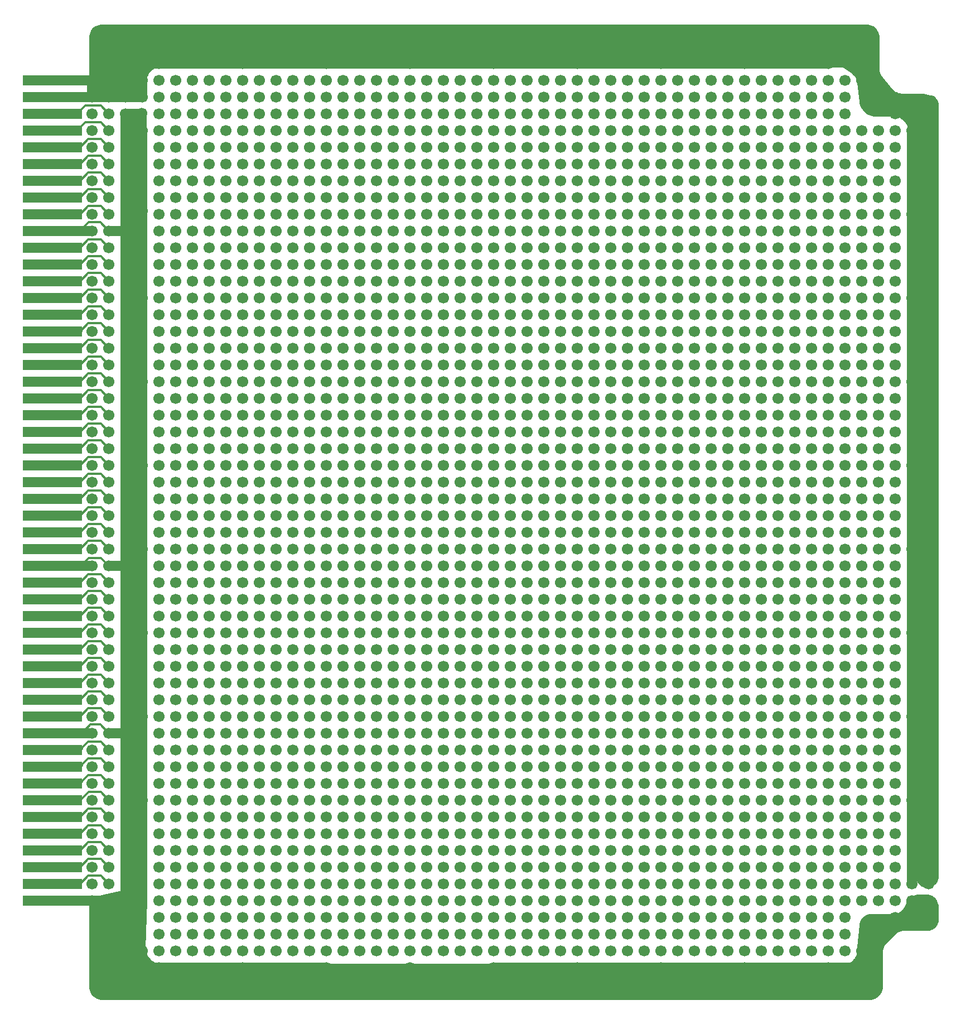
<source format=gbr>
%TF.GenerationSoftware,KiCad,Pcbnew,(5.1.6-0-10_14)*%
%TF.CreationDate,2020-07-02T17:02:21+02:00*%
%TF.ProjectId,x68k-ioboard,7836386b-2d69-46f6-926f-6172642e6b69,rev?*%
%TF.SameCoordinates,Original*%
%TF.FileFunction,Copper,L2,Bot*%
%TF.FilePolarity,Positive*%
%FSLAX46Y46*%
G04 Gerber Fmt 4.6, Leading zero omitted, Abs format (unit mm)*
G04 Created by KiCad (PCBNEW (5.1.6-0-10_14)) date 2020-07-02 17:02:21*
%MOMM*%
%LPD*%
G01*
G04 APERTURE LIST*
%TA.AperFunction,Conductor*%
%ADD10R,9.000000X1.500000*%
%TD*%
%TA.AperFunction,ComponentPad*%
%ADD11C,1.700000*%
%TD*%
%TA.AperFunction,Conductor*%
%ADD12C,0.350000*%
%TD*%
%TA.AperFunction,Conductor*%
%ADD13C,1.500000*%
%TD*%
%TA.AperFunction,Conductor*%
%ADD14C,0.254000*%
%TD*%
G04 APERTURE END LIST*
D10*
%TO.N,VCC*%
%TO.C,U1*%
X31500000Y-41040000D03*
X31500000Y-43580000D03*
%TO.N,Net-(U1-Pad98)*%
X31500000Y-46120000D03*
%TO.N,Net-(U1-Pad97)*%
X31500000Y-48660000D03*
%TO.N,Net-(U1-Pad96)*%
X31500000Y-51200000D03*
%TO.N,Net-(U1-Pad95)*%
X31500000Y-53740000D03*
%TO.N,Net-(U1-Pad94)*%
X31500000Y-56280000D03*
%TO.N,Net-(U1-Pad93)*%
X31500000Y-58820000D03*
%TO.N,Net-(U1-Pad92)*%
X31500000Y-61360000D03*
%TO.N,GND*%
X31500000Y-63900000D03*
%TO.N,Net-(U1-Pad90)*%
X31500000Y-66440000D03*
%TO.N,Net-(U1-Pad89)*%
X31500000Y-68980000D03*
%TO.N,Net-(U1-Pad88)*%
X31500000Y-71520000D03*
%TO.N,Net-(U1-Pad87)*%
X31500000Y-74060000D03*
%TO.N,Net-(U1-Pad86)*%
X31500000Y-76600000D03*
%TO.N,Net-(U1-Pad85)*%
X31500000Y-79140000D03*
%TO.N,Net-(U1-Pad84)*%
X31500000Y-81680000D03*
%TO.N,Net-(U1-Pad83)*%
X31500000Y-84220000D03*
%TO.N,Net-(U1-Pad82)*%
X31500000Y-86760000D03*
%TO.N,Net-(U1-Pad81)*%
X31500000Y-89300000D03*
%TO.N,Net-(U1-Pad80)*%
X31500000Y-91840000D03*
%TO.N,Net-(U1-Pad79)*%
X31500000Y-94380000D03*
%TO.N,Net-(U1-Pad78)*%
X31500000Y-96920000D03*
%TO.N,Net-(U1-Pad77)*%
X31500000Y-99460000D03*
%TO.N,Net-(U1-Pad76)*%
X31500000Y-102000000D03*
%TO.N,Net-(U1-Pad75)*%
X31500000Y-104540000D03*
%TO.N,Net-(U1-Pad74)*%
X31500000Y-107080000D03*
%TO.N,Net-(U1-Pad73)*%
X31500000Y-109620000D03*
%TO.N,Net-(U1-Pad72)*%
X31500000Y-112160000D03*
%TO.N,GND*%
X31500000Y-114700000D03*
%TO.N,Net-(U1-Pad70)*%
X31500000Y-117240000D03*
%TO.N,Net-(U1-Pad69)*%
X31500000Y-119780000D03*
%TO.N,Net-(U1-Pad68)*%
X31500000Y-122320000D03*
%TO.N,Net-(U1-Pad67)*%
X31500000Y-124860000D03*
%TO.N,Net-(U1-Pad66)*%
X31500000Y-127400000D03*
%TO.N,Net-(U1-Pad65)*%
X31500000Y-129940000D03*
%TO.N,Net-(U1-Pad64)*%
X31500000Y-132480000D03*
%TO.N,Net-(U1-Pad63)*%
X31500000Y-135020000D03*
%TO.N,Net-(U1-Pad62)*%
X31500000Y-137560000D03*
%TO.N,GND*%
X31500000Y-140100000D03*
%TO.N,Net-(U1-Pad60)*%
X31500000Y-142640000D03*
%TO.N,Net-(U1-Pad59)*%
X31500000Y-145180000D03*
%TO.N,Net-(U1-Pad58)*%
X31500000Y-147720000D03*
%TO.N,Net-(U1-Pad57)*%
X31500000Y-150260000D03*
%TO.N,Net-(U1-Pad56)*%
X31500000Y-152800000D03*
%TO.N,Net-(U1-Pad55)*%
X31500000Y-155340000D03*
%TO.N,Net-(U1-Pad54)*%
X31500000Y-157880000D03*
%TO.N,Net-(U1-Pad53)*%
X31500000Y-160420000D03*
%TO.N,Net-(U1-Pad52)*%
X31500000Y-162960000D03*
%TO.N,GND*%
X31500000Y-165500000D03*
%TD*%
D11*
%TO.P,1,*%
%TO.N,GND*%
X164460000Y-165460000D03*
%TD*%
%TO.P,1,*%
%TO.N,VCC*%
X164460000Y-162960000D03*
%TD*%
%TO.P,1,*%
%TO.N,VCC*%
X123860000Y-38500000D03*
%TD*%
%TO.P,1,*%
%TO.N,VCC*%
X161960000Y-162960000D03*
%TD*%
%TO.P,1,*%
%TO.N,VCC*%
X159420000Y-46120000D03*
%TD*%
%TO.P,1,*%
%TO.N,VCC*%
X161960000Y-48660000D03*
%TD*%
%TO.P,1,*%
%TO.N,VCC*%
X161960000Y-61360000D03*
%TD*%
%TO.P,1,*%
%TO.N,VCC*%
X161960000Y-74060000D03*
%TD*%
%TO.P,1,*%
%TO.N,VCC*%
X161960000Y-86760000D03*
%TD*%
%TO.P,1,*%
%TO.N,VCC*%
X161960000Y-99460000D03*
%TD*%
%TO.P,1,*%
%TO.N,VCC*%
X161960000Y-112160000D03*
%TD*%
%TO.P,1,*%
%TO.N,VCC*%
X161960000Y-124860000D03*
%TD*%
%TO.P,1,*%
%TO.N,VCC*%
X161960000Y-137560000D03*
%TD*%
%TO.P,1,*%
%TO.N,VCC*%
X161960000Y-150260000D03*
%TD*%
%TO.P,1,*%
%TO.N,GND*%
X159420000Y-168040000D03*
%TD*%
%TO.P,1,*%
%TO.N,GND*%
X161960000Y-165500000D03*
%TD*%
%TO.P,1,*%
%TO.N,GND*%
X149260000Y-175660000D03*
%TD*%
%TO.P,1,*%
%TO.N,GND*%
X136560000Y-175660000D03*
%TD*%
%TO.P,1,*%
%TO.N,GND*%
X123860000Y-175660000D03*
%TD*%
%TO.P,1,*%
%TO.N,GND*%
X111160000Y-175660000D03*
%TD*%
%TO.P,1,*%
%TO.N,GND*%
X98460000Y-175660000D03*
%TD*%
%TO.P,1,*%
%TO.N,GND*%
X85760000Y-175660000D03*
%TD*%
%TO.P,1,*%
%TO.N,GND*%
X73060000Y-175660000D03*
%TD*%
%TO.P,1,*%
%TO.N,GND*%
X60360000Y-175660000D03*
%TD*%
%TO.P,1,*%
%TO.N,VCC*%
X149260000Y-38500000D03*
%TD*%
%TO.P,1,*%
%TO.N,VCC*%
X136560000Y-38500000D03*
%TD*%
%TO.P,1,*%
%TO.N,VCC*%
X111160000Y-38500000D03*
%TD*%
%TO.P,1,*%
%TO.N,VCC*%
X98460000Y-38500000D03*
%TD*%
%TO.P,1,*%
%TO.N,VCC*%
X85760000Y-38500000D03*
%TD*%
%TO.P,1,*%
%TO.N,VCC*%
X73060000Y-38500000D03*
%TD*%
%TO.P,1,*%
%TO.N,VCC*%
X60360000Y-38500000D03*
%TD*%
%TO.P,1,*%
%TO.N,VCC*%
X47660000Y-38500000D03*
%TD*%
%TO.P,1,*%
%TO.N,VCC*%
X154340000Y-41040000D03*
%TD*%
%TO.P,1,*%
%TO.N,*%
X151800000Y-41040000D03*
%TD*%
%TO.P,1,*%
%TO.N,*%
X149260000Y-41040000D03*
%TD*%
%TO.P,1,*%
%TO.N,*%
X146720000Y-41040000D03*
%TD*%
%TO.P,1,*%
%TO.N,*%
X144180000Y-41040000D03*
%TD*%
%TO.P,1,*%
%TO.N,*%
X141640000Y-41040000D03*
%TD*%
%TO.P,1,*%
%TO.N,*%
X139100000Y-41040000D03*
%TD*%
%TO.P,1,*%
%TO.N,*%
X136560000Y-41040000D03*
%TD*%
%TO.P,1,*%
%TO.N,*%
X134020000Y-41040000D03*
%TD*%
%TO.P,1,*%
%TO.N,*%
X131480000Y-41040000D03*
%TD*%
%TO.P,1,*%
%TO.N,*%
X128940000Y-41040000D03*
%TD*%
%TO.P,1,*%
%TO.N,*%
X126400000Y-41040000D03*
%TD*%
%TO.P,1,*%
%TO.N,*%
X123860000Y-41040000D03*
%TD*%
%TO.P,1,*%
%TO.N,*%
X121320000Y-41040000D03*
%TD*%
%TO.P,1,*%
%TO.N,*%
X118780000Y-41040000D03*
%TD*%
%TO.P,1,*%
%TO.N,*%
X116240000Y-41040000D03*
%TD*%
%TO.P,1,*%
%TO.N,*%
X113700000Y-41040000D03*
%TD*%
%TO.P,1,*%
%TO.N,*%
X111160000Y-41040000D03*
%TD*%
%TO.P,1,*%
%TO.N,*%
X108620000Y-41040000D03*
%TD*%
%TO.P,1,*%
%TO.N,*%
X106080000Y-41040000D03*
%TD*%
%TO.P,1,*%
%TO.N,*%
X103540000Y-41040000D03*
%TD*%
%TO.P,1,*%
%TO.N,*%
X101000000Y-41040000D03*
%TD*%
%TO.P,1,*%
%TO.N,*%
X98460000Y-41040000D03*
%TD*%
%TO.P,1,*%
%TO.N,*%
X95920000Y-41040000D03*
%TD*%
%TO.P,1,*%
%TO.N,*%
X93380000Y-41040000D03*
%TD*%
%TO.P,1,*%
%TO.N,*%
X90840000Y-41040000D03*
%TD*%
%TO.P,1,*%
%TO.N,*%
X88300000Y-41040000D03*
%TD*%
%TO.P,1,*%
%TO.N,*%
X85760000Y-41040000D03*
%TD*%
%TO.P,1,*%
%TO.N,*%
X83220000Y-41040000D03*
%TD*%
%TO.P,1,*%
%TO.N,*%
X80680000Y-41040000D03*
%TD*%
%TO.P,1,*%
%TO.N,*%
X78140000Y-41040000D03*
%TD*%
%TO.P,1,*%
%TO.N,*%
X75600000Y-41040000D03*
%TD*%
%TO.P,1,*%
%TO.N,*%
X73060000Y-41040000D03*
%TD*%
%TO.P,1,*%
%TO.N,*%
X70520000Y-41040000D03*
%TD*%
%TO.P,1,*%
%TO.N,*%
X67980000Y-41040000D03*
%TD*%
%TO.P,1,*%
%TO.N,*%
X65440000Y-41040000D03*
%TD*%
%TO.P,1,*%
%TO.N,*%
X62900000Y-41040000D03*
%TD*%
%TO.P,1,*%
%TO.N,*%
X60360000Y-41040000D03*
%TD*%
%TO.P,1,*%
%TO.N,*%
X57820000Y-41040000D03*
%TD*%
%TO.P,1,*%
%TO.N,*%
X55280000Y-41040000D03*
%TD*%
%TO.P,1,*%
%TO.N,*%
X52740000Y-41040000D03*
%TD*%
%TO.P,1,*%
%TO.N,*%
X50200000Y-41040000D03*
%TD*%
%TO.P,1,*%
%TO.N,*%
X47660000Y-41040000D03*
%TD*%
%TO.P,1,*%
%TO.N,*%
X151800000Y-43580000D03*
%TD*%
%TO.P,1,*%
%TO.N,*%
X149260000Y-43580000D03*
%TD*%
%TO.P,1,*%
%TO.N,*%
X146720000Y-43580000D03*
%TD*%
%TO.P,1,*%
%TO.N,*%
X144180000Y-43580000D03*
%TD*%
%TO.P,1,*%
%TO.N,*%
X141640000Y-43580000D03*
%TD*%
%TO.P,1,*%
%TO.N,*%
X139100000Y-43580000D03*
%TD*%
%TO.P,1,*%
%TO.N,*%
X136560000Y-43580000D03*
%TD*%
%TO.P,1,*%
%TO.N,*%
X134020000Y-43580000D03*
%TD*%
%TO.P,1,*%
%TO.N,*%
X131480000Y-43580000D03*
%TD*%
%TO.P,1,*%
%TO.N,*%
X128940000Y-43580000D03*
%TD*%
%TO.P,1,*%
%TO.N,*%
X126400000Y-43580000D03*
%TD*%
%TO.P,1,*%
%TO.N,*%
X123860000Y-43580000D03*
%TD*%
%TO.P,1,*%
%TO.N,*%
X121320000Y-43580000D03*
%TD*%
%TO.P,1,*%
%TO.N,*%
X118780000Y-43580000D03*
%TD*%
%TO.P,1,*%
%TO.N,*%
X116240000Y-43580000D03*
%TD*%
%TO.P,1,*%
%TO.N,*%
X113700000Y-43580000D03*
%TD*%
%TO.P,1,*%
%TO.N,*%
X111160000Y-43580000D03*
%TD*%
%TO.P,1,*%
%TO.N,*%
X108620000Y-43580000D03*
%TD*%
%TO.P,1,*%
%TO.N,*%
X106080000Y-43580000D03*
%TD*%
%TO.P,1,*%
%TO.N,*%
X103540000Y-43580000D03*
%TD*%
%TO.P,1,*%
%TO.N,*%
X101000000Y-43580000D03*
%TD*%
%TO.P,1,*%
%TO.N,*%
X98460000Y-43580000D03*
%TD*%
%TO.P,1,*%
%TO.N,*%
X95920000Y-43580000D03*
%TD*%
%TO.P,1,*%
%TO.N,*%
X93380000Y-43580000D03*
%TD*%
%TO.P,1,*%
%TO.N,*%
X90840000Y-43580000D03*
%TD*%
%TO.P,1,*%
%TO.N,*%
X88300000Y-43580000D03*
%TD*%
%TO.P,1,*%
%TO.N,*%
X85760000Y-43580000D03*
%TD*%
%TO.P,1,*%
%TO.N,*%
X83220000Y-43580000D03*
%TD*%
%TO.P,1,*%
%TO.N,*%
X80680000Y-43580000D03*
%TD*%
%TO.P,1,*%
%TO.N,*%
X78140000Y-43580000D03*
%TD*%
%TO.P,1,*%
%TO.N,*%
X75600000Y-43580000D03*
%TD*%
%TO.P,1,*%
%TO.N,*%
X73060000Y-43580000D03*
%TD*%
%TO.P,1,*%
%TO.N,*%
X70520000Y-43580000D03*
%TD*%
%TO.P,1,*%
%TO.N,*%
X67980000Y-43580000D03*
%TD*%
%TO.P,1,*%
%TO.N,*%
X65440000Y-43580000D03*
%TD*%
%TO.P,1,*%
%TO.N,*%
X62900000Y-43580000D03*
%TD*%
%TO.P,1,*%
%TO.N,*%
X60360000Y-43580000D03*
%TD*%
%TO.P,1,*%
%TO.N,*%
X57820000Y-43580000D03*
%TD*%
%TO.P,1,*%
%TO.N,*%
X55280000Y-43580000D03*
%TD*%
%TO.P,1,*%
%TO.N,*%
X52740000Y-43580000D03*
%TD*%
%TO.P,1,*%
%TO.N,*%
X50200000Y-43580000D03*
%TD*%
%TO.P,1,*%
%TO.N,*%
X47660000Y-43580000D03*
%TD*%
%TO.P,1,*%
%TO.N,*%
X151800000Y-46120000D03*
%TD*%
%TO.P,1,*%
%TO.N,*%
X149260000Y-46120000D03*
%TD*%
%TO.P,1,*%
%TO.N,*%
X146720000Y-46120000D03*
%TD*%
%TO.P,1,*%
%TO.N,*%
X144180000Y-46120000D03*
%TD*%
%TO.P,1,*%
%TO.N,*%
X141640000Y-46120000D03*
%TD*%
%TO.P,1,*%
%TO.N,*%
X139100000Y-46120000D03*
%TD*%
%TO.P,1,*%
%TO.N,*%
X136560000Y-46120000D03*
%TD*%
%TO.P,1,*%
%TO.N,*%
X134020000Y-46120000D03*
%TD*%
%TO.P,1,*%
%TO.N,*%
X131480000Y-46120000D03*
%TD*%
%TO.P,1,*%
%TO.N,*%
X128940000Y-46120000D03*
%TD*%
%TO.P,1,*%
%TO.N,*%
X126400000Y-46120000D03*
%TD*%
%TO.P,1,*%
%TO.N,*%
X123860000Y-46120000D03*
%TD*%
%TO.P,1,*%
%TO.N,*%
X121320000Y-46120000D03*
%TD*%
%TO.P,1,*%
%TO.N,*%
X118780000Y-46120000D03*
%TD*%
%TO.P,1,*%
%TO.N,*%
X116240000Y-46120000D03*
%TD*%
%TO.P,1,*%
%TO.N,*%
X113700000Y-46120000D03*
%TD*%
%TO.P,1,*%
%TO.N,*%
X111160000Y-46120000D03*
%TD*%
%TO.P,1,*%
%TO.N,*%
X108620000Y-46120000D03*
%TD*%
%TO.P,1,*%
%TO.N,*%
X106080000Y-46120000D03*
%TD*%
%TO.P,1,*%
%TO.N,*%
X103540000Y-46120000D03*
%TD*%
%TO.P,1,*%
%TO.N,*%
X101000000Y-46120000D03*
%TD*%
%TO.P,1,*%
%TO.N,*%
X98460000Y-46120000D03*
%TD*%
%TO.P,1,*%
%TO.N,*%
X95920000Y-46120000D03*
%TD*%
%TO.P,1,*%
%TO.N,*%
X93380000Y-46120000D03*
%TD*%
%TO.P,1,*%
%TO.N,*%
X90840000Y-46120000D03*
%TD*%
%TO.P,1,*%
%TO.N,*%
X88300000Y-46120000D03*
%TD*%
%TO.P,1,*%
%TO.N,*%
X85760000Y-46120000D03*
%TD*%
%TO.P,1,*%
%TO.N,*%
X83220000Y-46120000D03*
%TD*%
%TO.P,1,*%
%TO.N,*%
X80680000Y-46120000D03*
%TD*%
%TO.P,1,*%
%TO.N,*%
X78140000Y-46120000D03*
%TD*%
%TO.P,1,*%
%TO.N,*%
X75600000Y-46120000D03*
%TD*%
%TO.P,1,*%
%TO.N,*%
X73060000Y-46120000D03*
%TD*%
%TO.P,1,*%
%TO.N,*%
X70520000Y-46120000D03*
%TD*%
%TO.P,1,*%
%TO.N,*%
X67980000Y-46120000D03*
%TD*%
%TO.P,1,*%
%TO.N,*%
X65440000Y-46120000D03*
%TD*%
%TO.P,1,*%
%TO.N,*%
X62900000Y-46120000D03*
%TD*%
%TO.P,1,*%
%TO.N,*%
X60360000Y-46120000D03*
%TD*%
%TO.P,1,*%
%TO.N,*%
X57820000Y-46120000D03*
%TD*%
%TO.P,1,*%
%TO.N,*%
X55280000Y-46120000D03*
%TD*%
%TO.P,1,*%
%TO.N,*%
X52740000Y-46120000D03*
%TD*%
%TO.P,1,*%
%TO.N,*%
X50200000Y-46120000D03*
%TD*%
%TO.P,1,*%
%TO.N,*%
X47660000Y-46120000D03*
%TD*%
%TO.P,1,*%
%TO.N,*%
X159420000Y-48660000D03*
%TD*%
%TO.P,1,*%
%TO.N,*%
X156880000Y-48660000D03*
%TD*%
%TO.P,1,*%
%TO.N,*%
X154340000Y-48660000D03*
%TD*%
%TO.P,1,*%
%TO.N,*%
X151800000Y-48660000D03*
%TD*%
%TO.P,1,*%
%TO.N,*%
X149260000Y-48660000D03*
%TD*%
%TO.P,1,*%
%TO.N,*%
X146720000Y-48660000D03*
%TD*%
%TO.P,1,*%
%TO.N,*%
X144180000Y-48660000D03*
%TD*%
%TO.P,1,*%
%TO.N,*%
X141640000Y-48660000D03*
%TD*%
%TO.P,1,*%
%TO.N,*%
X139100000Y-48660000D03*
%TD*%
%TO.P,1,*%
%TO.N,*%
X136560000Y-48660000D03*
%TD*%
%TO.P,1,*%
%TO.N,*%
X134020000Y-48660000D03*
%TD*%
%TO.P,1,*%
%TO.N,*%
X131480000Y-48660000D03*
%TD*%
%TO.P,1,*%
%TO.N,*%
X128940000Y-48660000D03*
%TD*%
%TO.P,1,*%
%TO.N,*%
X126400000Y-48660000D03*
%TD*%
%TO.P,1,*%
%TO.N,*%
X123860000Y-48660000D03*
%TD*%
%TO.P,1,*%
%TO.N,*%
X121320000Y-48660000D03*
%TD*%
%TO.P,1,*%
%TO.N,*%
X118780000Y-48660000D03*
%TD*%
%TO.P,1,*%
%TO.N,*%
X116240000Y-48660000D03*
%TD*%
%TO.P,1,*%
%TO.N,*%
X113700000Y-48660000D03*
%TD*%
%TO.P,1,*%
%TO.N,*%
X111160000Y-48660000D03*
%TD*%
%TO.P,1,*%
%TO.N,*%
X108620000Y-48660000D03*
%TD*%
%TO.P,1,*%
%TO.N,*%
X106080000Y-48660000D03*
%TD*%
%TO.P,1,*%
%TO.N,*%
X103540000Y-48660000D03*
%TD*%
%TO.P,1,*%
%TO.N,*%
X101000000Y-48660000D03*
%TD*%
%TO.P,1,*%
%TO.N,*%
X98460000Y-48660000D03*
%TD*%
%TO.P,1,*%
%TO.N,*%
X95920000Y-48660000D03*
%TD*%
%TO.P,1,*%
%TO.N,*%
X93380000Y-48660000D03*
%TD*%
%TO.P,1,*%
%TO.N,*%
X90840000Y-48660000D03*
%TD*%
%TO.P,1,*%
%TO.N,*%
X88300000Y-48660000D03*
%TD*%
%TO.P,1,*%
%TO.N,*%
X85760000Y-48660000D03*
%TD*%
%TO.P,1,*%
%TO.N,*%
X83220000Y-48660000D03*
%TD*%
%TO.P,1,*%
%TO.N,*%
X80680000Y-48660000D03*
%TD*%
%TO.P,1,*%
%TO.N,*%
X78140000Y-48660000D03*
%TD*%
%TO.P,1,*%
%TO.N,*%
X75600000Y-48660000D03*
%TD*%
%TO.P,1,*%
%TO.N,*%
X73060000Y-48660000D03*
%TD*%
%TO.P,1,*%
%TO.N,*%
X70520000Y-48660000D03*
%TD*%
%TO.P,1,*%
%TO.N,*%
X67980000Y-48660000D03*
%TD*%
%TO.P,1,*%
%TO.N,*%
X65440000Y-48660000D03*
%TD*%
%TO.P,1,*%
%TO.N,*%
X62900000Y-48660000D03*
%TD*%
%TO.P,1,*%
%TO.N,*%
X60360000Y-48660000D03*
%TD*%
%TO.P,1,*%
%TO.N,*%
X57820000Y-48660000D03*
%TD*%
%TO.P,1,*%
%TO.N,*%
X55280000Y-48660000D03*
%TD*%
%TO.P,1,*%
%TO.N,*%
X52740000Y-48660000D03*
%TD*%
%TO.P,1,*%
%TO.N,*%
X50200000Y-48660000D03*
%TD*%
%TO.P,1,*%
%TO.N,*%
X47660000Y-48660000D03*
%TD*%
%TO.P,1,*%
%TO.N,*%
X159420000Y-51200000D03*
%TD*%
%TO.P,1,*%
%TO.N,*%
X156880000Y-51200000D03*
%TD*%
%TO.P,1,*%
%TO.N,*%
X154340000Y-51200000D03*
%TD*%
%TO.P,1,*%
%TO.N,*%
X151800000Y-51200000D03*
%TD*%
%TO.P,1,*%
%TO.N,*%
X149260000Y-51200000D03*
%TD*%
%TO.P,1,*%
%TO.N,*%
X146720000Y-51200000D03*
%TD*%
%TO.P,1,*%
%TO.N,*%
X144180000Y-51200000D03*
%TD*%
%TO.P,1,*%
%TO.N,*%
X141640000Y-51200000D03*
%TD*%
%TO.P,1,*%
%TO.N,*%
X139100000Y-51200000D03*
%TD*%
%TO.P,1,*%
%TO.N,*%
X136560000Y-51200000D03*
%TD*%
%TO.P,1,*%
%TO.N,*%
X134020000Y-51200000D03*
%TD*%
%TO.P,1,*%
%TO.N,*%
X131480000Y-51200000D03*
%TD*%
%TO.P,1,*%
%TO.N,*%
X128940000Y-51200000D03*
%TD*%
%TO.P,1,*%
%TO.N,*%
X126400000Y-51200000D03*
%TD*%
%TO.P,1,*%
%TO.N,*%
X123860000Y-51200000D03*
%TD*%
%TO.P,1,*%
%TO.N,*%
X121320000Y-51200000D03*
%TD*%
%TO.P,1,*%
%TO.N,*%
X118780000Y-51200000D03*
%TD*%
%TO.P,1,*%
%TO.N,*%
X116240000Y-51200000D03*
%TD*%
%TO.P,1,*%
%TO.N,*%
X113700000Y-51200000D03*
%TD*%
%TO.P,1,*%
%TO.N,*%
X111160000Y-51200000D03*
%TD*%
%TO.P,1,*%
%TO.N,*%
X108620000Y-51200000D03*
%TD*%
%TO.P,1,*%
%TO.N,*%
X106080000Y-51200000D03*
%TD*%
%TO.P,1,*%
%TO.N,*%
X103540000Y-51200000D03*
%TD*%
%TO.P,1,*%
%TO.N,*%
X101000000Y-51200000D03*
%TD*%
%TO.P,1,*%
%TO.N,*%
X98460000Y-51200000D03*
%TD*%
%TO.P,1,*%
%TO.N,*%
X95920000Y-51200000D03*
%TD*%
%TO.P,1,*%
%TO.N,*%
X93380000Y-51200000D03*
%TD*%
%TO.P,1,*%
%TO.N,*%
X90840000Y-51200000D03*
%TD*%
%TO.P,1,*%
%TO.N,*%
X88300000Y-51200000D03*
%TD*%
%TO.P,1,*%
%TO.N,*%
X85760000Y-51200000D03*
%TD*%
%TO.P,1,*%
%TO.N,*%
X83220000Y-51200000D03*
%TD*%
%TO.P,1,*%
%TO.N,*%
X80680000Y-51200000D03*
%TD*%
%TO.P,1,*%
%TO.N,*%
X78140000Y-51200000D03*
%TD*%
%TO.P,1,*%
%TO.N,*%
X75600000Y-51200000D03*
%TD*%
%TO.P,1,*%
%TO.N,*%
X73060000Y-51200000D03*
%TD*%
%TO.P,1,*%
%TO.N,*%
X70520000Y-51200000D03*
%TD*%
%TO.P,1,*%
%TO.N,*%
X67980000Y-51200000D03*
%TD*%
%TO.P,1,*%
%TO.N,*%
X65440000Y-51200000D03*
%TD*%
%TO.P,1,*%
%TO.N,*%
X62900000Y-51200000D03*
%TD*%
%TO.P,1,*%
%TO.N,*%
X60360000Y-51200000D03*
%TD*%
%TO.P,1,*%
%TO.N,*%
X57820000Y-51200000D03*
%TD*%
%TO.P,1,*%
%TO.N,*%
X55280000Y-51200000D03*
%TD*%
%TO.P,1,*%
%TO.N,*%
X52740000Y-51200000D03*
%TD*%
%TO.P,1,*%
%TO.N,*%
X50200000Y-51200000D03*
%TD*%
%TO.P,1,*%
%TO.N,*%
X47660000Y-51200000D03*
%TD*%
%TO.P,1,*%
%TO.N,*%
X159420000Y-53740000D03*
%TD*%
%TO.P,1,*%
%TO.N,*%
X156880000Y-53740000D03*
%TD*%
%TO.P,1,*%
%TO.N,*%
X154340000Y-53740000D03*
%TD*%
%TO.P,1,*%
%TO.N,*%
X151800000Y-53740000D03*
%TD*%
%TO.P,1,*%
%TO.N,*%
X149260000Y-53740000D03*
%TD*%
%TO.P,1,*%
%TO.N,*%
X146720000Y-53740000D03*
%TD*%
%TO.P,1,*%
%TO.N,*%
X144180000Y-53740000D03*
%TD*%
%TO.P,1,*%
%TO.N,*%
X141640000Y-53740000D03*
%TD*%
%TO.P,1,*%
%TO.N,*%
X139100000Y-53740000D03*
%TD*%
%TO.P,1,*%
%TO.N,*%
X136560000Y-53740000D03*
%TD*%
%TO.P,1,*%
%TO.N,*%
X134020000Y-53740000D03*
%TD*%
%TO.P,1,*%
%TO.N,*%
X131480000Y-53740000D03*
%TD*%
%TO.P,1,*%
%TO.N,*%
X128940000Y-53740000D03*
%TD*%
%TO.P,1,*%
%TO.N,*%
X126400000Y-53740000D03*
%TD*%
%TO.P,1,*%
%TO.N,*%
X123860000Y-53740000D03*
%TD*%
%TO.P,1,*%
%TO.N,*%
X121320000Y-53740000D03*
%TD*%
%TO.P,1,*%
%TO.N,*%
X118780000Y-53740000D03*
%TD*%
%TO.P,1,*%
%TO.N,*%
X116240000Y-53740000D03*
%TD*%
%TO.P,1,*%
%TO.N,*%
X113700000Y-53740000D03*
%TD*%
%TO.P,1,*%
%TO.N,*%
X111160000Y-53740000D03*
%TD*%
%TO.P,1,*%
%TO.N,*%
X108620000Y-53740000D03*
%TD*%
%TO.P,1,*%
%TO.N,*%
X106080000Y-53740000D03*
%TD*%
%TO.P,1,*%
%TO.N,*%
X103540000Y-53740000D03*
%TD*%
%TO.P,1,*%
%TO.N,*%
X101000000Y-53740000D03*
%TD*%
%TO.P,1,*%
%TO.N,*%
X98460000Y-53740000D03*
%TD*%
%TO.P,1,*%
%TO.N,*%
X95920000Y-53740000D03*
%TD*%
%TO.P,1,*%
%TO.N,*%
X93380000Y-53740000D03*
%TD*%
%TO.P,1,*%
%TO.N,*%
X90840000Y-53740000D03*
%TD*%
%TO.P,1,*%
%TO.N,*%
X88300000Y-53740000D03*
%TD*%
%TO.P,1,*%
%TO.N,*%
X85760000Y-53740000D03*
%TD*%
%TO.P,1,*%
%TO.N,*%
X83220000Y-53740000D03*
%TD*%
%TO.P,1,*%
%TO.N,*%
X80680000Y-53740000D03*
%TD*%
%TO.P,1,*%
%TO.N,*%
X78140000Y-53740000D03*
%TD*%
%TO.P,1,*%
%TO.N,*%
X75600000Y-53740000D03*
%TD*%
%TO.P,1,*%
%TO.N,*%
X73060000Y-53740000D03*
%TD*%
%TO.P,1,*%
%TO.N,*%
X70520000Y-53740000D03*
%TD*%
%TO.P,1,*%
%TO.N,*%
X67980000Y-53740000D03*
%TD*%
%TO.P,1,*%
%TO.N,*%
X65440000Y-53740000D03*
%TD*%
%TO.P,1,*%
%TO.N,*%
X62900000Y-53740000D03*
%TD*%
%TO.P,1,*%
%TO.N,*%
X60360000Y-53740000D03*
%TD*%
%TO.P,1,*%
%TO.N,*%
X57820000Y-53740000D03*
%TD*%
%TO.P,1,*%
%TO.N,*%
X55280000Y-53740000D03*
%TD*%
%TO.P,1,*%
%TO.N,*%
X52740000Y-53740000D03*
%TD*%
%TO.P,1,*%
%TO.N,*%
X50200000Y-53740000D03*
%TD*%
%TO.P,1,*%
%TO.N,*%
X47660000Y-53740000D03*
%TD*%
%TO.P,1,*%
%TO.N,*%
X159420000Y-56280000D03*
%TD*%
%TO.P,1,*%
%TO.N,*%
X156880000Y-56280000D03*
%TD*%
%TO.P,1,*%
%TO.N,*%
X154340000Y-56280000D03*
%TD*%
%TO.P,1,*%
%TO.N,*%
X151800000Y-56280000D03*
%TD*%
%TO.P,1,*%
%TO.N,*%
X149260000Y-56280000D03*
%TD*%
%TO.P,1,*%
%TO.N,*%
X146720000Y-56280000D03*
%TD*%
%TO.P,1,*%
%TO.N,*%
X144180000Y-56280000D03*
%TD*%
%TO.P,1,*%
%TO.N,*%
X141640000Y-56280000D03*
%TD*%
%TO.P,1,*%
%TO.N,*%
X139100000Y-56280000D03*
%TD*%
%TO.P,1,*%
%TO.N,*%
X136560000Y-56280000D03*
%TD*%
%TO.P,1,*%
%TO.N,*%
X134020000Y-56280000D03*
%TD*%
%TO.P,1,*%
%TO.N,*%
X131480000Y-56280000D03*
%TD*%
%TO.P,1,*%
%TO.N,*%
X128940000Y-56280000D03*
%TD*%
%TO.P,1,*%
%TO.N,*%
X126400000Y-56280000D03*
%TD*%
%TO.P,1,*%
%TO.N,*%
X123860000Y-56280000D03*
%TD*%
%TO.P,1,*%
%TO.N,*%
X121320000Y-56280000D03*
%TD*%
%TO.P,1,*%
%TO.N,*%
X118780000Y-56280000D03*
%TD*%
%TO.P,1,*%
%TO.N,*%
X116240000Y-56280000D03*
%TD*%
%TO.P,1,*%
%TO.N,*%
X113700000Y-56280000D03*
%TD*%
%TO.P,1,*%
%TO.N,*%
X111160000Y-56280000D03*
%TD*%
%TO.P,1,*%
%TO.N,*%
X108620000Y-56280000D03*
%TD*%
%TO.P,1,*%
%TO.N,*%
X106080000Y-56280000D03*
%TD*%
%TO.P,1,*%
%TO.N,*%
X103540000Y-56280000D03*
%TD*%
%TO.P,1,*%
%TO.N,*%
X101000000Y-56280000D03*
%TD*%
%TO.P,1,*%
%TO.N,*%
X98460000Y-56280000D03*
%TD*%
%TO.P,1,*%
%TO.N,*%
X95920000Y-56280000D03*
%TD*%
%TO.P,1,*%
%TO.N,*%
X93380000Y-56280000D03*
%TD*%
%TO.P,1,*%
%TO.N,*%
X90840000Y-56280000D03*
%TD*%
%TO.P,1,*%
%TO.N,*%
X88300000Y-56280000D03*
%TD*%
%TO.P,1,*%
%TO.N,*%
X85760000Y-56280000D03*
%TD*%
%TO.P,1,*%
%TO.N,*%
X83220000Y-56280000D03*
%TD*%
%TO.P,1,*%
%TO.N,*%
X80680000Y-56280000D03*
%TD*%
%TO.P,1,*%
%TO.N,*%
X78140000Y-56280000D03*
%TD*%
%TO.P,1,*%
%TO.N,*%
X75600000Y-56280000D03*
%TD*%
%TO.P,1,*%
%TO.N,*%
X73060000Y-56280000D03*
%TD*%
%TO.P,1,*%
%TO.N,*%
X70520000Y-56280000D03*
%TD*%
%TO.P,1,*%
%TO.N,*%
X67980000Y-56280000D03*
%TD*%
%TO.P,1,*%
%TO.N,*%
X65440000Y-56280000D03*
%TD*%
%TO.P,1,*%
%TO.N,*%
X62900000Y-56280000D03*
%TD*%
%TO.P,1,*%
%TO.N,*%
X60360000Y-56280000D03*
%TD*%
%TO.P,1,*%
%TO.N,*%
X57820000Y-56280000D03*
%TD*%
%TO.P,1,*%
%TO.N,*%
X55280000Y-56280000D03*
%TD*%
%TO.P,1,*%
%TO.N,*%
X52740000Y-56280000D03*
%TD*%
%TO.P,1,*%
%TO.N,*%
X50200000Y-56280000D03*
%TD*%
%TO.P,1,*%
%TO.N,*%
X47660000Y-56280000D03*
%TD*%
%TO.P,1,*%
%TO.N,*%
X159420000Y-58820000D03*
%TD*%
%TO.P,1,*%
%TO.N,*%
X156880000Y-58820000D03*
%TD*%
%TO.P,1,*%
%TO.N,*%
X154340000Y-58820000D03*
%TD*%
%TO.P,1,*%
%TO.N,*%
X151800000Y-58820000D03*
%TD*%
%TO.P,1,*%
%TO.N,*%
X149260000Y-58820000D03*
%TD*%
%TO.P,1,*%
%TO.N,*%
X146720000Y-58820000D03*
%TD*%
%TO.P,1,*%
%TO.N,*%
X144180000Y-58820000D03*
%TD*%
%TO.P,1,*%
%TO.N,*%
X141640000Y-58820000D03*
%TD*%
%TO.P,1,*%
%TO.N,*%
X139100000Y-58820000D03*
%TD*%
%TO.P,1,*%
%TO.N,*%
X136560000Y-58820000D03*
%TD*%
%TO.P,1,*%
%TO.N,*%
X134020000Y-58820000D03*
%TD*%
%TO.P,1,*%
%TO.N,*%
X131480000Y-58820000D03*
%TD*%
%TO.P,1,*%
%TO.N,*%
X128940000Y-58820000D03*
%TD*%
%TO.P,1,*%
%TO.N,*%
X126400000Y-58820000D03*
%TD*%
%TO.P,1,*%
%TO.N,*%
X123860000Y-58820000D03*
%TD*%
%TO.P,1,*%
%TO.N,*%
X121320000Y-58820000D03*
%TD*%
%TO.P,1,*%
%TO.N,*%
X118780000Y-58820000D03*
%TD*%
%TO.P,1,*%
%TO.N,*%
X116240000Y-58820000D03*
%TD*%
%TO.P,1,*%
%TO.N,*%
X113700000Y-58820000D03*
%TD*%
%TO.P,1,*%
%TO.N,*%
X111160000Y-58820000D03*
%TD*%
%TO.P,1,*%
%TO.N,*%
X108620000Y-58820000D03*
%TD*%
%TO.P,1,*%
%TO.N,*%
X106080000Y-58820000D03*
%TD*%
%TO.P,1,*%
%TO.N,*%
X103540000Y-58820000D03*
%TD*%
%TO.P,1,*%
%TO.N,*%
X101000000Y-58820000D03*
%TD*%
%TO.P,1,*%
%TO.N,*%
X98460000Y-58820000D03*
%TD*%
%TO.P,1,*%
%TO.N,*%
X95920000Y-58820000D03*
%TD*%
%TO.P,1,*%
%TO.N,*%
X93380000Y-58820000D03*
%TD*%
%TO.P,1,*%
%TO.N,*%
X90840000Y-58820000D03*
%TD*%
%TO.P,1,*%
%TO.N,*%
X88300000Y-58820000D03*
%TD*%
%TO.P,1,*%
%TO.N,*%
X85760000Y-58820000D03*
%TD*%
%TO.P,1,*%
%TO.N,*%
X83220000Y-58820000D03*
%TD*%
%TO.P,1,*%
%TO.N,*%
X80680000Y-58820000D03*
%TD*%
%TO.P,1,*%
%TO.N,*%
X78140000Y-58820000D03*
%TD*%
%TO.P,1,*%
%TO.N,*%
X75600000Y-58820000D03*
%TD*%
%TO.P,1,*%
%TO.N,*%
X73060000Y-58820000D03*
%TD*%
%TO.P,1,*%
%TO.N,*%
X70520000Y-58820000D03*
%TD*%
%TO.P,1,*%
%TO.N,*%
X67980000Y-58820000D03*
%TD*%
%TO.P,1,*%
%TO.N,*%
X65440000Y-58820000D03*
%TD*%
%TO.P,1,*%
%TO.N,*%
X62900000Y-58820000D03*
%TD*%
%TO.P,1,*%
%TO.N,*%
X60360000Y-58820000D03*
%TD*%
%TO.P,1,*%
%TO.N,*%
X57820000Y-58820000D03*
%TD*%
%TO.P,1,*%
%TO.N,*%
X55280000Y-58820000D03*
%TD*%
%TO.P,1,*%
%TO.N,*%
X52740000Y-58820000D03*
%TD*%
%TO.P,1,*%
%TO.N,*%
X50200000Y-58820000D03*
%TD*%
%TO.P,1,*%
%TO.N,*%
X47660000Y-58820000D03*
%TD*%
%TO.P,1,*%
%TO.N,*%
X159420000Y-61360000D03*
%TD*%
%TO.P,1,*%
%TO.N,*%
X156880000Y-61360000D03*
%TD*%
%TO.P,1,*%
%TO.N,*%
X154340000Y-61360000D03*
%TD*%
%TO.P,1,*%
%TO.N,*%
X151800000Y-61360000D03*
%TD*%
%TO.P,1,*%
%TO.N,*%
X149260000Y-61360000D03*
%TD*%
%TO.P,1,*%
%TO.N,*%
X146720000Y-61360000D03*
%TD*%
%TO.P,1,*%
%TO.N,*%
X144180000Y-61360000D03*
%TD*%
%TO.P,1,*%
%TO.N,*%
X141640000Y-61360000D03*
%TD*%
%TO.P,1,*%
%TO.N,*%
X139100000Y-61360000D03*
%TD*%
%TO.P,1,*%
%TO.N,*%
X136560000Y-61360000D03*
%TD*%
%TO.P,1,*%
%TO.N,*%
X134020000Y-61360000D03*
%TD*%
%TO.P,1,*%
%TO.N,*%
X131480000Y-61360000D03*
%TD*%
%TO.P,1,*%
%TO.N,*%
X128940000Y-61360000D03*
%TD*%
%TO.P,1,*%
%TO.N,*%
X126400000Y-61360000D03*
%TD*%
%TO.P,1,*%
%TO.N,*%
X123860000Y-61360000D03*
%TD*%
%TO.P,1,*%
%TO.N,*%
X121320000Y-61360000D03*
%TD*%
%TO.P,1,*%
%TO.N,*%
X118780000Y-61360000D03*
%TD*%
%TO.P,1,*%
%TO.N,*%
X116240000Y-61360000D03*
%TD*%
%TO.P,1,*%
%TO.N,*%
X113700000Y-61360000D03*
%TD*%
%TO.P,1,*%
%TO.N,*%
X111160000Y-61360000D03*
%TD*%
%TO.P,1,*%
%TO.N,*%
X108620000Y-61360000D03*
%TD*%
%TO.P,1,*%
%TO.N,*%
X106080000Y-61360000D03*
%TD*%
%TO.P,1,*%
%TO.N,*%
X103540000Y-61360000D03*
%TD*%
%TO.P,1,*%
%TO.N,*%
X101000000Y-61360000D03*
%TD*%
%TO.P,1,*%
%TO.N,*%
X98460000Y-61360000D03*
%TD*%
%TO.P,1,*%
%TO.N,*%
X95920000Y-61360000D03*
%TD*%
%TO.P,1,*%
%TO.N,*%
X93380000Y-61360000D03*
%TD*%
%TO.P,1,*%
%TO.N,*%
X90840000Y-61360000D03*
%TD*%
%TO.P,1,*%
%TO.N,*%
X88300000Y-61360000D03*
%TD*%
%TO.P,1,*%
%TO.N,*%
X85760000Y-61360000D03*
%TD*%
%TO.P,1,*%
%TO.N,*%
X83220000Y-61360000D03*
%TD*%
%TO.P,1,*%
%TO.N,*%
X80680000Y-61360000D03*
%TD*%
%TO.P,1,*%
%TO.N,*%
X78140000Y-61360000D03*
%TD*%
%TO.P,1,*%
%TO.N,*%
X75600000Y-61360000D03*
%TD*%
%TO.P,1,*%
%TO.N,*%
X73060000Y-61360000D03*
%TD*%
%TO.P,1,*%
%TO.N,*%
X70520000Y-61360000D03*
%TD*%
%TO.P,1,*%
%TO.N,*%
X67980000Y-61360000D03*
%TD*%
%TO.P,1,*%
%TO.N,*%
X65440000Y-61360000D03*
%TD*%
%TO.P,1,*%
%TO.N,*%
X62900000Y-61360000D03*
%TD*%
%TO.P,1,*%
%TO.N,*%
X60360000Y-61360000D03*
%TD*%
%TO.P,1,*%
%TO.N,*%
X57820000Y-61360000D03*
%TD*%
%TO.P,1,*%
%TO.N,*%
X55280000Y-61360000D03*
%TD*%
%TO.P,1,*%
%TO.N,*%
X52740000Y-61360000D03*
%TD*%
%TO.P,1,*%
%TO.N,*%
X50200000Y-61360000D03*
%TD*%
%TO.P,1,*%
%TO.N,*%
X47660000Y-61360000D03*
%TD*%
%TO.P,1,*%
%TO.N,*%
X159420000Y-63900000D03*
%TD*%
%TO.P,1,*%
%TO.N,*%
X156880000Y-63900000D03*
%TD*%
%TO.P,1,*%
%TO.N,*%
X154340000Y-63900000D03*
%TD*%
%TO.P,1,*%
%TO.N,*%
X151800000Y-63900000D03*
%TD*%
%TO.P,1,*%
%TO.N,*%
X149260000Y-63900000D03*
%TD*%
%TO.P,1,*%
%TO.N,*%
X146720000Y-63900000D03*
%TD*%
%TO.P,1,*%
%TO.N,*%
X144180000Y-63900000D03*
%TD*%
%TO.P,1,*%
%TO.N,*%
X141640000Y-63900000D03*
%TD*%
%TO.P,1,*%
%TO.N,*%
X139100000Y-63900000D03*
%TD*%
%TO.P,1,*%
%TO.N,*%
X136560000Y-63900000D03*
%TD*%
%TO.P,1,*%
%TO.N,*%
X134020000Y-63900000D03*
%TD*%
%TO.P,1,*%
%TO.N,*%
X131480000Y-63900000D03*
%TD*%
%TO.P,1,*%
%TO.N,*%
X128940000Y-63900000D03*
%TD*%
%TO.P,1,*%
%TO.N,*%
X126400000Y-63900000D03*
%TD*%
%TO.P,1,*%
%TO.N,*%
X123860000Y-63900000D03*
%TD*%
%TO.P,1,*%
%TO.N,*%
X121320000Y-63900000D03*
%TD*%
%TO.P,1,*%
%TO.N,*%
X118780000Y-63900000D03*
%TD*%
%TO.P,1,*%
%TO.N,*%
X116240000Y-63900000D03*
%TD*%
%TO.P,1,*%
%TO.N,*%
X113700000Y-63900000D03*
%TD*%
%TO.P,1,*%
%TO.N,*%
X111160000Y-63900000D03*
%TD*%
%TO.P,1,*%
%TO.N,*%
X108620000Y-63900000D03*
%TD*%
%TO.P,1,*%
%TO.N,*%
X106080000Y-63900000D03*
%TD*%
%TO.P,1,*%
%TO.N,*%
X103540000Y-63900000D03*
%TD*%
%TO.P,1,*%
%TO.N,*%
X101000000Y-63900000D03*
%TD*%
%TO.P,1,*%
%TO.N,*%
X98460000Y-63900000D03*
%TD*%
%TO.P,1,*%
%TO.N,*%
X95920000Y-63900000D03*
%TD*%
%TO.P,1,*%
%TO.N,*%
X93380000Y-63900000D03*
%TD*%
%TO.P,1,*%
%TO.N,*%
X90840000Y-63900000D03*
%TD*%
%TO.P,1,*%
%TO.N,*%
X88300000Y-63900000D03*
%TD*%
%TO.P,1,*%
%TO.N,*%
X85760000Y-63900000D03*
%TD*%
%TO.P,1,*%
%TO.N,*%
X83220000Y-63900000D03*
%TD*%
%TO.P,1,*%
%TO.N,*%
X80680000Y-63900000D03*
%TD*%
%TO.P,1,*%
%TO.N,*%
X78140000Y-63900000D03*
%TD*%
%TO.P,1,*%
%TO.N,*%
X75600000Y-63900000D03*
%TD*%
%TO.P,1,*%
%TO.N,*%
X73060000Y-63900000D03*
%TD*%
%TO.P,1,*%
%TO.N,*%
X70520000Y-63900000D03*
%TD*%
%TO.P,1,*%
%TO.N,*%
X67980000Y-63900000D03*
%TD*%
%TO.P,1,*%
%TO.N,*%
X65440000Y-63900000D03*
%TD*%
%TO.P,1,*%
%TO.N,*%
X62900000Y-63900000D03*
%TD*%
%TO.P,1,*%
%TO.N,*%
X60360000Y-63900000D03*
%TD*%
%TO.P,1,*%
%TO.N,*%
X57820000Y-63900000D03*
%TD*%
%TO.P,1,*%
%TO.N,*%
X55280000Y-63900000D03*
%TD*%
%TO.P,1,*%
%TO.N,*%
X52740000Y-63900000D03*
%TD*%
%TO.P,1,*%
%TO.N,*%
X50200000Y-63900000D03*
%TD*%
%TO.P,1,*%
%TO.N,*%
X47660000Y-63900000D03*
%TD*%
%TO.P,1,*%
%TO.N,*%
X159420000Y-66440000D03*
%TD*%
%TO.P,1,*%
%TO.N,*%
X156880000Y-66440000D03*
%TD*%
%TO.P,1,*%
%TO.N,*%
X154340000Y-66440000D03*
%TD*%
%TO.P,1,*%
%TO.N,*%
X151800000Y-66440000D03*
%TD*%
%TO.P,1,*%
%TO.N,*%
X149260000Y-66440000D03*
%TD*%
%TO.P,1,*%
%TO.N,*%
X146720000Y-66440000D03*
%TD*%
%TO.P,1,*%
%TO.N,*%
X144180000Y-66440000D03*
%TD*%
%TO.P,1,*%
%TO.N,*%
X141640000Y-66440000D03*
%TD*%
%TO.P,1,*%
%TO.N,*%
X139100000Y-66440000D03*
%TD*%
%TO.P,1,*%
%TO.N,*%
X136560000Y-66440000D03*
%TD*%
%TO.P,1,*%
%TO.N,*%
X134020000Y-66440000D03*
%TD*%
%TO.P,1,*%
%TO.N,*%
X131480000Y-66440000D03*
%TD*%
%TO.P,1,*%
%TO.N,*%
X128940000Y-66440000D03*
%TD*%
%TO.P,1,*%
%TO.N,*%
X126400000Y-66440000D03*
%TD*%
%TO.P,1,*%
%TO.N,*%
X123860000Y-66440000D03*
%TD*%
%TO.P,1,*%
%TO.N,*%
X121320000Y-66440000D03*
%TD*%
%TO.P,1,*%
%TO.N,*%
X118780000Y-66440000D03*
%TD*%
%TO.P,1,*%
%TO.N,*%
X116240000Y-66440000D03*
%TD*%
%TO.P,1,*%
%TO.N,*%
X113700000Y-66440000D03*
%TD*%
%TO.P,1,*%
%TO.N,*%
X111160000Y-66440000D03*
%TD*%
%TO.P,1,*%
%TO.N,*%
X108620000Y-66440000D03*
%TD*%
%TO.P,1,*%
%TO.N,*%
X106080000Y-66440000D03*
%TD*%
%TO.P,1,*%
%TO.N,*%
X103540000Y-66440000D03*
%TD*%
%TO.P,1,*%
%TO.N,*%
X101000000Y-66440000D03*
%TD*%
%TO.P,1,*%
%TO.N,*%
X98460000Y-66440000D03*
%TD*%
%TO.P,1,*%
%TO.N,*%
X95920000Y-66440000D03*
%TD*%
%TO.P,1,*%
%TO.N,*%
X93380000Y-66440000D03*
%TD*%
%TO.P,1,*%
%TO.N,*%
X90840000Y-66440000D03*
%TD*%
%TO.P,1,*%
%TO.N,*%
X88300000Y-66440000D03*
%TD*%
%TO.P,1,*%
%TO.N,*%
X85760000Y-66440000D03*
%TD*%
%TO.P,1,*%
%TO.N,*%
X83220000Y-66440000D03*
%TD*%
%TO.P,1,*%
%TO.N,*%
X80680000Y-66440000D03*
%TD*%
%TO.P,1,*%
%TO.N,*%
X78140000Y-66440000D03*
%TD*%
%TO.P,1,*%
%TO.N,*%
X75600000Y-66440000D03*
%TD*%
%TO.P,1,*%
%TO.N,*%
X73060000Y-66440000D03*
%TD*%
%TO.P,1,*%
%TO.N,*%
X70520000Y-66440000D03*
%TD*%
%TO.P,1,*%
%TO.N,*%
X67980000Y-66440000D03*
%TD*%
%TO.P,1,*%
%TO.N,*%
X65440000Y-66440000D03*
%TD*%
%TO.P,1,*%
%TO.N,*%
X62900000Y-66440000D03*
%TD*%
%TO.P,1,*%
%TO.N,*%
X60360000Y-66440000D03*
%TD*%
%TO.P,1,*%
%TO.N,*%
X57820000Y-66440000D03*
%TD*%
%TO.P,1,*%
%TO.N,*%
X55280000Y-66440000D03*
%TD*%
%TO.P,1,*%
%TO.N,*%
X52740000Y-66440000D03*
%TD*%
%TO.P,1,*%
%TO.N,*%
X50200000Y-66440000D03*
%TD*%
%TO.P,1,*%
%TO.N,*%
X47660000Y-66440000D03*
%TD*%
%TO.P,1,*%
%TO.N,*%
X159420000Y-68980000D03*
%TD*%
%TO.P,1,*%
%TO.N,*%
X156880000Y-68980000D03*
%TD*%
%TO.P,1,*%
%TO.N,*%
X154340000Y-68980000D03*
%TD*%
%TO.P,1,*%
%TO.N,*%
X151800000Y-68980000D03*
%TD*%
%TO.P,1,*%
%TO.N,*%
X149260000Y-68980000D03*
%TD*%
%TO.P,1,*%
%TO.N,*%
X146720000Y-68980000D03*
%TD*%
%TO.P,1,*%
%TO.N,*%
X144180000Y-68980000D03*
%TD*%
%TO.P,1,*%
%TO.N,*%
X141640000Y-68980000D03*
%TD*%
%TO.P,1,*%
%TO.N,*%
X139100000Y-68980000D03*
%TD*%
%TO.P,1,*%
%TO.N,*%
X136560000Y-68980000D03*
%TD*%
%TO.P,1,*%
%TO.N,*%
X134020000Y-68980000D03*
%TD*%
%TO.P,1,*%
%TO.N,*%
X131480000Y-68980000D03*
%TD*%
%TO.P,1,*%
%TO.N,*%
X128940000Y-68980000D03*
%TD*%
%TO.P,1,*%
%TO.N,*%
X126400000Y-68980000D03*
%TD*%
%TO.P,1,*%
%TO.N,*%
X123860000Y-68980000D03*
%TD*%
%TO.P,1,*%
%TO.N,*%
X121320000Y-68980000D03*
%TD*%
%TO.P,1,*%
%TO.N,*%
X118780000Y-68980000D03*
%TD*%
%TO.P,1,*%
%TO.N,*%
X116240000Y-68980000D03*
%TD*%
%TO.P,1,*%
%TO.N,*%
X113700000Y-68980000D03*
%TD*%
%TO.P,1,*%
%TO.N,*%
X111160000Y-68980000D03*
%TD*%
%TO.P,1,*%
%TO.N,*%
X108620000Y-68980000D03*
%TD*%
%TO.P,1,*%
%TO.N,*%
X106080000Y-68980000D03*
%TD*%
%TO.P,1,*%
%TO.N,*%
X103540000Y-68980000D03*
%TD*%
%TO.P,1,*%
%TO.N,*%
X101000000Y-68980000D03*
%TD*%
%TO.P,1,*%
%TO.N,*%
X98460000Y-68980000D03*
%TD*%
%TO.P,1,*%
%TO.N,*%
X95920000Y-68980000D03*
%TD*%
%TO.P,1,*%
%TO.N,*%
X93380000Y-68980000D03*
%TD*%
%TO.P,1,*%
%TO.N,*%
X90840000Y-68980000D03*
%TD*%
%TO.P,1,*%
%TO.N,*%
X88300000Y-68980000D03*
%TD*%
%TO.P,1,*%
%TO.N,*%
X85760000Y-68980000D03*
%TD*%
%TO.P,1,*%
%TO.N,*%
X83220000Y-68980000D03*
%TD*%
%TO.P,1,*%
%TO.N,*%
X80680000Y-68980000D03*
%TD*%
%TO.P,1,*%
%TO.N,*%
X78140000Y-68980000D03*
%TD*%
%TO.P,1,*%
%TO.N,*%
X75600000Y-68980000D03*
%TD*%
%TO.P,1,*%
%TO.N,*%
X73060000Y-68980000D03*
%TD*%
%TO.P,1,*%
%TO.N,*%
X70520000Y-68980000D03*
%TD*%
%TO.P,1,*%
%TO.N,*%
X67980000Y-68980000D03*
%TD*%
%TO.P,1,*%
%TO.N,*%
X65440000Y-68980000D03*
%TD*%
%TO.P,1,*%
%TO.N,*%
X62900000Y-68980000D03*
%TD*%
%TO.P,1,*%
%TO.N,*%
X60360000Y-68980000D03*
%TD*%
%TO.P,1,*%
%TO.N,*%
X57820000Y-68980000D03*
%TD*%
%TO.P,1,*%
%TO.N,*%
X55280000Y-68980000D03*
%TD*%
%TO.P,1,*%
%TO.N,*%
X52740000Y-68980000D03*
%TD*%
%TO.P,1,*%
%TO.N,*%
X50200000Y-68980000D03*
%TD*%
%TO.P,1,*%
%TO.N,*%
X47660000Y-68980000D03*
%TD*%
%TO.P,1,*%
%TO.N,*%
X159420000Y-71520000D03*
%TD*%
%TO.P,1,*%
%TO.N,*%
X156880000Y-71520000D03*
%TD*%
%TO.P,1,*%
%TO.N,*%
X154340000Y-71520000D03*
%TD*%
%TO.P,1,*%
%TO.N,*%
X151800000Y-71520000D03*
%TD*%
%TO.P,1,*%
%TO.N,*%
X149260000Y-71520000D03*
%TD*%
%TO.P,1,*%
%TO.N,*%
X146720000Y-71520000D03*
%TD*%
%TO.P,1,*%
%TO.N,*%
X144180000Y-71520000D03*
%TD*%
%TO.P,1,*%
%TO.N,*%
X141640000Y-71520000D03*
%TD*%
%TO.P,1,*%
%TO.N,*%
X139100000Y-71520000D03*
%TD*%
%TO.P,1,*%
%TO.N,*%
X136560000Y-71520000D03*
%TD*%
%TO.P,1,*%
%TO.N,*%
X134020000Y-71520000D03*
%TD*%
%TO.P,1,*%
%TO.N,*%
X131480000Y-71520000D03*
%TD*%
%TO.P,1,*%
%TO.N,*%
X128940000Y-71520000D03*
%TD*%
%TO.P,1,*%
%TO.N,*%
X126400000Y-71520000D03*
%TD*%
%TO.P,1,*%
%TO.N,*%
X123860000Y-71520000D03*
%TD*%
%TO.P,1,*%
%TO.N,*%
X121320000Y-71520000D03*
%TD*%
%TO.P,1,*%
%TO.N,*%
X118780000Y-71520000D03*
%TD*%
%TO.P,1,*%
%TO.N,*%
X116240000Y-71520000D03*
%TD*%
%TO.P,1,*%
%TO.N,*%
X113700000Y-71520000D03*
%TD*%
%TO.P,1,*%
%TO.N,*%
X111160000Y-71520000D03*
%TD*%
%TO.P,1,*%
%TO.N,*%
X108620000Y-71520000D03*
%TD*%
%TO.P,1,*%
%TO.N,*%
X106080000Y-71520000D03*
%TD*%
%TO.P,1,*%
%TO.N,*%
X103540000Y-71520000D03*
%TD*%
%TO.P,1,*%
%TO.N,*%
X101000000Y-71520000D03*
%TD*%
%TO.P,1,*%
%TO.N,*%
X98460000Y-71520000D03*
%TD*%
%TO.P,1,*%
%TO.N,*%
X95920000Y-71520000D03*
%TD*%
%TO.P,1,*%
%TO.N,*%
X93380000Y-71520000D03*
%TD*%
%TO.P,1,*%
%TO.N,*%
X90840000Y-71520000D03*
%TD*%
%TO.P,1,*%
%TO.N,*%
X88300000Y-71520000D03*
%TD*%
%TO.P,1,*%
%TO.N,*%
X85760000Y-71520000D03*
%TD*%
%TO.P,1,*%
%TO.N,*%
X83220000Y-71520000D03*
%TD*%
%TO.P,1,*%
%TO.N,*%
X80680000Y-71520000D03*
%TD*%
%TO.P,1,*%
%TO.N,*%
X78140000Y-71520000D03*
%TD*%
%TO.P,1,*%
%TO.N,*%
X75600000Y-71520000D03*
%TD*%
%TO.P,1,*%
%TO.N,*%
X73060000Y-71520000D03*
%TD*%
%TO.P,1,*%
%TO.N,*%
X70520000Y-71520000D03*
%TD*%
%TO.P,1,*%
%TO.N,*%
X67980000Y-71520000D03*
%TD*%
%TO.P,1,*%
%TO.N,*%
X65440000Y-71520000D03*
%TD*%
%TO.P,1,*%
%TO.N,*%
X62900000Y-71520000D03*
%TD*%
%TO.P,1,*%
%TO.N,*%
X60360000Y-71520000D03*
%TD*%
%TO.P,1,*%
%TO.N,*%
X57820000Y-71520000D03*
%TD*%
%TO.P,1,*%
%TO.N,*%
X55280000Y-71520000D03*
%TD*%
%TO.P,1,*%
%TO.N,*%
X52740000Y-71520000D03*
%TD*%
%TO.P,1,*%
%TO.N,*%
X50200000Y-71520000D03*
%TD*%
%TO.P,1,*%
%TO.N,*%
X47660000Y-71520000D03*
%TD*%
%TO.P,1,*%
%TO.N,*%
X159420000Y-74060000D03*
%TD*%
%TO.P,1,*%
%TO.N,*%
X156880000Y-74060000D03*
%TD*%
%TO.P,1,*%
%TO.N,*%
X154340000Y-74060000D03*
%TD*%
%TO.P,1,*%
%TO.N,*%
X151800000Y-74060000D03*
%TD*%
%TO.P,1,*%
%TO.N,*%
X149260000Y-74060000D03*
%TD*%
%TO.P,1,*%
%TO.N,*%
X146720000Y-74060000D03*
%TD*%
%TO.P,1,*%
%TO.N,*%
X144180000Y-74060000D03*
%TD*%
%TO.P,1,*%
%TO.N,*%
X141640000Y-74060000D03*
%TD*%
%TO.P,1,*%
%TO.N,*%
X139100000Y-74060000D03*
%TD*%
%TO.P,1,*%
%TO.N,*%
X136560000Y-74060000D03*
%TD*%
%TO.P,1,*%
%TO.N,*%
X134020000Y-74060000D03*
%TD*%
%TO.P,1,*%
%TO.N,*%
X131480000Y-74060000D03*
%TD*%
%TO.P,1,*%
%TO.N,*%
X128940000Y-74060000D03*
%TD*%
%TO.P,1,*%
%TO.N,*%
X126400000Y-74060000D03*
%TD*%
%TO.P,1,*%
%TO.N,*%
X123860000Y-74060000D03*
%TD*%
%TO.P,1,*%
%TO.N,*%
X121320000Y-74060000D03*
%TD*%
%TO.P,1,*%
%TO.N,*%
X118780000Y-74060000D03*
%TD*%
%TO.P,1,*%
%TO.N,*%
X116240000Y-74060000D03*
%TD*%
%TO.P,1,*%
%TO.N,*%
X113700000Y-74060000D03*
%TD*%
%TO.P,1,*%
%TO.N,*%
X111160000Y-74060000D03*
%TD*%
%TO.P,1,*%
%TO.N,*%
X108620000Y-74060000D03*
%TD*%
%TO.P,1,*%
%TO.N,*%
X106080000Y-74060000D03*
%TD*%
%TO.P,1,*%
%TO.N,*%
X103540000Y-74060000D03*
%TD*%
%TO.P,1,*%
%TO.N,*%
X101000000Y-74060000D03*
%TD*%
%TO.P,1,*%
%TO.N,*%
X98460000Y-74060000D03*
%TD*%
%TO.P,1,*%
%TO.N,*%
X95920000Y-74060000D03*
%TD*%
%TO.P,1,*%
%TO.N,*%
X93380000Y-74060000D03*
%TD*%
%TO.P,1,*%
%TO.N,*%
X90840000Y-74060000D03*
%TD*%
%TO.P,1,*%
%TO.N,*%
X88300000Y-74060000D03*
%TD*%
%TO.P,1,*%
%TO.N,*%
X85760000Y-74060000D03*
%TD*%
%TO.P,1,*%
%TO.N,*%
X83220000Y-74060000D03*
%TD*%
%TO.P,1,*%
%TO.N,*%
X80680000Y-74060000D03*
%TD*%
%TO.P,1,*%
%TO.N,*%
X78140000Y-74060000D03*
%TD*%
%TO.P,1,*%
%TO.N,*%
X75600000Y-74060000D03*
%TD*%
%TO.P,1,*%
%TO.N,*%
X73060000Y-74060000D03*
%TD*%
%TO.P,1,*%
%TO.N,*%
X70520000Y-74060000D03*
%TD*%
%TO.P,1,*%
%TO.N,*%
X67980000Y-74060000D03*
%TD*%
%TO.P,1,*%
%TO.N,*%
X65440000Y-74060000D03*
%TD*%
%TO.P,1,*%
%TO.N,*%
X62900000Y-74060000D03*
%TD*%
%TO.P,1,*%
%TO.N,*%
X60360000Y-74060000D03*
%TD*%
%TO.P,1,*%
%TO.N,*%
X57820000Y-74060000D03*
%TD*%
%TO.P,1,*%
%TO.N,*%
X55280000Y-74060000D03*
%TD*%
%TO.P,1,*%
%TO.N,*%
X52740000Y-74060000D03*
%TD*%
%TO.P,1,*%
%TO.N,*%
X50200000Y-74060000D03*
%TD*%
%TO.P,1,*%
%TO.N,*%
X47660000Y-74060000D03*
%TD*%
%TO.P,1,*%
%TO.N,*%
X159420000Y-76600000D03*
%TD*%
%TO.P,1,*%
%TO.N,*%
X156880000Y-76600000D03*
%TD*%
%TO.P,1,*%
%TO.N,*%
X154340000Y-76600000D03*
%TD*%
%TO.P,1,*%
%TO.N,*%
X151800000Y-76600000D03*
%TD*%
%TO.P,1,*%
%TO.N,*%
X149260000Y-76600000D03*
%TD*%
%TO.P,1,*%
%TO.N,*%
X146720000Y-76600000D03*
%TD*%
%TO.P,1,*%
%TO.N,*%
X144180000Y-76600000D03*
%TD*%
%TO.P,1,*%
%TO.N,*%
X141640000Y-76600000D03*
%TD*%
%TO.P,1,*%
%TO.N,*%
X139100000Y-76600000D03*
%TD*%
%TO.P,1,*%
%TO.N,*%
X136560000Y-76600000D03*
%TD*%
%TO.P,1,*%
%TO.N,*%
X134020000Y-76600000D03*
%TD*%
%TO.P,1,*%
%TO.N,*%
X131480000Y-76600000D03*
%TD*%
%TO.P,1,*%
%TO.N,*%
X128940000Y-76600000D03*
%TD*%
%TO.P,1,*%
%TO.N,*%
X126400000Y-76600000D03*
%TD*%
%TO.P,1,*%
%TO.N,*%
X123860000Y-76600000D03*
%TD*%
%TO.P,1,*%
%TO.N,*%
X121320000Y-76600000D03*
%TD*%
%TO.P,1,*%
%TO.N,*%
X118780000Y-76600000D03*
%TD*%
%TO.P,1,*%
%TO.N,*%
X116240000Y-76600000D03*
%TD*%
%TO.P,1,*%
%TO.N,*%
X113700000Y-76600000D03*
%TD*%
%TO.P,1,*%
%TO.N,*%
X111160000Y-76600000D03*
%TD*%
%TO.P,1,*%
%TO.N,*%
X108620000Y-76600000D03*
%TD*%
%TO.P,1,*%
%TO.N,*%
X106080000Y-76600000D03*
%TD*%
%TO.P,1,*%
%TO.N,*%
X103540000Y-76600000D03*
%TD*%
%TO.P,1,*%
%TO.N,*%
X101000000Y-76600000D03*
%TD*%
%TO.P,1,*%
%TO.N,*%
X98460000Y-76600000D03*
%TD*%
%TO.P,1,*%
%TO.N,*%
X95920000Y-76600000D03*
%TD*%
%TO.P,1,*%
%TO.N,*%
X93380000Y-76600000D03*
%TD*%
%TO.P,1,*%
%TO.N,*%
X90840000Y-76600000D03*
%TD*%
%TO.P,1,*%
%TO.N,*%
X88300000Y-76600000D03*
%TD*%
%TO.P,1,*%
%TO.N,*%
X85760000Y-76600000D03*
%TD*%
%TO.P,1,*%
%TO.N,*%
X83220000Y-76600000D03*
%TD*%
%TO.P,1,*%
%TO.N,*%
X80680000Y-76600000D03*
%TD*%
%TO.P,1,*%
%TO.N,*%
X78140000Y-76600000D03*
%TD*%
%TO.P,1,*%
%TO.N,*%
X75600000Y-76600000D03*
%TD*%
%TO.P,1,*%
%TO.N,*%
X73060000Y-76600000D03*
%TD*%
%TO.P,1,*%
%TO.N,*%
X70520000Y-76600000D03*
%TD*%
%TO.P,1,*%
%TO.N,*%
X67980000Y-76600000D03*
%TD*%
%TO.P,1,*%
%TO.N,*%
X65440000Y-76600000D03*
%TD*%
%TO.P,1,*%
%TO.N,*%
X62900000Y-76600000D03*
%TD*%
%TO.P,1,*%
%TO.N,*%
X60360000Y-76600000D03*
%TD*%
%TO.P,1,*%
%TO.N,*%
X57820000Y-76600000D03*
%TD*%
%TO.P,1,*%
%TO.N,*%
X55280000Y-76600000D03*
%TD*%
%TO.P,1,*%
%TO.N,*%
X52740000Y-76600000D03*
%TD*%
%TO.P,1,*%
%TO.N,*%
X50200000Y-76600000D03*
%TD*%
%TO.P,1,*%
%TO.N,*%
X47660000Y-76600000D03*
%TD*%
%TO.P,1,*%
%TO.N,*%
X159420000Y-79140000D03*
%TD*%
%TO.P,1,*%
%TO.N,*%
X156880000Y-79140000D03*
%TD*%
%TO.P,1,*%
%TO.N,*%
X154340000Y-79140000D03*
%TD*%
%TO.P,1,*%
%TO.N,*%
X151800000Y-79140000D03*
%TD*%
%TO.P,1,*%
%TO.N,*%
X149260000Y-79140000D03*
%TD*%
%TO.P,1,*%
%TO.N,*%
X146720000Y-79140000D03*
%TD*%
%TO.P,1,*%
%TO.N,*%
X144180000Y-79140000D03*
%TD*%
%TO.P,1,*%
%TO.N,*%
X141640000Y-79140000D03*
%TD*%
%TO.P,1,*%
%TO.N,*%
X139100000Y-79140000D03*
%TD*%
%TO.P,1,*%
%TO.N,*%
X136560000Y-79140000D03*
%TD*%
%TO.P,1,*%
%TO.N,*%
X134020000Y-79140000D03*
%TD*%
%TO.P,1,*%
%TO.N,*%
X131480000Y-79140000D03*
%TD*%
%TO.P,1,*%
%TO.N,*%
X128940000Y-79140000D03*
%TD*%
%TO.P,1,*%
%TO.N,*%
X126400000Y-79140000D03*
%TD*%
%TO.P,1,*%
%TO.N,*%
X123860000Y-79140000D03*
%TD*%
%TO.P,1,*%
%TO.N,*%
X121320000Y-79140000D03*
%TD*%
%TO.P,1,*%
%TO.N,*%
X118780000Y-79140000D03*
%TD*%
%TO.P,1,*%
%TO.N,*%
X116240000Y-79140000D03*
%TD*%
%TO.P,1,*%
%TO.N,*%
X113700000Y-79140000D03*
%TD*%
%TO.P,1,*%
%TO.N,*%
X111160000Y-79140000D03*
%TD*%
%TO.P,1,*%
%TO.N,*%
X108620000Y-79140000D03*
%TD*%
%TO.P,1,*%
%TO.N,*%
X106080000Y-79140000D03*
%TD*%
%TO.P,1,*%
%TO.N,*%
X103540000Y-79140000D03*
%TD*%
%TO.P,1,*%
%TO.N,*%
X101000000Y-79140000D03*
%TD*%
%TO.P,1,*%
%TO.N,*%
X98460000Y-79140000D03*
%TD*%
%TO.P,1,*%
%TO.N,*%
X95920000Y-79140000D03*
%TD*%
%TO.P,1,*%
%TO.N,*%
X93380000Y-79140000D03*
%TD*%
%TO.P,1,*%
%TO.N,*%
X90840000Y-79140000D03*
%TD*%
%TO.P,1,*%
%TO.N,*%
X88300000Y-79140000D03*
%TD*%
%TO.P,1,*%
%TO.N,*%
X85760000Y-79140000D03*
%TD*%
%TO.P,1,*%
%TO.N,*%
X83220000Y-79140000D03*
%TD*%
%TO.P,1,*%
%TO.N,*%
X80680000Y-79140000D03*
%TD*%
%TO.P,1,*%
%TO.N,*%
X78140000Y-79140000D03*
%TD*%
%TO.P,1,*%
%TO.N,*%
X75600000Y-79140000D03*
%TD*%
%TO.P,1,*%
%TO.N,*%
X73060000Y-79140000D03*
%TD*%
%TO.P,1,*%
%TO.N,*%
X70520000Y-79140000D03*
%TD*%
%TO.P,1,*%
%TO.N,*%
X67980000Y-79140000D03*
%TD*%
%TO.P,1,*%
%TO.N,*%
X65440000Y-79140000D03*
%TD*%
%TO.P,1,*%
%TO.N,*%
X62900000Y-79140000D03*
%TD*%
%TO.P,1,*%
%TO.N,*%
X60360000Y-79140000D03*
%TD*%
%TO.P,1,*%
%TO.N,*%
X57820000Y-79140000D03*
%TD*%
%TO.P,1,*%
%TO.N,*%
X55280000Y-79140000D03*
%TD*%
%TO.P,1,*%
%TO.N,*%
X52740000Y-79140000D03*
%TD*%
%TO.P,1,*%
%TO.N,*%
X50200000Y-79140000D03*
%TD*%
%TO.P,1,*%
%TO.N,*%
X47660000Y-79140000D03*
%TD*%
%TO.P,1,*%
%TO.N,*%
X159420000Y-81680000D03*
%TD*%
%TO.P,1,*%
%TO.N,*%
X156880000Y-81680000D03*
%TD*%
%TO.P,1,*%
%TO.N,*%
X154340000Y-81680000D03*
%TD*%
%TO.P,1,*%
%TO.N,*%
X151800000Y-81680000D03*
%TD*%
%TO.P,1,*%
%TO.N,*%
X149260000Y-81680000D03*
%TD*%
%TO.P,1,*%
%TO.N,*%
X146720000Y-81680000D03*
%TD*%
%TO.P,1,*%
%TO.N,*%
X144180000Y-81680000D03*
%TD*%
%TO.P,1,*%
%TO.N,*%
X141640000Y-81680000D03*
%TD*%
%TO.P,1,*%
%TO.N,*%
X139100000Y-81680000D03*
%TD*%
%TO.P,1,*%
%TO.N,*%
X136560000Y-81680000D03*
%TD*%
%TO.P,1,*%
%TO.N,*%
X134020000Y-81680000D03*
%TD*%
%TO.P,1,*%
%TO.N,*%
X131480000Y-81680000D03*
%TD*%
%TO.P,1,*%
%TO.N,*%
X128940000Y-81680000D03*
%TD*%
%TO.P,1,*%
%TO.N,*%
X126400000Y-81680000D03*
%TD*%
%TO.P,1,*%
%TO.N,*%
X123860000Y-81680000D03*
%TD*%
%TO.P,1,*%
%TO.N,*%
X121320000Y-81680000D03*
%TD*%
%TO.P,1,*%
%TO.N,*%
X118780000Y-81680000D03*
%TD*%
%TO.P,1,*%
%TO.N,*%
X116240000Y-81680000D03*
%TD*%
%TO.P,1,*%
%TO.N,*%
X113700000Y-81680000D03*
%TD*%
%TO.P,1,*%
%TO.N,*%
X111160000Y-81680000D03*
%TD*%
%TO.P,1,*%
%TO.N,*%
X108620000Y-81680000D03*
%TD*%
%TO.P,1,*%
%TO.N,*%
X106080000Y-81680000D03*
%TD*%
%TO.P,1,*%
%TO.N,*%
X103540000Y-81680000D03*
%TD*%
%TO.P,1,*%
%TO.N,*%
X101000000Y-81680000D03*
%TD*%
%TO.P,1,*%
%TO.N,*%
X98460000Y-81680000D03*
%TD*%
%TO.P,1,*%
%TO.N,*%
X95920000Y-81680000D03*
%TD*%
%TO.P,1,*%
%TO.N,*%
X93380000Y-81680000D03*
%TD*%
%TO.P,1,*%
%TO.N,*%
X90840000Y-81680000D03*
%TD*%
%TO.P,1,*%
%TO.N,*%
X88300000Y-81680000D03*
%TD*%
%TO.P,1,*%
%TO.N,*%
X85760000Y-81680000D03*
%TD*%
%TO.P,1,*%
%TO.N,*%
X83220000Y-81680000D03*
%TD*%
%TO.P,1,*%
%TO.N,*%
X80680000Y-81680000D03*
%TD*%
%TO.P,1,*%
%TO.N,*%
X78140000Y-81680000D03*
%TD*%
%TO.P,1,*%
%TO.N,*%
X75600000Y-81680000D03*
%TD*%
%TO.P,1,*%
%TO.N,*%
X73060000Y-81680000D03*
%TD*%
%TO.P,1,*%
%TO.N,*%
X70520000Y-81680000D03*
%TD*%
%TO.P,1,*%
%TO.N,*%
X67980000Y-81680000D03*
%TD*%
%TO.P,1,*%
%TO.N,*%
X65440000Y-81680000D03*
%TD*%
%TO.P,1,*%
%TO.N,*%
X62900000Y-81680000D03*
%TD*%
%TO.P,1,*%
%TO.N,*%
X60360000Y-81680000D03*
%TD*%
%TO.P,1,*%
%TO.N,*%
X57820000Y-81680000D03*
%TD*%
%TO.P,1,*%
%TO.N,*%
X55280000Y-81680000D03*
%TD*%
%TO.P,1,*%
%TO.N,*%
X52740000Y-81680000D03*
%TD*%
%TO.P,1,*%
%TO.N,*%
X50200000Y-81680000D03*
%TD*%
%TO.P,1,*%
%TO.N,*%
X47660000Y-81680000D03*
%TD*%
%TO.P,1,*%
%TO.N,*%
X159420000Y-84220000D03*
%TD*%
%TO.P,1,*%
%TO.N,*%
X156880000Y-84220000D03*
%TD*%
%TO.P,1,*%
%TO.N,*%
X154340000Y-84220000D03*
%TD*%
%TO.P,1,*%
%TO.N,*%
X151800000Y-84220000D03*
%TD*%
%TO.P,1,*%
%TO.N,*%
X149260000Y-84220000D03*
%TD*%
%TO.P,1,*%
%TO.N,*%
X146720000Y-84220000D03*
%TD*%
%TO.P,1,*%
%TO.N,*%
X144180000Y-84220000D03*
%TD*%
%TO.P,1,*%
%TO.N,*%
X141640000Y-84220000D03*
%TD*%
%TO.P,1,*%
%TO.N,*%
X139100000Y-84220000D03*
%TD*%
%TO.P,1,*%
%TO.N,*%
X136560000Y-84220000D03*
%TD*%
%TO.P,1,*%
%TO.N,*%
X134020000Y-84220000D03*
%TD*%
%TO.P,1,*%
%TO.N,*%
X131480000Y-84220000D03*
%TD*%
%TO.P,1,*%
%TO.N,*%
X128940000Y-84220000D03*
%TD*%
%TO.P,1,*%
%TO.N,*%
X126400000Y-84220000D03*
%TD*%
%TO.P,1,*%
%TO.N,*%
X123860000Y-84220000D03*
%TD*%
%TO.P,1,*%
%TO.N,*%
X121320000Y-84220000D03*
%TD*%
%TO.P,1,*%
%TO.N,*%
X118780000Y-84220000D03*
%TD*%
%TO.P,1,*%
%TO.N,*%
X116240000Y-84220000D03*
%TD*%
%TO.P,1,*%
%TO.N,*%
X113700000Y-84220000D03*
%TD*%
%TO.P,1,*%
%TO.N,*%
X111160000Y-84220000D03*
%TD*%
%TO.P,1,*%
%TO.N,*%
X108620000Y-84220000D03*
%TD*%
%TO.P,1,*%
%TO.N,*%
X106080000Y-84220000D03*
%TD*%
%TO.P,1,*%
%TO.N,*%
X103540000Y-84220000D03*
%TD*%
%TO.P,1,*%
%TO.N,*%
X101000000Y-84220000D03*
%TD*%
%TO.P,1,*%
%TO.N,*%
X98460000Y-84220000D03*
%TD*%
%TO.P,1,*%
%TO.N,*%
X95920000Y-84220000D03*
%TD*%
%TO.P,1,*%
%TO.N,*%
X93380000Y-84220000D03*
%TD*%
%TO.P,1,*%
%TO.N,*%
X90840000Y-84220000D03*
%TD*%
%TO.P,1,*%
%TO.N,*%
X88300000Y-84220000D03*
%TD*%
%TO.P,1,*%
%TO.N,*%
X85760000Y-84220000D03*
%TD*%
%TO.P,1,*%
%TO.N,*%
X83220000Y-84220000D03*
%TD*%
%TO.P,1,*%
%TO.N,*%
X80680000Y-84220000D03*
%TD*%
%TO.P,1,*%
%TO.N,*%
X78140000Y-84220000D03*
%TD*%
%TO.P,1,*%
%TO.N,*%
X75600000Y-84220000D03*
%TD*%
%TO.P,1,*%
%TO.N,*%
X73060000Y-84220000D03*
%TD*%
%TO.P,1,*%
%TO.N,*%
X70520000Y-84220000D03*
%TD*%
%TO.P,1,*%
%TO.N,*%
X67980000Y-84220000D03*
%TD*%
%TO.P,1,*%
%TO.N,*%
X65440000Y-84220000D03*
%TD*%
%TO.P,1,*%
%TO.N,*%
X62900000Y-84220000D03*
%TD*%
%TO.P,1,*%
%TO.N,*%
X60360000Y-84220000D03*
%TD*%
%TO.P,1,*%
%TO.N,*%
X57820000Y-84220000D03*
%TD*%
%TO.P,1,*%
%TO.N,*%
X55280000Y-84220000D03*
%TD*%
%TO.P,1,*%
%TO.N,*%
X52740000Y-84220000D03*
%TD*%
%TO.P,1,*%
%TO.N,*%
X50200000Y-84220000D03*
%TD*%
%TO.P,1,*%
%TO.N,*%
X47660000Y-84220000D03*
%TD*%
%TO.P,1,*%
%TO.N,*%
X159420000Y-86760000D03*
%TD*%
%TO.P,1,*%
%TO.N,*%
X156880000Y-86760000D03*
%TD*%
%TO.P,1,*%
%TO.N,*%
X154340000Y-86760000D03*
%TD*%
%TO.P,1,*%
%TO.N,*%
X151800000Y-86760000D03*
%TD*%
%TO.P,1,*%
%TO.N,*%
X149260000Y-86760000D03*
%TD*%
%TO.P,1,*%
%TO.N,*%
X146720000Y-86760000D03*
%TD*%
%TO.P,1,*%
%TO.N,*%
X144180000Y-86760000D03*
%TD*%
%TO.P,1,*%
%TO.N,*%
X141640000Y-86760000D03*
%TD*%
%TO.P,1,*%
%TO.N,*%
X139100000Y-86760000D03*
%TD*%
%TO.P,1,*%
%TO.N,*%
X136560000Y-86760000D03*
%TD*%
%TO.P,1,*%
%TO.N,*%
X134020000Y-86760000D03*
%TD*%
%TO.P,1,*%
%TO.N,*%
X131480000Y-86760000D03*
%TD*%
%TO.P,1,*%
%TO.N,*%
X128940000Y-86760000D03*
%TD*%
%TO.P,1,*%
%TO.N,*%
X126400000Y-86760000D03*
%TD*%
%TO.P,1,*%
%TO.N,*%
X123860000Y-86760000D03*
%TD*%
%TO.P,1,*%
%TO.N,*%
X121320000Y-86760000D03*
%TD*%
%TO.P,1,*%
%TO.N,*%
X118780000Y-86760000D03*
%TD*%
%TO.P,1,*%
%TO.N,*%
X116240000Y-86760000D03*
%TD*%
%TO.P,1,*%
%TO.N,*%
X113700000Y-86760000D03*
%TD*%
%TO.P,1,*%
%TO.N,*%
X111160000Y-86760000D03*
%TD*%
%TO.P,1,*%
%TO.N,*%
X108620000Y-86760000D03*
%TD*%
%TO.P,1,*%
%TO.N,*%
X106080000Y-86760000D03*
%TD*%
%TO.P,1,*%
%TO.N,*%
X103540000Y-86760000D03*
%TD*%
%TO.P,1,*%
%TO.N,*%
X101000000Y-86760000D03*
%TD*%
%TO.P,1,*%
%TO.N,*%
X98460000Y-86760000D03*
%TD*%
%TO.P,1,*%
%TO.N,*%
X95920000Y-86760000D03*
%TD*%
%TO.P,1,*%
%TO.N,*%
X93380000Y-86760000D03*
%TD*%
%TO.P,1,*%
%TO.N,*%
X90840000Y-86760000D03*
%TD*%
%TO.P,1,*%
%TO.N,*%
X88300000Y-86760000D03*
%TD*%
%TO.P,1,*%
%TO.N,*%
X85760000Y-86760000D03*
%TD*%
%TO.P,1,*%
%TO.N,*%
X83220000Y-86760000D03*
%TD*%
%TO.P,1,*%
%TO.N,*%
X80680000Y-86760000D03*
%TD*%
%TO.P,1,*%
%TO.N,*%
X78140000Y-86760000D03*
%TD*%
%TO.P,1,*%
%TO.N,*%
X75600000Y-86760000D03*
%TD*%
%TO.P,1,*%
%TO.N,*%
X73060000Y-86760000D03*
%TD*%
%TO.P,1,*%
%TO.N,*%
X70520000Y-86760000D03*
%TD*%
%TO.P,1,*%
%TO.N,*%
X67980000Y-86760000D03*
%TD*%
%TO.P,1,*%
%TO.N,*%
X65440000Y-86760000D03*
%TD*%
%TO.P,1,*%
%TO.N,*%
X62900000Y-86760000D03*
%TD*%
%TO.P,1,*%
%TO.N,*%
X60360000Y-86760000D03*
%TD*%
%TO.P,1,*%
%TO.N,*%
X57820000Y-86760000D03*
%TD*%
%TO.P,1,*%
%TO.N,*%
X55280000Y-86760000D03*
%TD*%
%TO.P,1,*%
%TO.N,*%
X52740000Y-86760000D03*
%TD*%
%TO.P,1,*%
%TO.N,*%
X50200000Y-86760000D03*
%TD*%
%TO.P,1,*%
%TO.N,*%
X47660000Y-86760000D03*
%TD*%
%TO.P,1,*%
%TO.N,*%
X159420000Y-89300000D03*
%TD*%
%TO.P,1,*%
%TO.N,*%
X156880000Y-89300000D03*
%TD*%
%TO.P,1,*%
%TO.N,*%
X154340000Y-89300000D03*
%TD*%
%TO.P,1,*%
%TO.N,*%
X151800000Y-89300000D03*
%TD*%
%TO.P,1,*%
%TO.N,*%
X149260000Y-89300000D03*
%TD*%
%TO.P,1,*%
%TO.N,*%
X146720000Y-89300000D03*
%TD*%
%TO.P,1,*%
%TO.N,*%
X144180000Y-89300000D03*
%TD*%
%TO.P,1,*%
%TO.N,*%
X141640000Y-89300000D03*
%TD*%
%TO.P,1,*%
%TO.N,*%
X139100000Y-89300000D03*
%TD*%
%TO.P,1,*%
%TO.N,*%
X136560000Y-89300000D03*
%TD*%
%TO.P,1,*%
%TO.N,*%
X134020000Y-89300000D03*
%TD*%
%TO.P,1,*%
%TO.N,*%
X131480000Y-89300000D03*
%TD*%
%TO.P,1,*%
%TO.N,*%
X128940000Y-89300000D03*
%TD*%
%TO.P,1,*%
%TO.N,*%
X126400000Y-89300000D03*
%TD*%
%TO.P,1,*%
%TO.N,*%
X123860000Y-89300000D03*
%TD*%
%TO.P,1,*%
%TO.N,*%
X121320000Y-89300000D03*
%TD*%
%TO.P,1,*%
%TO.N,*%
X118780000Y-89300000D03*
%TD*%
%TO.P,1,*%
%TO.N,*%
X116240000Y-89300000D03*
%TD*%
%TO.P,1,*%
%TO.N,*%
X113700000Y-89300000D03*
%TD*%
%TO.P,1,*%
%TO.N,*%
X111160000Y-89300000D03*
%TD*%
%TO.P,1,*%
%TO.N,*%
X108620000Y-89300000D03*
%TD*%
%TO.P,1,*%
%TO.N,*%
X106080000Y-89300000D03*
%TD*%
%TO.P,1,*%
%TO.N,*%
X103540000Y-89300000D03*
%TD*%
%TO.P,1,*%
%TO.N,*%
X101000000Y-89300000D03*
%TD*%
%TO.P,1,*%
%TO.N,*%
X98460000Y-89300000D03*
%TD*%
%TO.P,1,*%
%TO.N,*%
X95920000Y-89300000D03*
%TD*%
%TO.P,1,*%
%TO.N,*%
X93380000Y-89300000D03*
%TD*%
%TO.P,1,*%
%TO.N,*%
X90840000Y-89300000D03*
%TD*%
%TO.P,1,*%
%TO.N,*%
X88300000Y-89300000D03*
%TD*%
%TO.P,1,*%
%TO.N,*%
X85760000Y-89300000D03*
%TD*%
%TO.P,1,*%
%TO.N,*%
X83220000Y-89300000D03*
%TD*%
%TO.P,1,*%
%TO.N,*%
X80680000Y-89300000D03*
%TD*%
%TO.P,1,*%
%TO.N,*%
X78140000Y-89300000D03*
%TD*%
%TO.P,1,*%
%TO.N,*%
X75600000Y-89300000D03*
%TD*%
%TO.P,1,*%
%TO.N,*%
X73060000Y-89300000D03*
%TD*%
%TO.P,1,*%
%TO.N,*%
X70520000Y-89300000D03*
%TD*%
%TO.P,1,*%
%TO.N,*%
X67980000Y-89300000D03*
%TD*%
%TO.P,1,*%
%TO.N,*%
X65440000Y-89300000D03*
%TD*%
%TO.P,1,*%
%TO.N,*%
X62900000Y-89300000D03*
%TD*%
%TO.P,1,*%
%TO.N,*%
X60360000Y-89300000D03*
%TD*%
%TO.P,1,*%
%TO.N,*%
X57820000Y-89300000D03*
%TD*%
%TO.P,1,*%
%TO.N,*%
X55280000Y-89300000D03*
%TD*%
%TO.P,1,*%
%TO.N,*%
X52740000Y-89300000D03*
%TD*%
%TO.P,1,*%
%TO.N,*%
X50200000Y-89300000D03*
%TD*%
%TO.P,1,*%
%TO.N,*%
X47660000Y-89300000D03*
%TD*%
%TO.P,1,*%
%TO.N,*%
X159420000Y-91840000D03*
%TD*%
%TO.P,1,*%
%TO.N,*%
X156880000Y-91840000D03*
%TD*%
%TO.P,1,*%
%TO.N,*%
X154340000Y-91840000D03*
%TD*%
%TO.P,1,*%
%TO.N,*%
X151800000Y-91840000D03*
%TD*%
%TO.P,1,*%
%TO.N,*%
X149260000Y-91840000D03*
%TD*%
%TO.P,1,*%
%TO.N,*%
X146720000Y-91840000D03*
%TD*%
%TO.P,1,*%
%TO.N,*%
X144180000Y-91840000D03*
%TD*%
%TO.P,1,*%
%TO.N,*%
X141640000Y-91840000D03*
%TD*%
%TO.P,1,*%
%TO.N,*%
X139100000Y-91840000D03*
%TD*%
%TO.P,1,*%
%TO.N,*%
X136560000Y-91840000D03*
%TD*%
%TO.P,1,*%
%TO.N,*%
X134020000Y-91840000D03*
%TD*%
%TO.P,1,*%
%TO.N,*%
X131480000Y-91840000D03*
%TD*%
%TO.P,1,*%
%TO.N,*%
X128940000Y-91840000D03*
%TD*%
%TO.P,1,*%
%TO.N,*%
X126400000Y-91840000D03*
%TD*%
%TO.P,1,*%
%TO.N,*%
X123860000Y-91840000D03*
%TD*%
%TO.P,1,*%
%TO.N,*%
X121320000Y-91840000D03*
%TD*%
%TO.P,1,*%
%TO.N,*%
X118780000Y-91840000D03*
%TD*%
%TO.P,1,*%
%TO.N,*%
X116240000Y-91840000D03*
%TD*%
%TO.P,1,*%
%TO.N,*%
X113700000Y-91840000D03*
%TD*%
%TO.P,1,*%
%TO.N,*%
X111160000Y-91840000D03*
%TD*%
%TO.P,1,*%
%TO.N,*%
X108620000Y-91840000D03*
%TD*%
%TO.P,1,*%
%TO.N,*%
X106080000Y-91840000D03*
%TD*%
%TO.P,1,*%
%TO.N,*%
X103540000Y-91840000D03*
%TD*%
%TO.P,1,*%
%TO.N,*%
X101000000Y-91840000D03*
%TD*%
%TO.P,1,*%
%TO.N,*%
X98460000Y-91840000D03*
%TD*%
%TO.P,1,*%
%TO.N,*%
X95920000Y-91840000D03*
%TD*%
%TO.P,1,*%
%TO.N,*%
X93380000Y-91840000D03*
%TD*%
%TO.P,1,*%
%TO.N,*%
X90840000Y-91840000D03*
%TD*%
%TO.P,1,*%
%TO.N,*%
X88300000Y-91840000D03*
%TD*%
%TO.P,1,*%
%TO.N,*%
X85760000Y-91840000D03*
%TD*%
%TO.P,1,*%
%TO.N,*%
X83220000Y-91840000D03*
%TD*%
%TO.P,1,*%
%TO.N,*%
X80680000Y-91840000D03*
%TD*%
%TO.P,1,*%
%TO.N,*%
X78140000Y-91840000D03*
%TD*%
%TO.P,1,*%
%TO.N,*%
X75600000Y-91840000D03*
%TD*%
%TO.P,1,*%
%TO.N,*%
X73060000Y-91840000D03*
%TD*%
%TO.P,1,*%
%TO.N,*%
X70520000Y-91840000D03*
%TD*%
%TO.P,1,*%
%TO.N,*%
X67980000Y-91840000D03*
%TD*%
%TO.P,1,*%
%TO.N,*%
X65440000Y-91840000D03*
%TD*%
%TO.P,1,*%
%TO.N,*%
X62900000Y-91840000D03*
%TD*%
%TO.P,1,*%
%TO.N,*%
X60360000Y-91840000D03*
%TD*%
%TO.P,1,*%
%TO.N,*%
X57820000Y-91840000D03*
%TD*%
%TO.P,1,*%
%TO.N,*%
X55280000Y-91840000D03*
%TD*%
%TO.P,1,*%
%TO.N,*%
X52740000Y-91840000D03*
%TD*%
%TO.P,1,*%
%TO.N,*%
X50200000Y-91840000D03*
%TD*%
%TO.P,1,*%
%TO.N,*%
X47660000Y-91840000D03*
%TD*%
%TO.P,1,*%
%TO.N,*%
X159420000Y-94380000D03*
%TD*%
%TO.P,1,*%
%TO.N,*%
X156880000Y-94380000D03*
%TD*%
%TO.P,1,*%
%TO.N,*%
X154340000Y-94380000D03*
%TD*%
%TO.P,1,*%
%TO.N,*%
X151800000Y-94380000D03*
%TD*%
%TO.P,1,*%
%TO.N,*%
X149260000Y-94380000D03*
%TD*%
%TO.P,1,*%
%TO.N,*%
X146720000Y-94380000D03*
%TD*%
%TO.P,1,*%
%TO.N,*%
X144180000Y-94380000D03*
%TD*%
%TO.P,1,*%
%TO.N,*%
X141640000Y-94380000D03*
%TD*%
%TO.P,1,*%
%TO.N,*%
X139100000Y-94380000D03*
%TD*%
%TO.P,1,*%
%TO.N,*%
X136560000Y-94380000D03*
%TD*%
%TO.P,1,*%
%TO.N,*%
X134020000Y-94380000D03*
%TD*%
%TO.P,1,*%
%TO.N,*%
X131480000Y-94380000D03*
%TD*%
%TO.P,1,*%
%TO.N,*%
X128940000Y-94380000D03*
%TD*%
%TO.P,1,*%
%TO.N,*%
X126400000Y-94380000D03*
%TD*%
%TO.P,1,*%
%TO.N,*%
X123860000Y-94380000D03*
%TD*%
%TO.P,1,*%
%TO.N,*%
X121320000Y-94380000D03*
%TD*%
%TO.P,1,*%
%TO.N,*%
X118780000Y-94380000D03*
%TD*%
%TO.P,1,*%
%TO.N,*%
X116240000Y-94380000D03*
%TD*%
%TO.P,1,*%
%TO.N,*%
X113700000Y-94380000D03*
%TD*%
%TO.P,1,*%
%TO.N,*%
X111160000Y-94380000D03*
%TD*%
%TO.P,1,*%
%TO.N,*%
X108620000Y-94380000D03*
%TD*%
%TO.P,1,*%
%TO.N,*%
X106080000Y-94380000D03*
%TD*%
%TO.P,1,*%
%TO.N,*%
X103540000Y-94380000D03*
%TD*%
%TO.P,1,*%
%TO.N,*%
X101000000Y-94380000D03*
%TD*%
%TO.P,1,*%
%TO.N,*%
X98460000Y-94380000D03*
%TD*%
%TO.P,1,*%
%TO.N,*%
X95920000Y-94380000D03*
%TD*%
%TO.P,1,*%
%TO.N,*%
X93380000Y-94380000D03*
%TD*%
%TO.P,1,*%
%TO.N,*%
X90840000Y-94380000D03*
%TD*%
%TO.P,1,*%
%TO.N,*%
X88300000Y-94380000D03*
%TD*%
%TO.P,1,*%
%TO.N,*%
X85760000Y-94380000D03*
%TD*%
%TO.P,1,*%
%TO.N,*%
X83220000Y-94380000D03*
%TD*%
%TO.P,1,*%
%TO.N,*%
X80680000Y-94380000D03*
%TD*%
%TO.P,1,*%
%TO.N,*%
X78140000Y-94380000D03*
%TD*%
%TO.P,1,*%
%TO.N,*%
X75600000Y-94380000D03*
%TD*%
%TO.P,1,*%
%TO.N,*%
X73060000Y-94380000D03*
%TD*%
%TO.P,1,*%
%TO.N,*%
X70520000Y-94380000D03*
%TD*%
%TO.P,1,*%
%TO.N,*%
X67980000Y-94380000D03*
%TD*%
%TO.P,1,*%
%TO.N,*%
X65440000Y-94380000D03*
%TD*%
%TO.P,1,*%
%TO.N,*%
X62900000Y-94380000D03*
%TD*%
%TO.P,1,*%
%TO.N,*%
X60360000Y-94380000D03*
%TD*%
%TO.P,1,*%
%TO.N,*%
X57820000Y-94380000D03*
%TD*%
%TO.P,1,*%
%TO.N,*%
X55280000Y-94380000D03*
%TD*%
%TO.P,1,*%
%TO.N,*%
X52740000Y-94380000D03*
%TD*%
%TO.P,1,*%
%TO.N,*%
X50200000Y-94380000D03*
%TD*%
%TO.P,1,*%
%TO.N,*%
X47660000Y-94380000D03*
%TD*%
%TO.P,1,*%
%TO.N,*%
X159420000Y-96920000D03*
%TD*%
%TO.P,1,*%
%TO.N,*%
X156880000Y-96920000D03*
%TD*%
%TO.P,1,*%
%TO.N,*%
X154340000Y-96920000D03*
%TD*%
%TO.P,1,*%
%TO.N,*%
X151800000Y-96920000D03*
%TD*%
%TO.P,1,*%
%TO.N,*%
X149260000Y-96920000D03*
%TD*%
%TO.P,1,*%
%TO.N,*%
X146720000Y-96920000D03*
%TD*%
%TO.P,1,*%
%TO.N,*%
X144180000Y-96920000D03*
%TD*%
%TO.P,1,*%
%TO.N,*%
X141640000Y-96920000D03*
%TD*%
%TO.P,1,*%
%TO.N,*%
X139100000Y-96920000D03*
%TD*%
%TO.P,1,*%
%TO.N,*%
X136560000Y-96920000D03*
%TD*%
%TO.P,1,*%
%TO.N,*%
X134020000Y-96920000D03*
%TD*%
%TO.P,1,*%
%TO.N,*%
X131480000Y-96920000D03*
%TD*%
%TO.P,1,*%
%TO.N,*%
X128940000Y-96920000D03*
%TD*%
%TO.P,1,*%
%TO.N,*%
X126400000Y-96920000D03*
%TD*%
%TO.P,1,*%
%TO.N,*%
X123860000Y-96920000D03*
%TD*%
%TO.P,1,*%
%TO.N,*%
X121320000Y-96920000D03*
%TD*%
%TO.P,1,*%
%TO.N,*%
X118780000Y-96920000D03*
%TD*%
%TO.P,1,*%
%TO.N,*%
X116240000Y-96920000D03*
%TD*%
%TO.P,1,*%
%TO.N,*%
X113700000Y-96920000D03*
%TD*%
%TO.P,1,*%
%TO.N,*%
X111160000Y-96920000D03*
%TD*%
%TO.P,1,*%
%TO.N,*%
X108620000Y-96920000D03*
%TD*%
%TO.P,1,*%
%TO.N,*%
X106080000Y-96920000D03*
%TD*%
%TO.P,1,*%
%TO.N,*%
X103540000Y-96920000D03*
%TD*%
%TO.P,1,*%
%TO.N,*%
X101000000Y-96920000D03*
%TD*%
%TO.P,1,*%
%TO.N,*%
X98460000Y-96920000D03*
%TD*%
%TO.P,1,*%
%TO.N,*%
X95920000Y-96920000D03*
%TD*%
%TO.P,1,*%
%TO.N,*%
X93380000Y-96920000D03*
%TD*%
%TO.P,1,*%
%TO.N,*%
X90840000Y-96920000D03*
%TD*%
%TO.P,1,*%
%TO.N,*%
X88300000Y-96920000D03*
%TD*%
%TO.P,1,*%
%TO.N,*%
X85760000Y-96920000D03*
%TD*%
%TO.P,1,*%
%TO.N,*%
X83220000Y-96920000D03*
%TD*%
%TO.P,1,*%
%TO.N,*%
X80680000Y-96920000D03*
%TD*%
%TO.P,1,*%
%TO.N,*%
X78140000Y-96920000D03*
%TD*%
%TO.P,1,*%
%TO.N,*%
X75600000Y-96920000D03*
%TD*%
%TO.P,1,*%
%TO.N,*%
X73060000Y-96920000D03*
%TD*%
%TO.P,1,*%
%TO.N,*%
X70520000Y-96920000D03*
%TD*%
%TO.P,1,*%
%TO.N,*%
X67980000Y-96920000D03*
%TD*%
%TO.P,1,*%
%TO.N,*%
X65440000Y-96920000D03*
%TD*%
%TO.P,1,*%
%TO.N,*%
X62900000Y-96920000D03*
%TD*%
%TO.P,1,*%
%TO.N,*%
X60360000Y-96920000D03*
%TD*%
%TO.P,1,*%
%TO.N,*%
X57820000Y-96920000D03*
%TD*%
%TO.P,1,*%
%TO.N,*%
X55280000Y-96920000D03*
%TD*%
%TO.P,1,*%
%TO.N,*%
X52740000Y-96920000D03*
%TD*%
%TO.P,1,*%
%TO.N,*%
X50200000Y-96920000D03*
%TD*%
%TO.P,1,*%
%TO.N,*%
X47660000Y-96920000D03*
%TD*%
%TO.P,1,*%
%TO.N,*%
X159420000Y-99460000D03*
%TD*%
%TO.P,1,*%
%TO.N,*%
X156880000Y-99460000D03*
%TD*%
%TO.P,1,*%
%TO.N,*%
X154340000Y-99460000D03*
%TD*%
%TO.P,1,*%
%TO.N,*%
X151800000Y-99460000D03*
%TD*%
%TO.P,1,*%
%TO.N,*%
X149260000Y-99460000D03*
%TD*%
%TO.P,1,*%
%TO.N,*%
X146720000Y-99460000D03*
%TD*%
%TO.P,1,*%
%TO.N,*%
X144180000Y-99460000D03*
%TD*%
%TO.P,1,*%
%TO.N,*%
X141640000Y-99460000D03*
%TD*%
%TO.P,1,*%
%TO.N,*%
X139100000Y-99460000D03*
%TD*%
%TO.P,1,*%
%TO.N,*%
X136560000Y-99460000D03*
%TD*%
%TO.P,1,*%
%TO.N,*%
X134020000Y-99460000D03*
%TD*%
%TO.P,1,*%
%TO.N,*%
X131480000Y-99460000D03*
%TD*%
%TO.P,1,*%
%TO.N,*%
X128940000Y-99460000D03*
%TD*%
%TO.P,1,*%
%TO.N,*%
X126400000Y-99460000D03*
%TD*%
%TO.P,1,*%
%TO.N,*%
X123860000Y-99460000D03*
%TD*%
%TO.P,1,*%
%TO.N,*%
X121320000Y-99460000D03*
%TD*%
%TO.P,1,*%
%TO.N,*%
X118780000Y-99460000D03*
%TD*%
%TO.P,1,*%
%TO.N,*%
X116240000Y-99460000D03*
%TD*%
%TO.P,1,*%
%TO.N,*%
X113700000Y-99460000D03*
%TD*%
%TO.P,1,*%
%TO.N,*%
X111160000Y-99460000D03*
%TD*%
%TO.P,1,*%
%TO.N,*%
X108620000Y-99460000D03*
%TD*%
%TO.P,1,*%
%TO.N,*%
X106080000Y-99460000D03*
%TD*%
%TO.P,1,*%
%TO.N,*%
X103540000Y-99460000D03*
%TD*%
%TO.P,1,*%
%TO.N,*%
X101000000Y-99460000D03*
%TD*%
%TO.P,1,*%
%TO.N,*%
X98460000Y-99460000D03*
%TD*%
%TO.P,1,*%
%TO.N,*%
X95920000Y-99460000D03*
%TD*%
%TO.P,1,*%
%TO.N,*%
X93380000Y-99460000D03*
%TD*%
%TO.P,1,*%
%TO.N,*%
X90840000Y-99460000D03*
%TD*%
%TO.P,1,*%
%TO.N,*%
X88300000Y-99460000D03*
%TD*%
%TO.P,1,*%
%TO.N,*%
X85760000Y-99460000D03*
%TD*%
%TO.P,1,*%
%TO.N,*%
X83220000Y-99460000D03*
%TD*%
%TO.P,1,*%
%TO.N,*%
X80680000Y-99460000D03*
%TD*%
%TO.P,1,*%
%TO.N,*%
X78140000Y-99460000D03*
%TD*%
%TO.P,1,*%
%TO.N,*%
X75600000Y-99460000D03*
%TD*%
%TO.P,1,*%
%TO.N,*%
X73060000Y-99460000D03*
%TD*%
%TO.P,1,*%
%TO.N,*%
X70520000Y-99460000D03*
%TD*%
%TO.P,1,*%
%TO.N,*%
X67980000Y-99460000D03*
%TD*%
%TO.P,1,*%
%TO.N,*%
X65440000Y-99460000D03*
%TD*%
%TO.P,1,*%
%TO.N,*%
X62900000Y-99460000D03*
%TD*%
%TO.P,1,*%
%TO.N,*%
X60360000Y-99460000D03*
%TD*%
%TO.P,1,*%
%TO.N,*%
X57820000Y-99460000D03*
%TD*%
%TO.P,1,*%
%TO.N,*%
X55280000Y-99460000D03*
%TD*%
%TO.P,1,*%
%TO.N,*%
X52740000Y-99460000D03*
%TD*%
%TO.P,1,*%
%TO.N,*%
X50200000Y-99460000D03*
%TD*%
%TO.P,1,*%
%TO.N,*%
X47660000Y-99460000D03*
%TD*%
%TO.P,1,*%
%TO.N,*%
X159420000Y-102000000D03*
%TD*%
%TO.P,1,*%
%TO.N,*%
X156880000Y-102000000D03*
%TD*%
%TO.P,1,*%
%TO.N,*%
X154340000Y-102000000D03*
%TD*%
%TO.P,1,*%
%TO.N,*%
X151800000Y-102000000D03*
%TD*%
%TO.P,1,*%
%TO.N,*%
X149260000Y-102000000D03*
%TD*%
%TO.P,1,*%
%TO.N,*%
X146720000Y-102000000D03*
%TD*%
%TO.P,1,*%
%TO.N,*%
X144180000Y-102000000D03*
%TD*%
%TO.P,1,*%
%TO.N,*%
X141640000Y-102000000D03*
%TD*%
%TO.P,1,*%
%TO.N,*%
X139100000Y-102000000D03*
%TD*%
%TO.P,1,*%
%TO.N,*%
X136560000Y-102000000D03*
%TD*%
%TO.P,1,*%
%TO.N,*%
X134020000Y-102000000D03*
%TD*%
%TO.P,1,*%
%TO.N,*%
X131480000Y-102000000D03*
%TD*%
%TO.P,1,*%
%TO.N,*%
X128940000Y-102000000D03*
%TD*%
%TO.P,1,*%
%TO.N,*%
X126400000Y-102000000D03*
%TD*%
%TO.P,1,*%
%TO.N,*%
X123860000Y-102000000D03*
%TD*%
%TO.P,1,*%
%TO.N,*%
X121320000Y-102000000D03*
%TD*%
%TO.P,1,*%
%TO.N,*%
X118780000Y-102000000D03*
%TD*%
%TO.P,1,*%
%TO.N,*%
X116240000Y-102000000D03*
%TD*%
%TO.P,1,*%
%TO.N,*%
X113700000Y-102000000D03*
%TD*%
%TO.P,1,*%
%TO.N,*%
X111160000Y-102000000D03*
%TD*%
%TO.P,1,*%
%TO.N,*%
X108620000Y-102000000D03*
%TD*%
%TO.P,1,*%
%TO.N,*%
X106080000Y-102000000D03*
%TD*%
%TO.P,1,*%
%TO.N,*%
X103540000Y-102000000D03*
%TD*%
%TO.P,1,*%
%TO.N,*%
X101000000Y-102000000D03*
%TD*%
%TO.P,1,*%
%TO.N,*%
X98460000Y-102000000D03*
%TD*%
%TO.P,1,*%
%TO.N,*%
X95920000Y-102000000D03*
%TD*%
%TO.P,1,*%
%TO.N,*%
X93380000Y-102000000D03*
%TD*%
%TO.P,1,*%
%TO.N,*%
X90840000Y-102000000D03*
%TD*%
%TO.P,1,*%
%TO.N,*%
X88300000Y-102000000D03*
%TD*%
%TO.P,1,*%
%TO.N,*%
X85760000Y-102000000D03*
%TD*%
%TO.P,1,*%
%TO.N,*%
X83220000Y-102000000D03*
%TD*%
%TO.P,1,*%
%TO.N,*%
X80680000Y-102000000D03*
%TD*%
%TO.P,1,*%
%TO.N,*%
X78140000Y-102000000D03*
%TD*%
%TO.P,1,*%
%TO.N,*%
X75600000Y-102000000D03*
%TD*%
%TO.P,1,*%
%TO.N,*%
X73060000Y-102000000D03*
%TD*%
%TO.P,1,*%
%TO.N,*%
X70520000Y-102000000D03*
%TD*%
%TO.P,1,*%
%TO.N,*%
X67980000Y-102000000D03*
%TD*%
%TO.P,1,*%
%TO.N,*%
X65440000Y-102000000D03*
%TD*%
%TO.P,1,*%
%TO.N,*%
X62900000Y-102000000D03*
%TD*%
%TO.P,1,*%
%TO.N,*%
X60360000Y-102000000D03*
%TD*%
%TO.P,1,*%
%TO.N,*%
X57820000Y-102000000D03*
%TD*%
%TO.P,1,*%
%TO.N,*%
X55280000Y-102000000D03*
%TD*%
%TO.P,1,*%
%TO.N,*%
X52740000Y-102000000D03*
%TD*%
%TO.P,1,*%
%TO.N,*%
X50200000Y-102000000D03*
%TD*%
%TO.P,1,*%
%TO.N,*%
X47660000Y-102000000D03*
%TD*%
%TO.P,1,*%
%TO.N,*%
X159420000Y-104540000D03*
%TD*%
%TO.P,1,*%
%TO.N,*%
X156880000Y-104540000D03*
%TD*%
%TO.P,1,*%
%TO.N,*%
X154340000Y-104540000D03*
%TD*%
%TO.P,1,*%
%TO.N,*%
X151800000Y-104540000D03*
%TD*%
%TO.P,1,*%
%TO.N,*%
X149260000Y-104540000D03*
%TD*%
%TO.P,1,*%
%TO.N,*%
X146720000Y-104540000D03*
%TD*%
%TO.P,1,*%
%TO.N,*%
X144180000Y-104540000D03*
%TD*%
%TO.P,1,*%
%TO.N,*%
X141640000Y-104540000D03*
%TD*%
%TO.P,1,*%
%TO.N,*%
X139100000Y-104540000D03*
%TD*%
%TO.P,1,*%
%TO.N,*%
X136560000Y-104540000D03*
%TD*%
%TO.P,1,*%
%TO.N,*%
X134020000Y-104540000D03*
%TD*%
%TO.P,1,*%
%TO.N,*%
X131480000Y-104540000D03*
%TD*%
%TO.P,1,*%
%TO.N,*%
X128940000Y-104540000D03*
%TD*%
%TO.P,1,*%
%TO.N,*%
X126400000Y-104540000D03*
%TD*%
%TO.P,1,*%
%TO.N,*%
X123860000Y-104540000D03*
%TD*%
%TO.P,1,*%
%TO.N,*%
X121320000Y-104540000D03*
%TD*%
%TO.P,1,*%
%TO.N,*%
X118780000Y-104540000D03*
%TD*%
%TO.P,1,*%
%TO.N,*%
X116240000Y-104540000D03*
%TD*%
%TO.P,1,*%
%TO.N,*%
X113700000Y-104540000D03*
%TD*%
%TO.P,1,*%
%TO.N,*%
X111160000Y-104540000D03*
%TD*%
%TO.P,1,*%
%TO.N,*%
X108620000Y-104540000D03*
%TD*%
%TO.P,1,*%
%TO.N,*%
X106080000Y-104540000D03*
%TD*%
%TO.P,1,*%
%TO.N,*%
X103540000Y-104540000D03*
%TD*%
%TO.P,1,*%
%TO.N,*%
X101000000Y-104540000D03*
%TD*%
%TO.P,1,*%
%TO.N,*%
X98460000Y-104540000D03*
%TD*%
%TO.P,1,*%
%TO.N,*%
X95920000Y-104540000D03*
%TD*%
%TO.P,1,*%
%TO.N,*%
X93380000Y-104540000D03*
%TD*%
%TO.P,1,*%
%TO.N,*%
X90840000Y-104540000D03*
%TD*%
%TO.P,1,*%
%TO.N,*%
X88300000Y-104540000D03*
%TD*%
%TO.P,1,*%
%TO.N,*%
X85760000Y-104540000D03*
%TD*%
%TO.P,1,*%
%TO.N,*%
X83220000Y-104540000D03*
%TD*%
%TO.P,1,*%
%TO.N,*%
X80680000Y-104540000D03*
%TD*%
%TO.P,1,*%
%TO.N,*%
X78140000Y-104540000D03*
%TD*%
%TO.P,1,*%
%TO.N,*%
X75600000Y-104540000D03*
%TD*%
%TO.P,1,*%
%TO.N,*%
X73060000Y-104540000D03*
%TD*%
%TO.P,1,*%
%TO.N,*%
X70520000Y-104540000D03*
%TD*%
%TO.P,1,*%
%TO.N,*%
X67980000Y-104540000D03*
%TD*%
%TO.P,1,*%
%TO.N,*%
X65440000Y-104540000D03*
%TD*%
%TO.P,1,*%
%TO.N,*%
X62900000Y-104540000D03*
%TD*%
%TO.P,1,*%
%TO.N,*%
X60360000Y-104540000D03*
%TD*%
%TO.P,1,*%
%TO.N,*%
X57820000Y-104540000D03*
%TD*%
%TO.P,1,*%
%TO.N,*%
X55280000Y-104540000D03*
%TD*%
%TO.P,1,*%
%TO.N,*%
X52740000Y-104540000D03*
%TD*%
%TO.P,1,*%
%TO.N,*%
X50200000Y-104540000D03*
%TD*%
%TO.P,1,*%
%TO.N,*%
X47660000Y-104540000D03*
%TD*%
%TO.P,1,*%
%TO.N,*%
X159420000Y-107080000D03*
%TD*%
%TO.P,1,*%
%TO.N,*%
X156880000Y-107080000D03*
%TD*%
%TO.P,1,*%
%TO.N,*%
X154340000Y-107080000D03*
%TD*%
%TO.P,1,*%
%TO.N,*%
X151800000Y-107080000D03*
%TD*%
%TO.P,1,*%
%TO.N,*%
X149260000Y-107080000D03*
%TD*%
%TO.P,1,*%
%TO.N,*%
X146720000Y-107080000D03*
%TD*%
%TO.P,1,*%
%TO.N,*%
X144180000Y-107080000D03*
%TD*%
%TO.P,1,*%
%TO.N,*%
X141640000Y-107080000D03*
%TD*%
%TO.P,1,*%
%TO.N,*%
X139100000Y-107080000D03*
%TD*%
%TO.P,1,*%
%TO.N,*%
X136560000Y-107080000D03*
%TD*%
%TO.P,1,*%
%TO.N,*%
X134020000Y-107080000D03*
%TD*%
%TO.P,1,*%
%TO.N,*%
X131480000Y-107080000D03*
%TD*%
%TO.P,1,*%
%TO.N,*%
X128940000Y-107080000D03*
%TD*%
%TO.P,1,*%
%TO.N,*%
X126400000Y-107080000D03*
%TD*%
%TO.P,1,*%
%TO.N,*%
X123860000Y-107080000D03*
%TD*%
%TO.P,1,*%
%TO.N,*%
X121320000Y-107080000D03*
%TD*%
%TO.P,1,*%
%TO.N,*%
X118780000Y-107080000D03*
%TD*%
%TO.P,1,*%
%TO.N,*%
X116240000Y-107080000D03*
%TD*%
%TO.P,1,*%
%TO.N,*%
X113700000Y-107080000D03*
%TD*%
%TO.P,1,*%
%TO.N,*%
X111160000Y-107080000D03*
%TD*%
%TO.P,1,*%
%TO.N,*%
X108620000Y-107080000D03*
%TD*%
%TO.P,1,*%
%TO.N,*%
X106080000Y-107080000D03*
%TD*%
%TO.P,1,*%
%TO.N,*%
X103540000Y-107080000D03*
%TD*%
%TO.P,1,*%
%TO.N,*%
X101000000Y-107080000D03*
%TD*%
%TO.P,1,*%
%TO.N,*%
X98460000Y-107080000D03*
%TD*%
%TO.P,1,*%
%TO.N,*%
X95920000Y-107080000D03*
%TD*%
%TO.P,1,*%
%TO.N,*%
X93380000Y-107080000D03*
%TD*%
%TO.P,1,*%
%TO.N,*%
X90840000Y-107080000D03*
%TD*%
%TO.P,1,*%
%TO.N,*%
X88300000Y-107080000D03*
%TD*%
%TO.P,1,*%
%TO.N,*%
X85760000Y-107080000D03*
%TD*%
%TO.P,1,*%
%TO.N,*%
X83220000Y-107080000D03*
%TD*%
%TO.P,1,*%
%TO.N,*%
X80680000Y-107080000D03*
%TD*%
%TO.P,1,*%
%TO.N,*%
X78140000Y-107080000D03*
%TD*%
%TO.P,1,*%
%TO.N,*%
X75600000Y-107080000D03*
%TD*%
%TO.P,1,*%
%TO.N,*%
X73060000Y-107080000D03*
%TD*%
%TO.P,1,*%
%TO.N,*%
X70520000Y-107080000D03*
%TD*%
%TO.P,1,*%
%TO.N,*%
X67980000Y-107080000D03*
%TD*%
%TO.P,1,*%
%TO.N,*%
X65440000Y-107080000D03*
%TD*%
%TO.P,1,*%
%TO.N,*%
X62900000Y-107080000D03*
%TD*%
%TO.P,1,*%
%TO.N,*%
X60360000Y-107080000D03*
%TD*%
%TO.P,1,*%
%TO.N,*%
X57820000Y-107080000D03*
%TD*%
%TO.P,1,*%
%TO.N,*%
X55280000Y-107080000D03*
%TD*%
%TO.P,1,*%
%TO.N,*%
X52740000Y-107080000D03*
%TD*%
%TO.P,1,*%
%TO.N,*%
X50200000Y-107080000D03*
%TD*%
%TO.P,1,*%
%TO.N,*%
X47660000Y-107080000D03*
%TD*%
%TO.P,1,*%
%TO.N,*%
X159420000Y-109620000D03*
%TD*%
%TO.P,1,*%
%TO.N,*%
X156880000Y-109620000D03*
%TD*%
%TO.P,1,*%
%TO.N,*%
X154340000Y-109620000D03*
%TD*%
%TO.P,1,*%
%TO.N,*%
X151800000Y-109620000D03*
%TD*%
%TO.P,1,*%
%TO.N,*%
X149260000Y-109620000D03*
%TD*%
%TO.P,1,*%
%TO.N,*%
X146720000Y-109620000D03*
%TD*%
%TO.P,1,*%
%TO.N,*%
X144180000Y-109620000D03*
%TD*%
%TO.P,1,*%
%TO.N,*%
X141640000Y-109620000D03*
%TD*%
%TO.P,1,*%
%TO.N,*%
X139100000Y-109620000D03*
%TD*%
%TO.P,1,*%
%TO.N,*%
X136560000Y-109620000D03*
%TD*%
%TO.P,1,*%
%TO.N,*%
X134020000Y-109620000D03*
%TD*%
%TO.P,1,*%
%TO.N,*%
X131480000Y-109620000D03*
%TD*%
%TO.P,1,*%
%TO.N,*%
X128940000Y-109620000D03*
%TD*%
%TO.P,1,*%
%TO.N,*%
X126400000Y-109620000D03*
%TD*%
%TO.P,1,*%
%TO.N,*%
X123860000Y-109620000D03*
%TD*%
%TO.P,1,*%
%TO.N,*%
X121320000Y-109620000D03*
%TD*%
%TO.P,1,*%
%TO.N,*%
X118780000Y-109620000D03*
%TD*%
%TO.P,1,*%
%TO.N,*%
X116240000Y-109620000D03*
%TD*%
%TO.P,1,*%
%TO.N,*%
X113700000Y-109620000D03*
%TD*%
%TO.P,1,*%
%TO.N,*%
X111160000Y-109620000D03*
%TD*%
%TO.P,1,*%
%TO.N,*%
X108620000Y-109620000D03*
%TD*%
%TO.P,1,*%
%TO.N,*%
X106080000Y-109620000D03*
%TD*%
%TO.P,1,*%
%TO.N,*%
X103540000Y-109620000D03*
%TD*%
%TO.P,1,*%
%TO.N,*%
X101000000Y-109620000D03*
%TD*%
%TO.P,1,*%
%TO.N,*%
X98460000Y-109620000D03*
%TD*%
%TO.P,1,*%
%TO.N,*%
X95920000Y-109620000D03*
%TD*%
%TO.P,1,*%
%TO.N,*%
X93380000Y-109620000D03*
%TD*%
%TO.P,1,*%
%TO.N,*%
X90840000Y-109620000D03*
%TD*%
%TO.P,1,*%
%TO.N,*%
X88300000Y-109620000D03*
%TD*%
%TO.P,1,*%
%TO.N,*%
X85760000Y-109620000D03*
%TD*%
%TO.P,1,*%
%TO.N,*%
X83220000Y-109620000D03*
%TD*%
%TO.P,1,*%
%TO.N,*%
X80680000Y-109620000D03*
%TD*%
%TO.P,1,*%
%TO.N,*%
X78140000Y-109620000D03*
%TD*%
%TO.P,1,*%
%TO.N,*%
X75600000Y-109620000D03*
%TD*%
%TO.P,1,*%
%TO.N,*%
X73060000Y-109620000D03*
%TD*%
%TO.P,1,*%
%TO.N,*%
X70520000Y-109620000D03*
%TD*%
%TO.P,1,*%
%TO.N,*%
X67980000Y-109620000D03*
%TD*%
%TO.P,1,*%
%TO.N,*%
X65440000Y-109620000D03*
%TD*%
%TO.P,1,*%
%TO.N,*%
X62900000Y-109620000D03*
%TD*%
%TO.P,1,*%
%TO.N,*%
X60360000Y-109620000D03*
%TD*%
%TO.P,1,*%
%TO.N,*%
X57820000Y-109620000D03*
%TD*%
%TO.P,1,*%
%TO.N,*%
X55280000Y-109620000D03*
%TD*%
%TO.P,1,*%
%TO.N,*%
X52740000Y-109620000D03*
%TD*%
%TO.P,1,*%
%TO.N,*%
X50200000Y-109620000D03*
%TD*%
%TO.P,1,*%
%TO.N,*%
X47660000Y-109620000D03*
%TD*%
%TO.P,1,*%
%TO.N,*%
X159420000Y-112160000D03*
%TD*%
%TO.P,1,*%
%TO.N,*%
X156880000Y-112160000D03*
%TD*%
%TO.P,1,*%
%TO.N,*%
X154340000Y-112160000D03*
%TD*%
%TO.P,1,*%
%TO.N,*%
X151800000Y-112160000D03*
%TD*%
%TO.P,1,*%
%TO.N,*%
X149260000Y-112160000D03*
%TD*%
%TO.P,1,*%
%TO.N,*%
X146720000Y-112160000D03*
%TD*%
%TO.P,1,*%
%TO.N,*%
X144180000Y-112160000D03*
%TD*%
%TO.P,1,*%
%TO.N,*%
X141640000Y-112160000D03*
%TD*%
%TO.P,1,*%
%TO.N,*%
X139100000Y-112160000D03*
%TD*%
%TO.P,1,*%
%TO.N,*%
X136560000Y-112160000D03*
%TD*%
%TO.P,1,*%
%TO.N,*%
X134020000Y-112160000D03*
%TD*%
%TO.P,1,*%
%TO.N,*%
X131480000Y-112160000D03*
%TD*%
%TO.P,1,*%
%TO.N,*%
X128940000Y-112160000D03*
%TD*%
%TO.P,1,*%
%TO.N,*%
X126400000Y-112160000D03*
%TD*%
%TO.P,1,*%
%TO.N,*%
X123860000Y-112160000D03*
%TD*%
%TO.P,1,*%
%TO.N,*%
X121320000Y-112160000D03*
%TD*%
%TO.P,1,*%
%TO.N,*%
X118780000Y-112160000D03*
%TD*%
%TO.P,1,*%
%TO.N,*%
X116240000Y-112160000D03*
%TD*%
%TO.P,1,*%
%TO.N,*%
X113700000Y-112160000D03*
%TD*%
%TO.P,1,*%
%TO.N,*%
X111160000Y-112160000D03*
%TD*%
%TO.P,1,*%
%TO.N,*%
X108620000Y-112160000D03*
%TD*%
%TO.P,1,*%
%TO.N,*%
X106080000Y-112160000D03*
%TD*%
%TO.P,1,*%
%TO.N,*%
X103540000Y-112160000D03*
%TD*%
%TO.P,1,*%
%TO.N,*%
X101000000Y-112160000D03*
%TD*%
%TO.P,1,*%
%TO.N,*%
X98460000Y-112160000D03*
%TD*%
%TO.P,1,*%
%TO.N,*%
X95920000Y-112160000D03*
%TD*%
%TO.P,1,*%
%TO.N,*%
X93380000Y-112160000D03*
%TD*%
%TO.P,1,*%
%TO.N,*%
X90840000Y-112160000D03*
%TD*%
%TO.P,1,*%
%TO.N,*%
X88300000Y-112160000D03*
%TD*%
%TO.P,1,*%
%TO.N,*%
X85760000Y-112160000D03*
%TD*%
%TO.P,1,*%
%TO.N,*%
X83220000Y-112160000D03*
%TD*%
%TO.P,1,*%
%TO.N,*%
X80680000Y-112160000D03*
%TD*%
%TO.P,1,*%
%TO.N,*%
X78140000Y-112160000D03*
%TD*%
%TO.P,1,*%
%TO.N,*%
X75600000Y-112160000D03*
%TD*%
%TO.P,1,*%
%TO.N,*%
X73060000Y-112160000D03*
%TD*%
%TO.P,1,*%
%TO.N,*%
X70520000Y-112160000D03*
%TD*%
%TO.P,1,*%
%TO.N,*%
X67980000Y-112160000D03*
%TD*%
%TO.P,1,*%
%TO.N,*%
X65440000Y-112160000D03*
%TD*%
%TO.P,1,*%
%TO.N,*%
X62900000Y-112160000D03*
%TD*%
%TO.P,1,*%
%TO.N,*%
X60360000Y-112160000D03*
%TD*%
%TO.P,1,*%
%TO.N,*%
X57820000Y-112160000D03*
%TD*%
%TO.P,1,*%
%TO.N,*%
X55280000Y-112160000D03*
%TD*%
%TO.P,1,*%
%TO.N,*%
X52740000Y-112160000D03*
%TD*%
%TO.P,1,*%
%TO.N,*%
X50200000Y-112160000D03*
%TD*%
%TO.P,1,*%
%TO.N,*%
X47660000Y-112160000D03*
%TD*%
%TO.P,1,*%
%TO.N,*%
X159420000Y-114700000D03*
%TD*%
%TO.P,1,*%
%TO.N,*%
X156880000Y-114700000D03*
%TD*%
%TO.P,1,*%
%TO.N,*%
X154340000Y-114700000D03*
%TD*%
%TO.P,1,*%
%TO.N,*%
X151800000Y-114700000D03*
%TD*%
%TO.P,1,*%
%TO.N,*%
X149260000Y-114700000D03*
%TD*%
%TO.P,1,*%
%TO.N,*%
X146720000Y-114700000D03*
%TD*%
%TO.P,1,*%
%TO.N,*%
X144180000Y-114700000D03*
%TD*%
%TO.P,1,*%
%TO.N,*%
X141640000Y-114700000D03*
%TD*%
%TO.P,1,*%
%TO.N,*%
X139100000Y-114700000D03*
%TD*%
%TO.P,1,*%
%TO.N,*%
X136560000Y-114700000D03*
%TD*%
%TO.P,1,*%
%TO.N,*%
X134020000Y-114700000D03*
%TD*%
%TO.P,1,*%
%TO.N,*%
X131480000Y-114700000D03*
%TD*%
%TO.P,1,*%
%TO.N,*%
X128940000Y-114700000D03*
%TD*%
%TO.P,1,*%
%TO.N,*%
X126400000Y-114700000D03*
%TD*%
%TO.P,1,*%
%TO.N,*%
X123860000Y-114700000D03*
%TD*%
%TO.P,1,*%
%TO.N,*%
X121320000Y-114700000D03*
%TD*%
%TO.P,1,*%
%TO.N,*%
X118780000Y-114700000D03*
%TD*%
%TO.P,1,*%
%TO.N,*%
X116240000Y-114700000D03*
%TD*%
%TO.P,1,*%
%TO.N,*%
X113700000Y-114700000D03*
%TD*%
%TO.P,1,*%
%TO.N,*%
X111160000Y-114700000D03*
%TD*%
%TO.P,1,*%
%TO.N,*%
X108620000Y-114700000D03*
%TD*%
%TO.P,1,*%
%TO.N,*%
X106080000Y-114700000D03*
%TD*%
%TO.P,1,*%
%TO.N,*%
X103540000Y-114700000D03*
%TD*%
%TO.P,1,*%
%TO.N,*%
X101000000Y-114700000D03*
%TD*%
%TO.P,1,*%
%TO.N,*%
X98460000Y-114700000D03*
%TD*%
%TO.P,1,*%
%TO.N,*%
X95920000Y-114700000D03*
%TD*%
%TO.P,1,*%
%TO.N,*%
X93380000Y-114700000D03*
%TD*%
%TO.P,1,*%
%TO.N,*%
X90840000Y-114700000D03*
%TD*%
%TO.P,1,*%
%TO.N,*%
X88300000Y-114700000D03*
%TD*%
%TO.P,1,*%
%TO.N,*%
X85760000Y-114700000D03*
%TD*%
%TO.P,1,*%
%TO.N,*%
X83220000Y-114700000D03*
%TD*%
%TO.P,1,*%
%TO.N,*%
X80680000Y-114700000D03*
%TD*%
%TO.P,1,*%
%TO.N,*%
X78140000Y-114700000D03*
%TD*%
%TO.P,1,*%
%TO.N,*%
X75600000Y-114700000D03*
%TD*%
%TO.P,1,*%
%TO.N,*%
X73060000Y-114700000D03*
%TD*%
%TO.P,1,*%
%TO.N,*%
X70520000Y-114700000D03*
%TD*%
%TO.P,1,*%
%TO.N,*%
X67980000Y-114700000D03*
%TD*%
%TO.P,1,*%
%TO.N,*%
X65440000Y-114700000D03*
%TD*%
%TO.P,1,*%
%TO.N,*%
X62900000Y-114700000D03*
%TD*%
%TO.P,1,*%
%TO.N,*%
X60360000Y-114700000D03*
%TD*%
%TO.P,1,*%
%TO.N,*%
X57820000Y-114700000D03*
%TD*%
%TO.P,1,*%
%TO.N,*%
X55280000Y-114700000D03*
%TD*%
%TO.P,1,*%
%TO.N,*%
X52740000Y-114700000D03*
%TD*%
%TO.P,1,*%
%TO.N,*%
X50200000Y-114700000D03*
%TD*%
%TO.P,1,*%
%TO.N,*%
X47660000Y-114700000D03*
%TD*%
%TO.P,1,*%
%TO.N,*%
X159420000Y-117240000D03*
%TD*%
%TO.P,1,*%
%TO.N,*%
X156880000Y-117240000D03*
%TD*%
%TO.P,1,*%
%TO.N,*%
X154340000Y-117240000D03*
%TD*%
%TO.P,1,*%
%TO.N,*%
X151800000Y-117240000D03*
%TD*%
%TO.P,1,*%
%TO.N,*%
X149260000Y-117240000D03*
%TD*%
%TO.P,1,*%
%TO.N,*%
X146720000Y-117240000D03*
%TD*%
%TO.P,1,*%
%TO.N,*%
X144180000Y-117240000D03*
%TD*%
%TO.P,1,*%
%TO.N,*%
X141640000Y-117240000D03*
%TD*%
%TO.P,1,*%
%TO.N,*%
X139100000Y-117240000D03*
%TD*%
%TO.P,1,*%
%TO.N,*%
X136560000Y-117240000D03*
%TD*%
%TO.P,1,*%
%TO.N,*%
X134020000Y-117240000D03*
%TD*%
%TO.P,1,*%
%TO.N,*%
X131480000Y-117240000D03*
%TD*%
%TO.P,1,*%
%TO.N,*%
X128940000Y-117240000D03*
%TD*%
%TO.P,1,*%
%TO.N,*%
X126400000Y-117240000D03*
%TD*%
%TO.P,1,*%
%TO.N,*%
X123860000Y-117240000D03*
%TD*%
%TO.P,1,*%
%TO.N,*%
X121320000Y-117240000D03*
%TD*%
%TO.P,1,*%
%TO.N,*%
X118780000Y-117240000D03*
%TD*%
%TO.P,1,*%
%TO.N,*%
X116240000Y-117240000D03*
%TD*%
%TO.P,1,*%
%TO.N,*%
X113700000Y-117240000D03*
%TD*%
%TO.P,1,*%
%TO.N,*%
X111160000Y-117240000D03*
%TD*%
%TO.P,1,*%
%TO.N,*%
X108620000Y-117240000D03*
%TD*%
%TO.P,1,*%
%TO.N,*%
X106080000Y-117240000D03*
%TD*%
%TO.P,1,*%
%TO.N,*%
X103540000Y-117240000D03*
%TD*%
%TO.P,1,*%
%TO.N,*%
X101000000Y-117240000D03*
%TD*%
%TO.P,1,*%
%TO.N,*%
X98460000Y-117240000D03*
%TD*%
%TO.P,1,*%
%TO.N,*%
X95920000Y-117240000D03*
%TD*%
%TO.P,1,*%
%TO.N,*%
X93380000Y-117240000D03*
%TD*%
%TO.P,1,*%
%TO.N,*%
X90840000Y-117240000D03*
%TD*%
%TO.P,1,*%
%TO.N,*%
X88300000Y-117240000D03*
%TD*%
%TO.P,1,*%
%TO.N,*%
X85760000Y-117240000D03*
%TD*%
%TO.P,1,*%
%TO.N,*%
X83220000Y-117240000D03*
%TD*%
%TO.P,1,*%
%TO.N,*%
X80680000Y-117240000D03*
%TD*%
%TO.P,1,*%
%TO.N,*%
X78140000Y-117240000D03*
%TD*%
%TO.P,1,*%
%TO.N,*%
X75600000Y-117240000D03*
%TD*%
%TO.P,1,*%
%TO.N,*%
X73060000Y-117240000D03*
%TD*%
%TO.P,1,*%
%TO.N,*%
X70520000Y-117240000D03*
%TD*%
%TO.P,1,*%
%TO.N,*%
X67980000Y-117240000D03*
%TD*%
%TO.P,1,*%
%TO.N,*%
X65440000Y-117240000D03*
%TD*%
%TO.P,1,*%
%TO.N,*%
X62900000Y-117240000D03*
%TD*%
%TO.P,1,*%
%TO.N,*%
X60360000Y-117240000D03*
%TD*%
%TO.P,1,*%
%TO.N,*%
X57820000Y-117240000D03*
%TD*%
%TO.P,1,*%
%TO.N,*%
X55280000Y-117240000D03*
%TD*%
%TO.P,1,*%
%TO.N,*%
X52740000Y-117240000D03*
%TD*%
%TO.P,1,*%
%TO.N,*%
X50200000Y-117240000D03*
%TD*%
%TO.P,1,*%
%TO.N,*%
X47660000Y-117240000D03*
%TD*%
%TO.P,1,*%
%TO.N,*%
X159420000Y-119780000D03*
%TD*%
%TO.P,1,*%
%TO.N,*%
X156880000Y-119780000D03*
%TD*%
%TO.P,1,*%
%TO.N,*%
X154340000Y-119780000D03*
%TD*%
%TO.P,1,*%
%TO.N,*%
X151800000Y-119780000D03*
%TD*%
%TO.P,1,*%
%TO.N,*%
X149260000Y-119780000D03*
%TD*%
%TO.P,1,*%
%TO.N,*%
X146720000Y-119780000D03*
%TD*%
%TO.P,1,*%
%TO.N,*%
X144180000Y-119780000D03*
%TD*%
%TO.P,1,*%
%TO.N,*%
X141640000Y-119780000D03*
%TD*%
%TO.P,1,*%
%TO.N,*%
X139100000Y-119780000D03*
%TD*%
%TO.P,1,*%
%TO.N,*%
X136560000Y-119780000D03*
%TD*%
%TO.P,1,*%
%TO.N,*%
X134020000Y-119780000D03*
%TD*%
%TO.P,1,*%
%TO.N,*%
X131480000Y-119780000D03*
%TD*%
%TO.P,1,*%
%TO.N,*%
X128940000Y-119780000D03*
%TD*%
%TO.P,1,*%
%TO.N,*%
X126400000Y-119780000D03*
%TD*%
%TO.P,1,*%
%TO.N,*%
X123860000Y-119780000D03*
%TD*%
%TO.P,1,*%
%TO.N,*%
X121320000Y-119780000D03*
%TD*%
%TO.P,1,*%
%TO.N,*%
X118780000Y-119780000D03*
%TD*%
%TO.P,1,*%
%TO.N,*%
X116240000Y-119780000D03*
%TD*%
%TO.P,1,*%
%TO.N,*%
X113700000Y-119780000D03*
%TD*%
%TO.P,1,*%
%TO.N,*%
X111160000Y-119780000D03*
%TD*%
%TO.P,1,*%
%TO.N,*%
X108620000Y-119780000D03*
%TD*%
%TO.P,1,*%
%TO.N,*%
X106080000Y-119780000D03*
%TD*%
%TO.P,1,*%
%TO.N,*%
X103540000Y-119780000D03*
%TD*%
%TO.P,1,*%
%TO.N,*%
X101000000Y-119780000D03*
%TD*%
%TO.P,1,*%
%TO.N,*%
X98460000Y-119780000D03*
%TD*%
%TO.P,1,*%
%TO.N,*%
X95920000Y-119780000D03*
%TD*%
%TO.P,1,*%
%TO.N,*%
X93380000Y-119780000D03*
%TD*%
%TO.P,1,*%
%TO.N,*%
X90840000Y-119780000D03*
%TD*%
%TO.P,1,*%
%TO.N,*%
X88300000Y-119780000D03*
%TD*%
%TO.P,1,*%
%TO.N,*%
X85760000Y-119780000D03*
%TD*%
%TO.P,1,*%
%TO.N,*%
X83220000Y-119780000D03*
%TD*%
%TO.P,1,*%
%TO.N,*%
X80680000Y-119780000D03*
%TD*%
%TO.P,1,*%
%TO.N,*%
X78140000Y-119780000D03*
%TD*%
%TO.P,1,*%
%TO.N,*%
X75600000Y-119780000D03*
%TD*%
%TO.P,1,*%
%TO.N,*%
X73060000Y-119780000D03*
%TD*%
%TO.P,1,*%
%TO.N,*%
X70520000Y-119780000D03*
%TD*%
%TO.P,1,*%
%TO.N,*%
X67980000Y-119780000D03*
%TD*%
%TO.P,1,*%
%TO.N,*%
X65440000Y-119780000D03*
%TD*%
%TO.P,1,*%
%TO.N,*%
X62900000Y-119780000D03*
%TD*%
%TO.P,1,*%
%TO.N,*%
X60360000Y-119780000D03*
%TD*%
%TO.P,1,*%
%TO.N,*%
X57820000Y-119780000D03*
%TD*%
%TO.P,1,*%
%TO.N,*%
X55280000Y-119780000D03*
%TD*%
%TO.P,1,*%
%TO.N,*%
X52740000Y-119780000D03*
%TD*%
%TO.P,1,*%
%TO.N,*%
X50200000Y-119780000D03*
%TD*%
%TO.P,1,*%
%TO.N,*%
X47660000Y-119780000D03*
%TD*%
%TO.P,1,*%
%TO.N,*%
X159420000Y-122320000D03*
%TD*%
%TO.P,1,*%
%TO.N,*%
X156880000Y-122320000D03*
%TD*%
%TO.P,1,*%
%TO.N,*%
X154340000Y-122320000D03*
%TD*%
%TO.P,1,*%
%TO.N,*%
X151800000Y-122320000D03*
%TD*%
%TO.P,1,*%
%TO.N,*%
X149260000Y-122320000D03*
%TD*%
%TO.P,1,*%
%TO.N,*%
X146720000Y-122320000D03*
%TD*%
%TO.P,1,*%
%TO.N,*%
X144180000Y-122320000D03*
%TD*%
%TO.P,1,*%
%TO.N,*%
X141640000Y-122320000D03*
%TD*%
%TO.P,1,*%
%TO.N,*%
X139100000Y-122320000D03*
%TD*%
%TO.P,1,*%
%TO.N,*%
X136560000Y-122320000D03*
%TD*%
%TO.P,1,*%
%TO.N,*%
X134020000Y-122320000D03*
%TD*%
%TO.P,1,*%
%TO.N,*%
X131480000Y-122320000D03*
%TD*%
%TO.P,1,*%
%TO.N,*%
X128940000Y-122320000D03*
%TD*%
%TO.P,1,*%
%TO.N,*%
X126400000Y-122320000D03*
%TD*%
%TO.P,1,*%
%TO.N,*%
X123860000Y-122320000D03*
%TD*%
%TO.P,1,*%
%TO.N,*%
X121320000Y-122320000D03*
%TD*%
%TO.P,1,*%
%TO.N,*%
X118780000Y-122320000D03*
%TD*%
%TO.P,1,*%
%TO.N,*%
X116240000Y-122320000D03*
%TD*%
%TO.P,1,*%
%TO.N,*%
X113700000Y-122320000D03*
%TD*%
%TO.P,1,*%
%TO.N,*%
X111160000Y-122320000D03*
%TD*%
%TO.P,1,*%
%TO.N,*%
X108620000Y-122320000D03*
%TD*%
%TO.P,1,*%
%TO.N,*%
X106080000Y-122320000D03*
%TD*%
%TO.P,1,*%
%TO.N,*%
X103540000Y-122320000D03*
%TD*%
%TO.P,1,*%
%TO.N,*%
X101000000Y-122320000D03*
%TD*%
%TO.P,1,*%
%TO.N,*%
X98460000Y-122320000D03*
%TD*%
%TO.P,1,*%
%TO.N,*%
X95920000Y-122320000D03*
%TD*%
%TO.P,1,*%
%TO.N,*%
X93380000Y-122320000D03*
%TD*%
%TO.P,1,*%
%TO.N,*%
X90840000Y-122320000D03*
%TD*%
%TO.P,1,*%
%TO.N,*%
X88300000Y-122320000D03*
%TD*%
%TO.P,1,*%
%TO.N,*%
X85760000Y-122320000D03*
%TD*%
%TO.P,1,*%
%TO.N,*%
X83220000Y-122320000D03*
%TD*%
%TO.P,1,*%
%TO.N,*%
X80680000Y-122320000D03*
%TD*%
%TO.P,1,*%
%TO.N,*%
X78140000Y-122320000D03*
%TD*%
%TO.P,1,*%
%TO.N,*%
X75600000Y-122320000D03*
%TD*%
%TO.P,1,*%
%TO.N,*%
X73060000Y-122320000D03*
%TD*%
%TO.P,1,*%
%TO.N,*%
X70520000Y-122320000D03*
%TD*%
%TO.P,1,*%
%TO.N,*%
X67980000Y-122320000D03*
%TD*%
%TO.P,1,*%
%TO.N,*%
X65440000Y-122320000D03*
%TD*%
%TO.P,1,*%
%TO.N,*%
X62900000Y-122320000D03*
%TD*%
%TO.P,1,*%
%TO.N,*%
X60360000Y-122320000D03*
%TD*%
%TO.P,1,*%
%TO.N,*%
X57820000Y-122320000D03*
%TD*%
%TO.P,1,*%
%TO.N,*%
X55280000Y-122320000D03*
%TD*%
%TO.P,1,*%
%TO.N,*%
X52740000Y-122320000D03*
%TD*%
%TO.P,1,*%
%TO.N,*%
X50200000Y-122320000D03*
%TD*%
%TO.P,1,*%
%TO.N,*%
X47660000Y-122320000D03*
%TD*%
%TO.P,1,*%
%TO.N,*%
X159420000Y-124860000D03*
%TD*%
%TO.P,1,*%
%TO.N,*%
X156880000Y-124860000D03*
%TD*%
%TO.P,1,*%
%TO.N,*%
X154340000Y-124860000D03*
%TD*%
%TO.P,1,*%
%TO.N,*%
X151800000Y-124860000D03*
%TD*%
%TO.P,1,*%
%TO.N,*%
X149260000Y-124860000D03*
%TD*%
%TO.P,1,*%
%TO.N,*%
X146720000Y-124860000D03*
%TD*%
%TO.P,1,*%
%TO.N,*%
X144180000Y-124860000D03*
%TD*%
%TO.P,1,*%
%TO.N,*%
X141640000Y-124860000D03*
%TD*%
%TO.P,1,*%
%TO.N,*%
X139100000Y-124860000D03*
%TD*%
%TO.P,1,*%
%TO.N,*%
X136560000Y-124860000D03*
%TD*%
%TO.P,1,*%
%TO.N,*%
X134020000Y-124860000D03*
%TD*%
%TO.P,1,*%
%TO.N,*%
X131480000Y-124860000D03*
%TD*%
%TO.P,1,*%
%TO.N,*%
X128940000Y-124860000D03*
%TD*%
%TO.P,1,*%
%TO.N,*%
X126400000Y-124860000D03*
%TD*%
%TO.P,1,*%
%TO.N,*%
X123860000Y-124860000D03*
%TD*%
%TO.P,1,*%
%TO.N,*%
X121320000Y-124860000D03*
%TD*%
%TO.P,1,*%
%TO.N,*%
X118780000Y-124860000D03*
%TD*%
%TO.P,1,*%
%TO.N,*%
X116240000Y-124860000D03*
%TD*%
%TO.P,1,*%
%TO.N,*%
X113700000Y-124860000D03*
%TD*%
%TO.P,1,*%
%TO.N,*%
X111160000Y-124860000D03*
%TD*%
%TO.P,1,*%
%TO.N,*%
X108620000Y-124860000D03*
%TD*%
%TO.P,1,*%
%TO.N,*%
X106080000Y-124860000D03*
%TD*%
%TO.P,1,*%
%TO.N,*%
X103540000Y-124860000D03*
%TD*%
%TO.P,1,*%
%TO.N,*%
X101000000Y-124860000D03*
%TD*%
%TO.P,1,*%
%TO.N,*%
X98460000Y-124860000D03*
%TD*%
%TO.P,1,*%
%TO.N,*%
X95920000Y-124860000D03*
%TD*%
%TO.P,1,*%
%TO.N,*%
X93380000Y-124860000D03*
%TD*%
%TO.P,1,*%
%TO.N,*%
X90840000Y-124860000D03*
%TD*%
%TO.P,1,*%
%TO.N,*%
X88300000Y-124860000D03*
%TD*%
%TO.P,1,*%
%TO.N,*%
X85760000Y-124860000D03*
%TD*%
%TO.P,1,*%
%TO.N,*%
X83220000Y-124860000D03*
%TD*%
%TO.P,1,*%
%TO.N,*%
X80680000Y-124860000D03*
%TD*%
%TO.P,1,*%
%TO.N,*%
X78140000Y-124860000D03*
%TD*%
%TO.P,1,*%
%TO.N,*%
X75600000Y-124860000D03*
%TD*%
%TO.P,1,*%
%TO.N,*%
X73060000Y-124860000D03*
%TD*%
%TO.P,1,*%
%TO.N,*%
X70520000Y-124860000D03*
%TD*%
%TO.P,1,*%
%TO.N,*%
X67980000Y-124860000D03*
%TD*%
%TO.P,1,*%
%TO.N,*%
X65440000Y-124860000D03*
%TD*%
%TO.P,1,*%
%TO.N,*%
X62900000Y-124860000D03*
%TD*%
%TO.P,1,*%
%TO.N,*%
X60360000Y-124860000D03*
%TD*%
%TO.P,1,*%
%TO.N,*%
X57820000Y-124860000D03*
%TD*%
%TO.P,1,*%
%TO.N,*%
X55280000Y-124860000D03*
%TD*%
%TO.P,1,*%
%TO.N,*%
X52740000Y-124860000D03*
%TD*%
%TO.P,1,*%
%TO.N,*%
X50200000Y-124860000D03*
%TD*%
%TO.P,1,*%
%TO.N,*%
X47660000Y-124860000D03*
%TD*%
%TO.P,1,*%
%TO.N,*%
X159420000Y-127400000D03*
%TD*%
%TO.P,1,*%
%TO.N,*%
X156880000Y-127400000D03*
%TD*%
%TO.P,1,*%
%TO.N,*%
X154340000Y-127400000D03*
%TD*%
%TO.P,1,*%
%TO.N,*%
X151800000Y-127400000D03*
%TD*%
%TO.P,1,*%
%TO.N,*%
X149260000Y-127400000D03*
%TD*%
%TO.P,1,*%
%TO.N,*%
X146720000Y-127400000D03*
%TD*%
%TO.P,1,*%
%TO.N,*%
X144180000Y-127400000D03*
%TD*%
%TO.P,1,*%
%TO.N,*%
X141640000Y-127400000D03*
%TD*%
%TO.P,1,*%
%TO.N,*%
X139100000Y-127400000D03*
%TD*%
%TO.P,1,*%
%TO.N,*%
X136560000Y-127400000D03*
%TD*%
%TO.P,1,*%
%TO.N,*%
X134020000Y-127400000D03*
%TD*%
%TO.P,1,*%
%TO.N,*%
X131480000Y-127400000D03*
%TD*%
%TO.P,1,*%
%TO.N,*%
X128940000Y-127400000D03*
%TD*%
%TO.P,1,*%
%TO.N,*%
X126400000Y-127400000D03*
%TD*%
%TO.P,1,*%
%TO.N,*%
X123860000Y-127400000D03*
%TD*%
%TO.P,1,*%
%TO.N,*%
X121320000Y-127400000D03*
%TD*%
%TO.P,1,*%
%TO.N,*%
X118780000Y-127400000D03*
%TD*%
%TO.P,1,*%
%TO.N,*%
X116240000Y-127400000D03*
%TD*%
%TO.P,1,*%
%TO.N,*%
X113700000Y-127400000D03*
%TD*%
%TO.P,1,*%
%TO.N,*%
X111160000Y-127400000D03*
%TD*%
%TO.P,1,*%
%TO.N,*%
X108620000Y-127400000D03*
%TD*%
%TO.P,1,*%
%TO.N,*%
X106080000Y-127400000D03*
%TD*%
%TO.P,1,*%
%TO.N,*%
X103540000Y-127400000D03*
%TD*%
%TO.P,1,*%
%TO.N,*%
X101000000Y-127400000D03*
%TD*%
%TO.P,1,*%
%TO.N,*%
X98460000Y-127400000D03*
%TD*%
%TO.P,1,*%
%TO.N,*%
X95920000Y-127400000D03*
%TD*%
%TO.P,1,*%
%TO.N,*%
X93380000Y-127400000D03*
%TD*%
%TO.P,1,*%
%TO.N,*%
X90840000Y-127400000D03*
%TD*%
%TO.P,1,*%
%TO.N,*%
X88300000Y-127400000D03*
%TD*%
%TO.P,1,*%
%TO.N,*%
X85760000Y-127400000D03*
%TD*%
%TO.P,1,*%
%TO.N,*%
X83220000Y-127400000D03*
%TD*%
%TO.P,1,*%
%TO.N,*%
X80680000Y-127400000D03*
%TD*%
%TO.P,1,*%
%TO.N,*%
X78140000Y-127400000D03*
%TD*%
%TO.P,1,*%
%TO.N,*%
X75600000Y-127400000D03*
%TD*%
%TO.P,1,*%
%TO.N,*%
X73060000Y-127400000D03*
%TD*%
%TO.P,1,*%
%TO.N,*%
X70520000Y-127400000D03*
%TD*%
%TO.P,1,*%
%TO.N,*%
X67980000Y-127400000D03*
%TD*%
%TO.P,1,*%
%TO.N,*%
X65440000Y-127400000D03*
%TD*%
%TO.P,1,*%
%TO.N,*%
X62900000Y-127400000D03*
%TD*%
%TO.P,1,*%
%TO.N,*%
X60360000Y-127400000D03*
%TD*%
%TO.P,1,*%
%TO.N,*%
X57820000Y-127400000D03*
%TD*%
%TO.P,1,*%
%TO.N,*%
X55280000Y-127400000D03*
%TD*%
%TO.P,1,*%
%TO.N,*%
X52740000Y-127400000D03*
%TD*%
%TO.P,1,*%
%TO.N,*%
X50200000Y-127400000D03*
%TD*%
%TO.P,1,*%
%TO.N,*%
X47660000Y-127400000D03*
%TD*%
%TO.P,1,*%
%TO.N,*%
X159420000Y-129940000D03*
%TD*%
%TO.P,1,*%
%TO.N,*%
X156880000Y-129940000D03*
%TD*%
%TO.P,1,*%
%TO.N,*%
X154340000Y-129940000D03*
%TD*%
%TO.P,1,*%
%TO.N,*%
X151800000Y-129940000D03*
%TD*%
%TO.P,1,*%
%TO.N,*%
X149260000Y-129940000D03*
%TD*%
%TO.P,1,*%
%TO.N,*%
X146720000Y-129940000D03*
%TD*%
%TO.P,1,*%
%TO.N,*%
X144180000Y-129940000D03*
%TD*%
%TO.P,1,*%
%TO.N,*%
X141640000Y-129940000D03*
%TD*%
%TO.P,1,*%
%TO.N,*%
X139100000Y-129940000D03*
%TD*%
%TO.P,1,*%
%TO.N,*%
X136560000Y-129940000D03*
%TD*%
%TO.P,1,*%
%TO.N,*%
X134020000Y-129940000D03*
%TD*%
%TO.P,1,*%
%TO.N,*%
X131480000Y-129940000D03*
%TD*%
%TO.P,1,*%
%TO.N,*%
X128940000Y-129940000D03*
%TD*%
%TO.P,1,*%
%TO.N,*%
X126400000Y-129940000D03*
%TD*%
%TO.P,1,*%
%TO.N,*%
X123860000Y-129940000D03*
%TD*%
%TO.P,1,*%
%TO.N,*%
X121320000Y-129940000D03*
%TD*%
%TO.P,1,*%
%TO.N,*%
X118780000Y-129940000D03*
%TD*%
%TO.P,1,*%
%TO.N,*%
X116240000Y-129940000D03*
%TD*%
%TO.P,1,*%
%TO.N,*%
X113700000Y-129940000D03*
%TD*%
%TO.P,1,*%
%TO.N,*%
X111160000Y-129940000D03*
%TD*%
%TO.P,1,*%
%TO.N,*%
X108620000Y-129940000D03*
%TD*%
%TO.P,1,*%
%TO.N,*%
X106080000Y-129940000D03*
%TD*%
%TO.P,1,*%
%TO.N,*%
X103540000Y-129940000D03*
%TD*%
%TO.P,1,*%
%TO.N,*%
X101000000Y-129940000D03*
%TD*%
%TO.P,1,*%
%TO.N,*%
X98460000Y-129940000D03*
%TD*%
%TO.P,1,*%
%TO.N,*%
X95920000Y-129940000D03*
%TD*%
%TO.P,1,*%
%TO.N,*%
X93380000Y-129940000D03*
%TD*%
%TO.P,1,*%
%TO.N,*%
X90840000Y-129940000D03*
%TD*%
%TO.P,1,*%
%TO.N,*%
X88300000Y-129940000D03*
%TD*%
%TO.P,1,*%
%TO.N,*%
X85760000Y-129940000D03*
%TD*%
%TO.P,1,*%
%TO.N,*%
X83220000Y-129940000D03*
%TD*%
%TO.P,1,*%
%TO.N,*%
X80680000Y-129940000D03*
%TD*%
%TO.P,1,*%
%TO.N,*%
X78140000Y-129940000D03*
%TD*%
%TO.P,1,*%
%TO.N,*%
X75600000Y-129940000D03*
%TD*%
%TO.P,1,*%
%TO.N,*%
X73060000Y-129940000D03*
%TD*%
%TO.P,1,*%
%TO.N,*%
X70520000Y-129940000D03*
%TD*%
%TO.P,1,*%
%TO.N,*%
X67980000Y-129940000D03*
%TD*%
%TO.P,1,*%
%TO.N,*%
X65440000Y-129940000D03*
%TD*%
%TO.P,1,*%
%TO.N,*%
X62900000Y-129940000D03*
%TD*%
%TO.P,1,*%
%TO.N,*%
X60360000Y-129940000D03*
%TD*%
%TO.P,1,*%
%TO.N,*%
X57820000Y-129940000D03*
%TD*%
%TO.P,1,*%
%TO.N,*%
X55280000Y-129940000D03*
%TD*%
%TO.P,1,*%
%TO.N,*%
X52740000Y-129940000D03*
%TD*%
%TO.P,1,*%
%TO.N,*%
X50200000Y-129940000D03*
%TD*%
%TO.P,1,*%
%TO.N,*%
X47660000Y-129940000D03*
%TD*%
%TO.P,1,*%
%TO.N,*%
X159420000Y-132480000D03*
%TD*%
%TO.P,1,*%
%TO.N,*%
X156880000Y-132480000D03*
%TD*%
%TO.P,1,*%
%TO.N,*%
X154340000Y-132480000D03*
%TD*%
%TO.P,1,*%
%TO.N,*%
X151800000Y-132480000D03*
%TD*%
%TO.P,1,*%
%TO.N,*%
X149260000Y-132480000D03*
%TD*%
%TO.P,1,*%
%TO.N,*%
X146720000Y-132480000D03*
%TD*%
%TO.P,1,*%
%TO.N,*%
X144180000Y-132480000D03*
%TD*%
%TO.P,1,*%
%TO.N,*%
X141640000Y-132480000D03*
%TD*%
%TO.P,1,*%
%TO.N,*%
X139100000Y-132480000D03*
%TD*%
%TO.P,1,*%
%TO.N,*%
X136560000Y-132480000D03*
%TD*%
%TO.P,1,*%
%TO.N,*%
X134020000Y-132480000D03*
%TD*%
%TO.P,1,*%
%TO.N,*%
X131480000Y-132480000D03*
%TD*%
%TO.P,1,*%
%TO.N,*%
X128940000Y-132480000D03*
%TD*%
%TO.P,1,*%
%TO.N,*%
X126400000Y-132480000D03*
%TD*%
%TO.P,1,*%
%TO.N,*%
X123860000Y-132480000D03*
%TD*%
%TO.P,1,*%
%TO.N,*%
X121320000Y-132480000D03*
%TD*%
%TO.P,1,*%
%TO.N,*%
X118780000Y-132480000D03*
%TD*%
%TO.P,1,*%
%TO.N,*%
X116240000Y-132480000D03*
%TD*%
%TO.P,1,*%
%TO.N,*%
X113700000Y-132480000D03*
%TD*%
%TO.P,1,*%
%TO.N,*%
X111160000Y-132480000D03*
%TD*%
%TO.P,1,*%
%TO.N,*%
X108620000Y-132480000D03*
%TD*%
%TO.P,1,*%
%TO.N,*%
X106080000Y-132480000D03*
%TD*%
%TO.P,1,*%
%TO.N,*%
X103540000Y-132480000D03*
%TD*%
%TO.P,1,*%
%TO.N,*%
X101000000Y-132480000D03*
%TD*%
%TO.P,1,*%
%TO.N,*%
X98460000Y-132480000D03*
%TD*%
%TO.P,1,*%
%TO.N,*%
X95920000Y-132480000D03*
%TD*%
%TO.P,1,*%
%TO.N,*%
X93380000Y-132480000D03*
%TD*%
%TO.P,1,*%
%TO.N,*%
X90840000Y-132480000D03*
%TD*%
%TO.P,1,*%
%TO.N,*%
X88300000Y-132480000D03*
%TD*%
%TO.P,1,*%
%TO.N,*%
X85760000Y-132480000D03*
%TD*%
%TO.P,1,*%
%TO.N,*%
X83220000Y-132480000D03*
%TD*%
%TO.P,1,*%
%TO.N,*%
X80680000Y-132480000D03*
%TD*%
%TO.P,1,*%
%TO.N,*%
X78140000Y-132480000D03*
%TD*%
%TO.P,1,*%
%TO.N,*%
X75600000Y-132480000D03*
%TD*%
%TO.P,1,*%
%TO.N,*%
X73060000Y-132480000D03*
%TD*%
%TO.P,1,*%
%TO.N,*%
X70520000Y-132480000D03*
%TD*%
%TO.P,1,*%
%TO.N,*%
X67980000Y-132480000D03*
%TD*%
%TO.P,1,*%
%TO.N,*%
X65440000Y-132480000D03*
%TD*%
%TO.P,1,*%
%TO.N,*%
X62900000Y-132480000D03*
%TD*%
%TO.P,1,*%
%TO.N,*%
X60360000Y-132480000D03*
%TD*%
%TO.P,1,*%
%TO.N,*%
X57820000Y-132480000D03*
%TD*%
%TO.P,1,*%
%TO.N,*%
X55280000Y-132480000D03*
%TD*%
%TO.P,1,*%
%TO.N,*%
X52740000Y-132480000D03*
%TD*%
%TO.P,1,*%
%TO.N,*%
X50200000Y-132480000D03*
%TD*%
%TO.P,1,*%
%TO.N,*%
X47660000Y-132480000D03*
%TD*%
%TO.P,1,*%
%TO.N,*%
X159420000Y-135020000D03*
%TD*%
%TO.P,1,*%
%TO.N,*%
X156880000Y-135020000D03*
%TD*%
%TO.P,1,*%
%TO.N,*%
X154340000Y-135020000D03*
%TD*%
%TO.P,1,*%
%TO.N,*%
X151800000Y-135020000D03*
%TD*%
%TO.P,1,*%
%TO.N,*%
X149260000Y-135020000D03*
%TD*%
%TO.P,1,*%
%TO.N,*%
X146720000Y-135020000D03*
%TD*%
%TO.P,1,*%
%TO.N,*%
X144180000Y-135020000D03*
%TD*%
%TO.P,1,*%
%TO.N,*%
X141640000Y-135020000D03*
%TD*%
%TO.P,1,*%
%TO.N,*%
X139100000Y-135020000D03*
%TD*%
%TO.P,1,*%
%TO.N,*%
X136560000Y-135020000D03*
%TD*%
%TO.P,1,*%
%TO.N,*%
X134020000Y-135020000D03*
%TD*%
%TO.P,1,*%
%TO.N,*%
X131480000Y-135020000D03*
%TD*%
%TO.P,1,*%
%TO.N,*%
X128940000Y-135020000D03*
%TD*%
%TO.P,1,*%
%TO.N,*%
X126400000Y-135020000D03*
%TD*%
%TO.P,1,*%
%TO.N,*%
X123860000Y-135020000D03*
%TD*%
%TO.P,1,*%
%TO.N,*%
X121320000Y-135020000D03*
%TD*%
%TO.P,1,*%
%TO.N,*%
X118780000Y-135020000D03*
%TD*%
%TO.P,1,*%
%TO.N,*%
X116240000Y-135020000D03*
%TD*%
%TO.P,1,*%
%TO.N,*%
X113700000Y-135020000D03*
%TD*%
%TO.P,1,*%
%TO.N,*%
X111160000Y-135020000D03*
%TD*%
%TO.P,1,*%
%TO.N,*%
X108620000Y-135020000D03*
%TD*%
%TO.P,1,*%
%TO.N,*%
X106080000Y-135020000D03*
%TD*%
%TO.P,1,*%
%TO.N,*%
X103540000Y-135020000D03*
%TD*%
%TO.P,1,*%
%TO.N,*%
X101000000Y-135020000D03*
%TD*%
%TO.P,1,*%
%TO.N,*%
X98460000Y-135020000D03*
%TD*%
%TO.P,1,*%
%TO.N,*%
X95920000Y-135020000D03*
%TD*%
%TO.P,1,*%
%TO.N,*%
X93380000Y-135020000D03*
%TD*%
%TO.P,1,*%
%TO.N,*%
X90840000Y-135020000D03*
%TD*%
%TO.P,1,*%
%TO.N,*%
X88300000Y-135020000D03*
%TD*%
%TO.P,1,*%
%TO.N,*%
X85760000Y-135020000D03*
%TD*%
%TO.P,1,*%
%TO.N,*%
X83220000Y-135020000D03*
%TD*%
%TO.P,1,*%
%TO.N,*%
X80680000Y-135020000D03*
%TD*%
%TO.P,1,*%
%TO.N,*%
X78140000Y-135020000D03*
%TD*%
%TO.P,1,*%
%TO.N,*%
X75600000Y-135020000D03*
%TD*%
%TO.P,1,*%
%TO.N,*%
X73060000Y-135020000D03*
%TD*%
%TO.P,1,*%
%TO.N,*%
X70520000Y-135020000D03*
%TD*%
%TO.P,1,*%
%TO.N,*%
X67980000Y-135020000D03*
%TD*%
%TO.P,1,*%
%TO.N,*%
X65440000Y-135020000D03*
%TD*%
%TO.P,1,*%
%TO.N,*%
X62900000Y-135020000D03*
%TD*%
%TO.P,1,*%
%TO.N,*%
X60360000Y-135020000D03*
%TD*%
%TO.P,1,*%
%TO.N,*%
X57820000Y-135020000D03*
%TD*%
%TO.P,1,*%
%TO.N,*%
X55280000Y-135020000D03*
%TD*%
%TO.P,1,*%
%TO.N,*%
X52740000Y-135020000D03*
%TD*%
%TO.P,1,*%
%TO.N,*%
X50200000Y-135020000D03*
%TD*%
%TO.P,1,*%
%TO.N,*%
X47660000Y-135020000D03*
%TD*%
%TO.P,1,*%
%TO.N,*%
X159420000Y-137560000D03*
%TD*%
%TO.P,1,*%
%TO.N,*%
X156880000Y-137560000D03*
%TD*%
%TO.P,1,*%
%TO.N,*%
X154340000Y-137560000D03*
%TD*%
%TO.P,1,*%
%TO.N,*%
X151800000Y-137560000D03*
%TD*%
%TO.P,1,*%
%TO.N,*%
X149260000Y-137560000D03*
%TD*%
%TO.P,1,*%
%TO.N,*%
X146720000Y-137560000D03*
%TD*%
%TO.P,1,*%
%TO.N,*%
X144180000Y-137560000D03*
%TD*%
%TO.P,1,*%
%TO.N,*%
X141640000Y-137560000D03*
%TD*%
%TO.P,1,*%
%TO.N,*%
X139100000Y-137560000D03*
%TD*%
%TO.P,1,*%
%TO.N,*%
X136560000Y-137560000D03*
%TD*%
%TO.P,1,*%
%TO.N,*%
X134020000Y-137560000D03*
%TD*%
%TO.P,1,*%
%TO.N,*%
X131480000Y-137560000D03*
%TD*%
%TO.P,1,*%
%TO.N,*%
X128940000Y-137560000D03*
%TD*%
%TO.P,1,*%
%TO.N,*%
X126400000Y-137560000D03*
%TD*%
%TO.P,1,*%
%TO.N,*%
X123860000Y-137560000D03*
%TD*%
%TO.P,1,*%
%TO.N,*%
X121320000Y-137560000D03*
%TD*%
%TO.P,1,*%
%TO.N,*%
X118780000Y-137560000D03*
%TD*%
%TO.P,1,*%
%TO.N,*%
X116240000Y-137560000D03*
%TD*%
%TO.P,1,*%
%TO.N,*%
X113700000Y-137560000D03*
%TD*%
%TO.P,1,*%
%TO.N,*%
X111160000Y-137560000D03*
%TD*%
%TO.P,1,*%
%TO.N,*%
X108620000Y-137560000D03*
%TD*%
%TO.P,1,*%
%TO.N,*%
X106080000Y-137560000D03*
%TD*%
%TO.P,1,*%
%TO.N,*%
X103540000Y-137560000D03*
%TD*%
%TO.P,1,*%
%TO.N,*%
X101000000Y-137560000D03*
%TD*%
%TO.P,1,*%
%TO.N,*%
X98460000Y-137560000D03*
%TD*%
%TO.P,1,*%
%TO.N,*%
X95920000Y-137560000D03*
%TD*%
%TO.P,1,*%
%TO.N,*%
X93380000Y-137560000D03*
%TD*%
%TO.P,1,*%
%TO.N,*%
X90840000Y-137560000D03*
%TD*%
%TO.P,1,*%
%TO.N,*%
X88300000Y-137560000D03*
%TD*%
%TO.P,1,*%
%TO.N,*%
X85760000Y-137560000D03*
%TD*%
%TO.P,1,*%
%TO.N,*%
X83220000Y-137560000D03*
%TD*%
%TO.P,1,*%
%TO.N,*%
X80680000Y-137560000D03*
%TD*%
%TO.P,1,*%
%TO.N,*%
X78140000Y-137560000D03*
%TD*%
%TO.P,1,*%
%TO.N,*%
X75600000Y-137560000D03*
%TD*%
%TO.P,1,*%
%TO.N,*%
X73060000Y-137560000D03*
%TD*%
%TO.P,1,*%
%TO.N,*%
X70520000Y-137560000D03*
%TD*%
%TO.P,1,*%
%TO.N,*%
X67980000Y-137560000D03*
%TD*%
%TO.P,1,*%
%TO.N,*%
X65440000Y-137560000D03*
%TD*%
%TO.P,1,*%
%TO.N,*%
X62900000Y-137560000D03*
%TD*%
%TO.P,1,*%
%TO.N,*%
X60360000Y-137560000D03*
%TD*%
%TO.P,1,*%
%TO.N,*%
X57820000Y-137560000D03*
%TD*%
%TO.P,1,*%
%TO.N,*%
X55280000Y-137560000D03*
%TD*%
%TO.P,1,*%
%TO.N,*%
X52740000Y-137560000D03*
%TD*%
%TO.P,1,*%
%TO.N,*%
X50200000Y-137560000D03*
%TD*%
%TO.P,1,*%
%TO.N,*%
X47660000Y-137560000D03*
%TD*%
%TO.P,1,*%
%TO.N,*%
X159420000Y-140100000D03*
%TD*%
%TO.P,1,*%
%TO.N,*%
X156880000Y-140100000D03*
%TD*%
%TO.P,1,*%
%TO.N,*%
X154340000Y-140100000D03*
%TD*%
%TO.P,1,*%
%TO.N,*%
X151800000Y-140100000D03*
%TD*%
%TO.P,1,*%
%TO.N,*%
X149260000Y-140100000D03*
%TD*%
%TO.P,1,*%
%TO.N,*%
X146720000Y-140100000D03*
%TD*%
%TO.P,1,*%
%TO.N,*%
X144180000Y-140100000D03*
%TD*%
%TO.P,1,*%
%TO.N,*%
X141640000Y-140100000D03*
%TD*%
%TO.P,1,*%
%TO.N,*%
X139100000Y-140100000D03*
%TD*%
%TO.P,1,*%
%TO.N,*%
X136560000Y-140100000D03*
%TD*%
%TO.P,1,*%
%TO.N,*%
X134020000Y-140100000D03*
%TD*%
%TO.P,1,*%
%TO.N,*%
X131480000Y-140100000D03*
%TD*%
%TO.P,1,*%
%TO.N,*%
X128940000Y-140100000D03*
%TD*%
%TO.P,1,*%
%TO.N,*%
X126400000Y-140100000D03*
%TD*%
%TO.P,1,*%
%TO.N,*%
X123860000Y-140100000D03*
%TD*%
%TO.P,1,*%
%TO.N,*%
X121320000Y-140100000D03*
%TD*%
%TO.P,1,*%
%TO.N,*%
X118780000Y-140100000D03*
%TD*%
%TO.P,1,*%
%TO.N,*%
X116240000Y-140100000D03*
%TD*%
%TO.P,1,*%
%TO.N,*%
X113700000Y-140100000D03*
%TD*%
%TO.P,1,*%
%TO.N,*%
X111160000Y-140100000D03*
%TD*%
%TO.P,1,*%
%TO.N,*%
X108620000Y-140100000D03*
%TD*%
%TO.P,1,*%
%TO.N,*%
X106080000Y-140100000D03*
%TD*%
%TO.P,1,*%
%TO.N,*%
X103540000Y-140100000D03*
%TD*%
%TO.P,1,*%
%TO.N,*%
X101000000Y-140100000D03*
%TD*%
%TO.P,1,*%
%TO.N,*%
X98460000Y-140100000D03*
%TD*%
%TO.P,1,*%
%TO.N,*%
X95920000Y-140100000D03*
%TD*%
%TO.P,1,*%
%TO.N,*%
X93380000Y-140100000D03*
%TD*%
%TO.P,1,*%
%TO.N,*%
X90840000Y-140100000D03*
%TD*%
%TO.P,1,*%
%TO.N,*%
X88300000Y-140100000D03*
%TD*%
%TO.P,1,*%
%TO.N,*%
X85760000Y-140100000D03*
%TD*%
%TO.P,1,*%
%TO.N,*%
X83220000Y-140100000D03*
%TD*%
%TO.P,1,*%
%TO.N,*%
X80680000Y-140100000D03*
%TD*%
%TO.P,1,*%
%TO.N,*%
X78140000Y-140100000D03*
%TD*%
%TO.P,1,*%
%TO.N,*%
X75600000Y-140100000D03*
%TD*%
%TO.P,1,*%
%TO.N,*%
X73060000Y-140100000D03*
%TD*%
%TO.P,1,*%
%TO.N,*%
X70520000Y-140100000D03*
%TD*%
%TO.P,1,*%
%TO.N,*%
X67980000Y-140100000D03*
%TD*%
%TO.P,1,*%
%TO.N,*%
X65440000Y-140100000D03*
%TD*%
%TO.P,1,*%
%TO.N,*%
X62900000Y-140100000D03*
%TD*%
%TO.P,1,*%
%TO.N,*%
X60360000Y-140100000D03*
%TD*%
%TO.P,1,*%
%TO.N,*%
X57820000Y-140100000D03*
%TD*%
%TO.P,1,*%
%TO.N,*%
X55280000Y-140100000D03*
%TD*%
%TO.P,1,*%
%TO.N,*%
X52740000Y-140100000D03*
%TD*%
%TO.P,1,*%
%TO.N,*%
X50200000Y-140100000D03*
%TD*%
%TO.P,1,*%
%TO.N,*%
X47660000Y-140100000D03*
%TD*%
%TO.P,1,*%
%TO.N,*%
X159420000Y-142640000D03*
%TD*%
%TO.P,1,*%
%TO.N,*%
X156880000Y-142640000D03*
%TD*%
%TO.P,1,*%
%TO.N,*%
X154340000Y-142640000D03*
%TD*%
%TO.P,1,*%
%TO.N,*%
X151800000Y-142640000D03*
%TD*%
%TO.P,1,*%
%TO.N,*%
X149260000Y-142640000D03*
%TD*%
%TO.P,1,*%
%TO.N,*%
X146720000Y-142640000D03*
%TD*%
%TO.P,1,*%
%TO.N,*%
X144180000Y-142640000D03*
%TD*%
%TO.P,1,*%
%TO.N,*%
X141640000Y-142640000D03*
%TD*%
%TO.P,1,*%
%TO.N,*%
X139100000Y-142640000D03*
%TD*%
%TO.P,1,*%
%TO.N,*%
X136560000Y-142640000D03*
%TD*%
%TO.P,1,*%
%TO.N,*%
X134020000Y-142640000D03*
%TD*%
%TO.P,1,*%
%TO.N,*%
X131480000Y-142640000D03*
%TD*%
%TO.P,1,*%
%TO.N,*%
X128940000Y-142640000D03*
%TD*%
%TO.P,1,*%
%TO.N,*%
X126400000Y-142640000D03*
%TD*%
%TO.P,1,*%
%TO.N,*%
X123860000Y-142640000D03*
%TD*%
%TO.P,1,*%
%TO.N,*%
X121320000Y-142640000D03*
%TD*%
%TO.P,1,*%
%TO.N,*%
X118780000Y-142640000D03*
%TD*%
%TO.P,1,*%
%TO.N,*%
X116240000Y-142640000D03*
%TD*%
%TO.P,1,*%
%TO.N,*%
X113700000Y-142640000D03*
%TD*%
%TO.P,1,*%
%TO.N,*%
X111160000Y-142640000D03*
%TD*%
%TO.P,1,*%
%TO.N,*%
X108620000Y-142640000D03*
%TD*%
%TO.P,1,*%
%TO.N,*%
X106080000Y-142640000D03*
%TD*%
%TO.P,1,*%
%TO.N,*%
X103540000Y-142640000D03*
%TD*%
%TO.P,1,*%
%TO.N,*%
X101000000Y-142640000D03*
%TD*%
%TO.P,1,*%
%TO.N,*%
X98460000Y-142640000D03*
%TD*%
%TO.P,1,*%
%TO.N,*%
X95920000Y-142640000D03*
%TD*%
%TO.P,1,*%
%TO.N,*%
X93380000Y-142640000D03*
%TD*%
%TO.P,1,*%
%TO.N,*%
X90840000Y-142640000D03*
%TD*%
%TO.P,1,*%
%TO.N,*%
X88300000Y-142640000D03*
%TD*%
%TO.P,1,*%
%TO.N,*%
X85760000Y-142640000D03*
%TD*%
%TO.P,1,*%
%TO.N,*%
X83220000Y-142640000D03*
%TD*%
%TO.P,1,*%
%TO.N,*%
X80680000Y-142640000D03*
%TD*%
%TO.P,1,*%
%TO.N,*%
X78140000Y-142640000D03*
%TD*%
%TO.P,1,*%
%TO.N,*%
X75600000Y-142640000D03*
%TD*%
%TO.P,1,*%
%TO.N,*%
X73060000Y-142640000D03*
%TD*%
%TO.P,1,*%
%TO.N,*%
X70520000Y-142640000D03*
%TD*%
%TO.P,1,*%
%TO.N,*%
X67980000Y-142640000D03*
%TD*%
%TO.P,1,*%
%TO.N,*%
X65440000Y-142640000D03*
%TD*%
%TO.P,1,*%
%TO.N,*%
X62900000Y-142640000D03*
%TD*%
%TO.P,1,*%
%TO.N,*%
X60360000Y-142640000D03*
%TD*%
%TO.P,1,*%
%TO.N,*%
X57820000Y-142640000D03*
%TD*%
%TO.P,1,*%
%TO.N,*%
X55280000Y-142640000D03*
%TD*%
%TO.P,1,*%
%TO.N,*%
X52740000Y-142640000D03*
%TD*%
%TO.P,1,*%
%TO.N,*%
X50200000Y-142640000D03*
%TD*%
%TO.P,1,*%
%TO.N,*%
X47660000Y-142640000D03*
%TD*%
%TO.P,1,*%
%TO.N,*%
X159420000Y-145180000D03*
%TD*%
%TO.P,1,*%
%TO.N,*%
X156880000Y-145180000D03*
%TD*%
%TO.P,1,*%
%TO.N,*%
X154340000Y-145180000D03*
%TD*%
%TO.P,1,*%
%TO.N,*%
X151800000Y-145180000D03*
%TD*%
%TO.P,1,*%
%TO.N,*%
X149260000Y-145180000D03*
%TD*%
%TO.P,1,*%
%TO.N,*%
X146720000Y-145180000D03*
%TD*%
%TO.P,1,*%
%TO.N,*%
X144180000Y-145180000D03*
%TD*%
%TO.P,1,*%
%TO.N,*%
X141640000Y-145180000D03*
%TD*%
%TO.P,1,*%
%TO.N,*%
X139100000Y-145180000D03*
%TD*%
%TO.P,1,*%
%TO.N,*%
X136560000Y-145180000D03*
%TD*%
%TO.P,1,*%
%TO.N,*%
X134020000Y-145180000D03*
%TD*%
%TO.P,1,*%
%TO.N,*%
X131480000Y-145180000D03*
%TD*%
%TO.P,1,*%
%TO.N,*%
X128940000Y-145180000D03*
%TD*%
%TO.P,1,*%
%TO.N,*%
X126400000Y-145180000D03*
%TD*%
%TO.P,1,*%
%TO.N,*%
X123860000Y-145180000D03*
%TD*%
%TO.P,1,*%
%TO.N,*%
X121320000Y-145180000D03*
%TD*%
%TO.P,1,*%
%TO.N,*%
X118780000Y-145180000D03*
%TD*%
%TO.P,1,*%
%TO.N,*%
X116240000Y-145180000D03*
%TD*%
%TO.P,1,*%
%TO.N,*%
X113700000Y-145180000D03*
%TD*%
%TO.P,1,*%
%TO.N,*%
X111160000Y-145180000D03*
%TD*%
%TO.P,1,*%
%TO.N,*%
X108620000Y-145180000D03*
%TD*%
%TO.P,1,*%
%TO.N,*%
X106080000Y-145180000D03*
%TD*%
%TO.P,1,*%
%TO.N,*%
X103540000Y-145180000D03*
%TD*%
%TO.P,1,*%
%TO.N,*%
X101000000Y-145180000D03*
%TD*%
%TO.P,1,*%
%TO.N,*%
X98460000Y-145180000D03*
%TD*%
%TO.P,1,*%
%TO.N,*%
X95920000Y-145180000D03*
%TD*%
%TO.P,1,*%
%TO.N,*%
X93380000Y-145180000D03*
%TD*%
%TO.P,1,*%
%TO.N,*%
X90840000Y-145180000D03*
%TD*%
%TO.P,1,*%
%TO.N,*%
X88300000Y-145180000D03*
%TD*%
%TO.P,1,*%
%TO.N,*%
X85760000Y-145180000D03*
%TD*%
%TO.P,1,*%
%TO.N,*%
X83220000Y-145180000D03*
%TD*%
%TO.P,1,*%
%TO.N,*%
X80680000Y-145180000D03*
%TD*%
%TO.P,1,*%
%TO.N,*%
X78140000Y-145180000D03*
%TD*%
%TO.P,1,*%
%TO.N,*%
X75600000Y-145180000D03*
%TD*%
%TO.P,1,*%
%TO.N,*%
X73060000Y-145180000D03*
%TD*%
%TO.P,1,*%
%TO.N,*%
X70520000Y-145180000D03*
%TD*%
%TO.P,1,*%
%TO.N,*%
X67980000Y-145180000D03*
%TD*%
%TO.P,1,*%
%TO.N,*%
X65440000Y-145180000D03*
%TD*%
%TO.P,1,*%
%TO.N,*%
X62900000Y-145180000D03*
%TD*%
%TO.P,1,*%
%TO.N,*%
X60360000Y-145180000D03*
%TD*%
%TO.P,1,*%
%TO.N,*%
X57820000Y-145180000D03*
%TD*%
%TO.P,1,*%
%TO.N,*%
X55280000Y-145180000D03*
%TD*%
%TO.P,1,*%
%TO.N,*%
X52740000Y-145180000D03*
%TD*%
%TO.P,1,*%
%TO.N,*%
X50200000Y-145180000D03*
%TD*%
%TO.P,1,*%
%TO.N,*%
X47660000Y-145180000D03*
%TD*%
%TO.P,1,*%
%TO.N,*%
X159420000Y-147720000D03*
%TD*%
%TO.P,1,*%
%TO.N,*%
X156880000Y-147720000D03*
%TD*%
%TO.P,1,*%
%TO.N,*%
X154340000Y-147720000D03*
%TD*%
%TO.P,1,*%
%TO.N,*%
X151800000Y-147720000D03*
%TD*%
%TO.P,1,*%
%TO.N,*%
X149260000Y-147720000D03*
%TD*%
%TO.P,1,*%
%TO.N,*%
X146720000Y-147720000D03*
%TD*%
%TO.P,1,*%
%TO.N,*%
X144180000Y-147720000D03*
%TD*%
%TO.P,1,*%
%TO.N,*%
X141640000Y-147720000D03*
%TD*%
%TO.P,1,*%
%TO.N,*%
X139100000Y-147720000D03*
%TD*%
%TO.P,1,*%
%TO.N,*%
X136560000Y-147720000D03*
%TD*%
%TO.P,1,*%
%TO.N,*%
X134020000Y-147720000D03*
%TD*%
%TO.P,1,*%
%TO.N,*%
X131480000Y-147720000D03*
%TD*%
%TO.P,1,*%
%TO.N,*%
X128940000Y-147720000D03*
%TD*%
%TO.P,1,*%
%TO.N,*%
X126400000Y-147720000D03*
%TD*%
%TO.P,1,*%
%TO.N,*%
X123860000Y-147720000D03*
%TD*%
%TO.P,1,*%
%TO.N,*%
X121320000Y-147720000D03*
%TD*%
%TO.P,1,*%
%TO.N,*%
X118780000Y-147720000D03*
%TD*%
%TO.P,1,*%
%TO.N,*%
X116240000Y-147720000D03*
%TD*%
%TO.P,1,*%
%TO.N,*%
X113700000Y-147720000D03*
%TD*%
%TO.P,1,*%
%TO.N,*%
X111160000Y-147720000D03*
%TD*%
%TO.P,1,*%
%TO.N,*%
X108620000Y-147720000D03*
%TD*%
%TO.P,1,*%
%TO.N,*%
X106080000Y-147720000D03*
%TD*%
%TO.P,1,*%
%TO.N,*%
X103540000Y-147720000D03*
%TD*%
%TO.P,1,*%
%TO.N,*%
X101000000Y-147720000D03*
%TD*%
%TO.P,1,*%
%TO.N,*%
X98460000Y-147720000D03*
%TD*%
%TO.P,1,*%
%TO.N,*%
X95920000Y-147720000D03*
%TD*%
%TO.P,1,*%
%TO.N,*%
X93380000Y-147720000D03*
%TD*%
%TO.P,1,*%
%TO.N,*%
X90840000Y-147720000D03*
%TD*%
%TO.P,1,*%
%TO.N,*%
X88300000Y-147720000D03*
%TD*%
%TO.P,1,*%
%TO.N,*%
X85760000Y-147720000D03*
%TD*%
%TO.P,1,*%
%TO.N,*%
X83220000Y-147720000D03*
%TD*%
%TO.P,1,*%
%TO.N,*%
X80680000Y-147720000D03*
%TD*%
%TO.P,1,*%
%TO.N,*%
X78140000Y-147720000D03*
%TD*%
%TO.P,1,*%
%TO.N,*%
X75600000Y-147720000D03*
%TD*%
%TO.P,1,*%
%TO.N,*%
X73060000Y-147720000D03*
%TD*%
%TO.P,1,*%
%TO.N,*%
X70520000Y-147720000D03*
%TD*%
%TO.P,1,*%
%TO.N,*%
X67980000Y-147720000D03*
%TD*%
%TO.P,1,*%
%TO.N,*%
X65440000Y-147720000D03*
%TD*%
%TO.P,1,*%
%TO.N,*%
X62900000Y-147720000D03*
%TD*%
%TO.P,1,*%
%TO.N,*%
X60360000Y-147720000D03*
%TD*%
%TO.P,1,*%
%TO.N,*%
X57820000Y-147720000D03*
%TD*%
%TO.P,1,*%
%TO.N,*%
X55280000Y-147720000D03*
%TD*%
%TO.P,1,*%
%TO.N,*%
X52740000Y-147720000D03*
%TD*%
%TO.P,1,*%
%TO.N,*%
X50200000Y-147720000D03*
%TD*%
%TO.P,1,*%
%TO.N,*%
X47660000Y-147720000D03*
%TD*%
%TO.P,1,*%
%TO.N,*%
X159420000Y-150260000D03*
%TD*%
%TO.P,1,*%
%TO.N,*%
X156880000Y-150260000D03*
%TD*%
%TO.P,1,*%
%TO.N,*%
X154340000Y-150260000D03*
%TD*%
%TO.P,1,*%
%TO.N,*%
X151800000Y-150260000D03*
%TD*%
%TO.P,1,*%
%TO.N,*%
X149260000Y-150260000D03*
%TD*%
%TO.P,1,*%
%TO.N,*%
X146720000Y-150260000D03*
%TD*%
%TO.P,1,*%
%TO.N,*%
X144180000Y-150260000D03*
%TD*%
%TO.P,1,*%
%TO.N,*%
X141640000Y-150260000D03*
%TD*%
%TO.P,1,*%
%TO.N,*%
X139100000Y-150260000D03*
%TD*%
%TO.P,1,*%
%TO.N,*%
X136560000Y-150260000D03*
%TD*%
%TO.P,1,*%
%TO.N,*%
X134020000Y-150260000D03*
%TD*%
%TO.P,1,*%
%TO.N,*%
X131480000Y-150260000D03*
%TD*%
%TO.P,1,*%
%TO.N,*%
X128940000Y-150260000D03*
%TD*%
%TO.P,1,*%
%TO.N,*%
X126400000Y-150260000D03*
%TD*%
%TO.P,1,*%
%TO.N,*%
X123860000Y-150260000D03*
%TD*%
%TO.P,1,*%
%TO.N,*%
X121320000Y-150260000D03*
%TD*%
%TO.P,1,*%
%TO.N,*%
X118780000Y-150260000D03*
%TD*%
%TO.P,1,*%
%TO.N,*%
X116240000Y-150260000D03*
%TD*%
%TO.P,1,*%
%TO.N,*%
X113700000Y-150260000D03*
%TD*%
%TO.P,1,*%
%TO.N,*%
X111160000Y-150260000D03*
%TD*%
%TO.P,1,*%
%TO.N,*%
X108620000Y-150260000D03*
%TD*%
%TO.P,1,*%
%TO.N,*%
X106080000Y-150260000D03*
%TD*%
%TO.P,1,*%
%TO.N,*%
X103540000Y-150260000D03*
%TD*%
%TO.P,1,*%
%TO.N,*%
X101000000Y-150260000D03*
%TD*%
%TO.P,1,*%
%TO.N,*%
X98460000Y-150260000D03*
%TD*%
%TO.P,1,*%
%TO.N,*%
X95920000Y-150260000D03*
%TD*%
%TO.P,1,*%
%TO.N,*%
X93380000Y-150260000D03*
%TD*%
%TO.P,1,*%
%TO.N,*%
X90840000Y-150260000D03*
%TD*%
%TO.P,1,*%
%TO.N,*%
X88300000Y-150260000D03*
%TD*%
%TO.P,1,*%
%TO.N,*%
X85760000Y-150260000D03*
%TD*%
%TO.P,1,*%
%TO.N,*%
X83220000Y-150260000D03*
%TD*%
%TO.P,1,*%
%TO.N,*%
X80680000Y-150260000D03*
%TD*%
%TO.P,1,*%
%TO.N,*%
X78140000Y-150260000D03*
%TD*%
%TO.P,1,*%
%TO.N,*%
X75600000Y-150260000D03*
%TD*%
%TO.P,1,*%
%TO.N,*%
X73060000Y-150260000D03*
%TD*%
%TO.P,1,*%
%TO.N,*%
X70520000Y-150260000D03*
%TD*%
%TO.P,1,*%
%TO.N,*%
X67980000Y-150260000D03*
%TD*%
%TO.P,1,*%
%TO.N,*%
X65440000Y-150260000D03*
%TD*%
%TO.P,1,*%
%TO.N,*%
X62900000Y-150260000D03*
%TD*%
%TO.P,1,*%
%TO.N,*%
X60360000Y-150260000D03*
%TD*%
%TO.P,1,*%
%TO.N,*%
X57820000Y-150260000D03*
%TD*%
%TO.P,1,*%
%TO.N,*%
X55280000Y-150260000D03*
%TD*%
%TO.P,1,*%
%TO.N,*%
X52740000Y-150260000D03*
%TD*%
%TO.P,1,*%
%TO.N,*%
X50200000Y-150260000D03*
%TD*%
%TO.P,1,*%
%TO.N,*%
X47660000Y-150260000D03*
%TD*%
%TO.P,1,*%
%TO.N,*%
X159420000Y-152800000D03*
%TD*%
%TO.P,1,*%
%TO.N,*%
X156880000Y-152800000D03*
%TD*%
%TO.P,1,*%
%TO.N,*%
X154340000Y-152800000D03*
%TD*%
%TO.P,1,*%
%TO.N,*%
X151800000Y-152800000D03*
%TD*%
%TO.P,1,*%
%TO.N,*%
X149260000Y-152800000D03*
%TD*%
%TO.P,1,*%
%TO.N,*%
X146720000Y-152800000D03*
%TD*%
%TO.P,1,*%
%TO.N,*%
X144180000Y-152800000D03*
%TD*%
%TO.P,1,*%
%TO.N,*%
X141640000Y-152800000D03*
%TD*%
%TO.P,1,*%
%TO.N,*%
X139100000Y-152800000D03*
%TD*%
%TO.P,1,*%
%TO.N,*%
X136560000Y-152800000D03*
%TD*%
%TO.P,1,*%
%TO.N,*%
X134020000Y-152800000D03*
%TD*%
%TO.P,1,*%
%TO.N,*%
X131480000Y-152800000D03*
%TD*%
%TO.P,1,*%
%TO.N,*%
X128940000Y-152800000D03*
%TD*%
%TO.P,1,*%
%TO.N,*%
X126400000Y-152800000D03*
%TD*%
%TO.P,1,*%
%TO.N,*%
X123860000Y-152800000D03*
%TD*%
%TO.P,1,*%
%TO.N,*%
X121320000Y-152800000D03*
%TD*%
%TO.P,1,*%
%TO.N,*%
X118780000Y-152800000D03*
%TD*%
%TO.P,1,*%
%TO.N,*%
X116240000Y-152800000D03*
%TD*%
%TO.P,1,*%
%TO.N,*%
X113700000Y-152800000D03*
%TD*%
%TO.P,1,*%
%TO.N,*%
X111160000Y-152800000D03*
%TD*%
%TO.P,1,*%
%TO.N,*%
X108620000Y-152800000D03*
%TD*%
%TO.P,1,*%
%TO.N,*%
X106080000Y-152800000D03*
%TD*%
%TO.P,1,*%
%TO.N,*%
X103540000Y-152800000D03*
%TD*%
%TO.P,1,*%
%TO.N,*%
X101000000Y-152800000D03*
%TD*%
%TO.P,1,*%
%TO.N,*%
X98460000Y-152800000D03*
%TD*%
%TO.P,1,*%
%TO.N,*%
X95920000Y-152800000D03*
%TD*%
%TO.P,1,*%
%TO.N,*%
X93380000Y-152800000D03*
%TD*%
%TO.P,1,*%
%TO.N,*%
X90840000Y-152800000D03*
%TD*%
%TO.P,1,*%
%TO.N,*%
X88300000Y-152800000D03*
%TD*%
%TO.P,1,*%
%TO.N,*%
X85760000Y-152800000D03*
%TD*%
%TO.P,1,*%
%TO.N,*%
X83220000Y-152800000D03*
%TD*%
%TO.P,1,*%
%TO.N,*%
X80680000Y-152800000D03*
%TD*%
%TO.P,1,*%
%TO.N,*%
X78140000Y-152800000D03*
%TD*%
%TO.P,1,*%
%TO.N,*%
X75600000Y-152800000D03*
%TD*%
%TO.P,1,*%
%TO.N,*%
X73060000Y-152800000D03*
%TD*%
%TO.P,1,*%
%TO.N,*%
X70520000Y-152800000D03*
%TD*%
%TO.P,1,*%
%TO.N,*%
X67980000Y-152800000D03*
%TD*%
%TO.P,1,*%
%TO.N,*%
X65440000Y-152800000D03*
%TD*%
%TO.P,1,*%
%TO.N,*%
X62900000Y-152800000D03*
%TD*%
%TO.P,1,*%
%TO.N,*%
X60360000Y-152800000D03*
%TD*%
%TO.P,1,*%
%TO.N,*%
X57820000Y-152800000D03*
%TD*%
%TO.P,1,*%
%TO.N,*%
X55280000Y-152800000D03*
%TD*%
%TO.P,1,*%
%TO.N,*%
X52740000Y-152800000D03*
%TD*%
%TO.P,1,*%
%TO.N,*%
X50200000Y-152800000D03*
%TD*%
%TO.P,1,*%
%TO.N,*%
X47660000Y-152800000D03*
%TD*%
%TO.P,1,*%
%TO.N,*%
X159420000Y-155340000D03*
%TD*%
%TO.P,1,*%
%TO.N,*%
X156880000Y-155340000D03*
%TD*%
%TO.P,1,*%
%TO.N,*%
X154340000Y-155340000D03*
%TD*%
%TO.P,1,*%
%TO.N,*%
X151800000Y-155340000D03*
%TD*%
%TO.P,1,*%
%TO.N,*%
X149260000Y-155340000D03*
%TD*%
%TO.P,1,*%
%TO.N,*%
X146720000Y-155340000D03*
%TD*%
%TO.P,1,*%
%TO.N,*%
X144180000Y-155340000D03*
%TD*%
%TO.P,1,*%
%TO.N,*%
X141640000Y-155340000D03*
%TD*%
%TO.P,1,*%
%TO.N,*%
X139100000Y-155340000D03*
%TD*%
%TO.P,1,*%
%TO.N,*%
X136560000Y-155340000D03*
%TD*%
%TO.P,1,*%
%TO.N,*%
X134020000Y-155340000D03*
%TD*%
%TO.P,1,*%
%TO.N,*%
X131480000Y-155340000D03*
%TD*%
%TO.P,1,*%
%TO.N,*%
X128940000Y-155340000D03*
%TD*%
%TO.P,1,*%
%TO.N,*%
X126400000Y-155340000D03*
%TD*%
%TO.P,1,*%
%TO.N,*%
X123860000Y-155340000D03*
%TD*%
%TO.P,1,*%
%TO.N,*%
X121320000Y-155340000D03*
%TD*%
%TO.P,1,*%
%TO.N,*%
X118780000Y-155340000D03*
%TD*%
%TO.P,1,*%
%TO.N,*%
X116240000Y-155340000D03*
%TD*%
%TO.P,1,*%
%TO.N,*%
X113700000Y-155340000D03*
%TD*%
%TO.P,1,*%
%TO.N,*%
X111160000Y-155340000D03*
%TD*%
%TO.P,1,*%
%TO.N,*%
X108620000Y-155340000D03*
%TD*%
%TO.P,1,*%
%TO.N,*%
X106080000Y-155340000D03*
%TD*%
%TO.P,1,*%
%TO.N,*%
X103540000Y-155340000D03*
%TD*%
%TO.P,1,*%
%TO.N,*%
X101000000Y-155340000D03*
%TD*%
%TO.P,1,*%
%TO.N,*%
X98460000Y-155340000D03*
%TD*%
%TO.P,1,*%
%TO.N,*%
X95920000Y-155340000D03*
%TD*%
%TO.P,1,*%
%TO.N,*%
X93380000Y-155340000D03*
%TD*%
%TO.P,1,*%
%TO.N,*%
X90840000Y-155340000D03*
%TD*%
%TO.P,1,*%
%TO.N,*%
X88300000Y-155340000D03*
%TD*%
%TO.P,1,*%
%TO.N,*%
X85760000Y-155340000D03*
%TD*%
%TO.P,1,*%
%TO.N,*%
X83220000Y-155340000D03*
%TD*%
%TO.P,1,*%
%TO.N,*%
X80680000Y-155340000D03*
%TD*%
%TO.P,1,*%
%TO.N,*%
X78140000Y-155340000D03*
%TD*%
%TO.P,1,*%
%TO.N,*%
X75600000Y-155340000D03*
%TD*%
%TO.P,1,*%
%TO.N,*%
X73060000Y-155340000D03*
%TD*%
%TO.P,1,*%
%TO.N,*%
X70520000Y-155340000D03*
%TD*%
%TO.P,1,*%
%TO.N,*%
X67980000Y-155340000D03*
%TD*%
%TO.P,1,*%
%TO.N,*%
X65440000Y-155340000D03*
%TD*%
%TO.P,1,*%
%TO.N,*%
X62900000Y-155340000D03*
%TD*%
%TO.P,1,*%
%TO.N,*%
X60360000Y-155340000D03*
%TD*%
%TO.P,1,*%
%TO.N,*%
X57820000Y-155340000D03*
%TD*%
%TO.P,1,*%
%TO.N,*%
X55280000Y-155340000D03*
%TD*%
%TO.P,1,*%
%TO.N,*%
X52740000Y-155340000D03*
%TD*%
%TO.P,1,*%
%TO.N,*%
X50200000Y-155340000D03*
%TD*%
%TO.P,1,*%
%TO.N,*%
X47660000Y-155340000D03*
%TD*%
%TO.P,1,*%
%TO.N,*%
X159420000Y-157880000D03*
%TD*%
%TO.P,1,*%
%TO.N,*%
X156880000Y-157880000D03*
%TD*%
%TO.P,1,*%
%TO.N,*%
X154340000Y-157880000D03*
%TD*%
%TO.P,1,*%
%TO.N,*%
X151800000Y-157880000D03*
%TD*%
%TO.P,1,*%
%TO.N,*%
X149260000Y-157880000D03*
%TD*%
%TO.P,1,*%
%TO.N,*%
X146720000Y-157880000D03*
%TD*%
%TO.P,1,*%
%TO.N,*%
X144180000Y-157880000D03*
%TD*%
%TO.P,1,*%
%TO.N,*%
X141640000Y-157880000D03*
%TD*%
%TO.P,1,*%
%TO.N,*%
X139100000Y-157880000D03*
%TD*%
%TO.P,1,*%
%TO.N,*%
X136560000Y-157880000D03*
%TD*%
%TO.P,1,*%
%TO.N,*%
X134020000Y-157880000D03*
%TD*%
%TO.P,1,*%
%TO.N,*%
X131480000Y-157880000D03*
%TD*%
%TO.P,1,*%
%TO.N,*%
X128940000Y-157880000D03*
%TD*%
%TO.P,1,*%
%TO.N,*%
X126400000Y-157880000D03*
%TD*%
%TO.P,1,*%
%TO.N,*%
X123860000Y-157880000D03*
%TD*%
%TO.P,1,*%
%TO.N,*%
X121320000Y-157880000D03*
%TD*%
%TO.P,1,*%
%TO.N,*%
X118780000Y-157880000D03*
%TD*%
%TO.P,1,*%
%TO.N,*%
X116240000Y-157880000D03*
%TD*%
%TO.P,1,*%
%TO.N,*%
X113700000Y-157880000D03*
%TD*%
%TO.P,1,*%
%TO.N,*%
X111160000Y-157880000D03*
%TD*%
%TO.P,1,*%
%TO.N,*%
X108620000Y-157880000D03*
%TD*%
%TO.P,1,*%
%TO.N,*%
X106080000Y-157880000D03*
%TD*%
%TO.P,1,*%
%TO.N,*%
X103540000Y-157880000D03*
%TD*%
%TO.P,1,*%
%TO.N,*%
X101000000Y-157880000D03*
%TD*%
%TO.P,1,*%
%TO.N,*%
X98460000Y-157880000D03*
%TD*%
%TO.P,1,*%
%TO.N,*%
X95920000Y-157880000D03*
%TD*%
%TO.P,1,*%
%TO.N,*%
X93380000Y-157880000D03*
%TD*%
%TO.P,1,*%
%TO.N,*%
X90840000Y-157880000D03*
%TD*%
%TO.P,1,*%
%TO.N,*%
X88300000Y-157880000D03*
%TD*%
%TO.P,1,*%
%TO.N,*%
X85760000Y-157880000D03*
%TD*%
%TO.P,1,*%
%TO.N,*%
X83220000Y-157880000D03*
%TD*%
%TO.P,1,*%
%TO.N,*%
X80680000Y-157880000D03*
%TD*%
%TO.P,1,*%
%TO.N,*%
X78140000Y-157880000D03*
%TD*%
%TO.P,1,*%
%TO.N,*%
X75600000Y-157880000D03*
%TD*%
%TO.P,1,*%
%TO.N,*%
X73060000Y-157880000D03*
%TD*%
%TO.P,1,*%
%TO.N,*%
X70520000Y-157880000D03*
%TD*%
%TO.P,1,*%
%TO.N,*%
X67980000Y-157880000D03*
%TD*%
%TO.P,1,*%
%TO.N,*%
X65440000Y-157880000D03*
%TD*%
%TO.P,1,*%
%TO.N,*%
X62900000Y-157880000D03*
%TD*%
%TO.P,1,*%
%TO.N,*%
X60360000Y-157880000D03*
%TD*%
%TO.P,1,*%
%TO.N,*%
X57820000Y-157880000D03*
%TD*%
%TO.P,1,*%
%TO.N,*%
X55280000Y-157880000D03*
%TD*%
%TO.P,1,*%
%TO.N,*%
X52740000Y-157880000D03*
%TD*%
%TO.P,1,*%
%TO.N,*%
X50200000Y-157880000D03*
%TD*%
%TO.P,1,*%
%TO.N,*%
X47660000Y-157880000D03*
%TD*%
%TO.P,1,*%
%TO.N,*%
X159420000Y-160420000D03*
%TD*%
%TO.P,1,*%
%TO.N,*%
X156880000Y-160420000D03*
%TD*%
%TO.P,1,*%
%TO.N,*%
X154340000Y-160420000D03*
%TD*%
%TO.P,1,*%
%TO.N,*%
X151800000Y-160420000D03*
%TD*%
%TO.P,1,*%
%TO.N,*%
X149260000Y-160420000D03*
%TD*%
%TO.P,1,*%
%TO.N,*%
X146720000Y-160420000D03*
%TD*%
%TO.P,1,*%
%TO.N,*%
X144180000Y-160420000D03*
%TD*%
%TO.P,1,*%
%TO.N,*%
X141640000Y-160420000D03*
%TD*%
%TO.P,1,*%
%TO.N,*%
X139100000Y-160420000D03*
%TD*%
%TO.P,1,*%
%TO.N,*%
X136560000Y-160420000D03*
%TD*%
%TO.P,1,*%
%TO.N,*%
X134020000Y-160420000D03*
%TD*%
%TO.P,1,*%
%TO.N,*%
X131480000Y-160420000D03*
%TD*%
%TO.P,1,*%
%TO.N,*%
X128940000Y-160420000D03*
%TD*%
%TO.P,1,*%
%TO.N,*%
X126400000Y-160420000D03*
%TD*%
%TO.P,1,*%
%TO.N,*%
X123860000Y-160420000D03*
%TD*%
%TO.P,1,*%
%TO.N,*%
X121320000Y-160420000D03*
%TD*%
%TO.P,1,*%
%TO.N,*%
X118780000Y-160420000D03*
%TD*%
%TO.P,1,*%
%TO.N,*%
X116240000Y-160420000D03*
%TD*%
%TO.P,1,*%
%TO.N,*%
X113700000Y-160420000D03*
%TD*%
%TO.P,1,*%
%TO.N,*%
X111160000Y-160420000D03*
%TD*%
%TO.P,1,*%
%TO.N,*%
X108620000Y-160420000D03*
%TD*%
%TO.P,1,*%
%TO.N,*%
X106080000Y-160420000D03*
%TD*%
%TO.P,1,*%
%TO.N,*%
X103540000Y-160420000D03*
%TD*%
%TO.P,1,*%
%TO.N,*%
X101000000Y-160420000D03*
%TD*%
%TO.P,1,*%
%TO.N,*%
X98460000Y-160420000D03*
%TD*%
%TO.P,1,*%
%TO.N,*%
X95920000Y-160420000D03*
%TD*%
%TO.P,1,*%
%TO.N,*%
X93380000Y-160420000D03*
%TD*%
%TO.P,1,*%
%TO.N,*%
X90840000Y-160420000D03*
%TD*%
%TO.P,1,*%
%TO.N,*%
X88300000Y-160420000D03*
%TD*%
%TO.P,1,*%
%TO.N,*%
X85760000Y-160420000D03*
%TD*%
%TO.P,1,*%
%TO.N,*%
X83220000Y-160420000D03*
%TD*%
%TO.P,1,*%
%TO.N,*%
X80680000Y-160420000D03*
%TD*%
%TO.P,1,*%
%TO.N,*%
X78140000Y-160420000D03*
%TD*%
%TO.P,1,*%
%TO.N,*%
X75600000Y-160420000D03*
%TD*%
%TO.P,1,*%
%TO.N,*%
X73060000Y-160420000D03*
%TD*%
%TO.P,1,*%
%TO.N,*%
X70520000Y-160420000D03*
%TD*%
%TO.P,1,*%
%TO.N,*%
X67980000Y-160420000D03*
%TD*%
%TO.P,1,*%
%TO.N,*%
X65440000Y-160420000D03*
%TD*%
%TO.P,1,*%
%TO.N,*%
X62900000Y-160420000D03*
%TD*%
%TO.P,1,*%
%TO.N,*%
X60360000Y-160420000D03*
%TD*%
%TO.P,1,*%
%TO.N,*%
X57820000Y-160420000D03*
%TD*%
%TO.P,1,*%
%TO.N,*%
X55280000Y-160420000D03*
%TD*%
%TO.P,1,*%
%TO.N,*%
X52740000Y-160420000D03*
%TD*%
%TO.P,1,*%
%TO.N,*%
X50200000Y-160420000D03*
%TD*%
%TO.P,1,*%
%TO.N,*%
X47660000Y-160420000D03*
%TD*%
%TO.P,1,*%
%TO.N,*%
X159420000Y-162960000D03*
%TD*%
%TO.P,1,*%
%TO.N,*%
X156880000Y-162960000D03*
%TD*%
%TO.P,1,*%
%TO.N,*%
X154340000Y-162960000D03*
%TD*%
%TO.P,1,*%
%TO.N,*%
X151800000Y-162960000D03*
%TD*%
%TO.P,1,*%
%TO.N,*%
X149260000Y-162960000D03*
%TD*%
%TO.P,1,*%
%TO.N,*%
X146720000Y-162960000D03*
%TD*%
%TO.P,1,*%
%TO.N,*%
X144180000Y-162960000D03*
%TD*%
%TO.P,1,*%
%TO.N,*%
X141640000Y-162960000D03*
%TD*%
%TO.P,1,*%
%TO.N,*%
X139100000Y-162960000D03*
%TD*%
%TO.P,1,*%
%TO.N,*%
X136560000Y-162960000D03*
%TD*%
%TO.P,1,*%
%TO.N,*%
X134020000Y-162960000D03*
%TD*%
%TO.P,1,*%
%TO.N,*%
X131480000Y-162960000D03*
%TD*%
%TO.P,1,*%
%TO.N,*%
X128940000Y-162960000D03*
%TD*%
%TO.P,1,*%
%TO.N,*%
X126400000Y-162960000D03*
%TD*%
%TO.P,1,*%
%TO.N,*%
X123860000Y-162960000D03*
%TD*%
%TO.P,1,*%
%TO.N,*%
X121320000Y-162960000D03*
%TD*%
%TO.P,1,*%
%TO.N,*%
X118780000Y-162960000D03*
%TD*%
%TO.P,1,*%
%TO.N,*%
X116240000Y-162960000D03*
%TD*%
%TO.P,1,*%
%TO.N,*%
X113700000Y-162960000D03*
%TD*%
%TO.P,1,*%
%TO.N,*%
X111160000Y-162960000D03*
%TD*%
%TO.P,1,*%
%TO.N,*%
X108620000Y-162960000D03*
%TD*%
%TO.P,1,*%
%TO.N,*%
X106080000Y-162960000D03*
%TD*%
%TO.P,1,*%
%TO.N,*%
X103540000Y-162960000D03*
%TD*%
%TO.P,1,*%
%TO.N,*%
X101000000Y-162960000D03*
%TD*%
%TO.P,1,*%
%TO.N,*%
X98460000Y-162960000D03*
%TD*%
%TO.P,1,*%
%TO.N,*%
X95920000Y-162960000D03*
%TD*%
%TO.P,1,*%
%TO.N,*%
X93380000Y-162960000D03*
%TD*%
%TO.P,1,*%
%TO.N,*%
X90840000Y-162960000D03*
%TD*%
%TO.P,1,*%
%TO.N,*%
X88300000Y-162960000D03*
%TD*%
%TO.P,1,*%
%TO.N,*%
X85760000Y-162960000D03*
%TD*%
%TO.P,1,*%
%TO.N,*%
X83220000Y-162960000D03*
%TD*%
%TO.P,1,*%
%TO.N,*%
X80680000Y-162960000D03*
%TD*%
%TO.P,1,*%
%TO.N,*%
X78140000Y-162960000D03*
%TD*%
%TO.P,1,*%
%TO.N,*%
X75600000Y-162960000D03*
%TD*%
%TO.P,1,*%
%TO.N,*%
X73060000Y-162960000D03*
%TD*%
%TO.P,1,*%
%TO.N,*%
X70520000Y-162960000D03*
%TD*%
%TO.P,1,*%
%TO.N,*%
X67980000Y-162960000D03*
%TD*%
%TO.P,1,*%
%TO.N,*%
X65440000Y-162960000D03*
%TD*%
%TO.P,1,*%
%TO.N,*%
X62900000Y-162960000D03*
%TD*%
%TO.P,1,*%
%TO.N,*%
X60360000Y-162960000D03*
%TD*%
%TO.P,1,*%
%TO.N,*%
X57820000Y-162960000D03*
%TD*%
%TO.P,1,*%
%TO.N,*%
X55280000Y-162960000D03*
%TD*%
%TO.P,1,*%
%TO.N,*%
X52740000Y-162960000D03*
%TD*%
%TO.P,1,*%
%TO.N,*%
X50200000Y-162960000D03*
%TD*%
%TO.P,1,*%
%TO.N,*%
X47660000Y-162960000D03*
%TD*%
%TO.P,1,*%
%TO.N,*%
X159420000Y-165500000D03*
%TD*%
%TO.P,1,*%
%TO.N,*%
X156880000Y-165500000D03*
%TD*%
%TO.P,1,*%
%TO.N,*%
X154340000Y-165500000D03*
%TD*%
%TO.P,1,*%
%TO.N,*%
X151800000Y-165500000D03*
%TD*%
%TO.P,1,*%
%TO.N,*%
X149260000Y-165500000D03*
%TD*%
%TO.P,1,*%
%TO.N,*%
X146720000Y-165500000D03*
%TD*%
%TO.P,1,*%
%TO.N,*%
X144180000Y-165500000D03*
%TD*%
%TO.P,1,*%
%TO.N,*%
X141640000Y-165500000D03*
%TD*%
%TO.P,1,*%
%TO.N,*%
X139100000Y-165500000D03*
%TD*%
%TO.P,1,*%
%TO.N,*%
X136560000Y-165500000D03*
%TD*%
%TO.P,1,*%
%TO.N,*%
X134020000Y-165500000D03*
%TD*%
%TO.P,1,*%
%TO.N,*%
X131480000Y-165500000D03*
%TD*%
%TO.P,1,*%
%TO.N,*%
X128940000Y-165500000D03*
%TD*%
%TO.P,1,*%
%TO.N,*%
X126400000Y-165500000D03*
%TD*%
%TO.P,1,*%
%TO.N,*%
X123860000Y-165500000D03*
%TD*%
%TO.P,1,*%
%TO.N,*%
X121320000Y-165500000D03*
%TD*%
%TO.P,1,*%
%TO.N,*%
X118780000Y-165500000D03*
%TD*%
%TO.P,1,*%
%TO.N,*%
X116240000Y-165500000D03*
%TD*%
%TO.P,1,*%
%TO.N,*%
X113700000Y-165500000D03*
%TD*%
%TO.P,1,*%
%TO.N,*%
X111160000Y-165500000D03*
%TD*%
%TO.P,1,*%
%TO.N,*%
X108620000Y-165500000D03*
%TD*%
%TO.P,1,*%
%TO.N,*%
X106080000Y-165500000D03*
%TD*%
%TO.P,1,*%
%TO.N,*%
X103540000Y-165500000D03*
%TD*%
%TO.P,1,*%
%TO.N,*%
X101000000Y-165500000D03*
%TD*%
%TO.P,1,*%
%TO.N,*%
X98460000Y-165500000D03*
%TD*%
%TO.P,1,*%
%TO.N,*%
X95920000Y-165500000D03*
%TD*%
%TO.P,1,*%
%TO.N,*%
X93380000Y-165500000D03*
%TD*%
%TO.P,1,*%
%TO.N,*%
X90840000Y-165500000D03*
%TD*%
%TO.P,1,*%
%TO.N,*%
X88300000Y-165500000D03*
%TD*%
%TO.P,1,*%
%TO.N,*%
X85760000Y-165500000D03*
%TD*%
%TO.P,1,*%
%TO.N,*%
X83220000Y-165500000D03*
%TD*%
%TO.P,1,*%
%TO.N,*%
X80680000Y-165500000D03*
%TD*%
%TO.P,1,*%
%TO.N,*%
X78140000Y-165500000D03*
%TD*%
%TO.P,1,*%
%TO.N,*%
X75600000Y-165500000D03*
%TD*%
%TO.P,1,*%
%TO.N,*%
X73060000Y-165500000D03*
%TD*%
%TO.P,1,*%
%TO.N,*%
X70520000Y-165500000D03*
%TD*%
%TO.P,1,*%
%TO.N,*%
X67980000Y-165500000D03*
%TD*%
%TO.P,1,*%
%TO.N,*%
X65440000Y-165500000D03*
%TD*%
%TO.P,1,*%
%TO.N,*%
X62900000Y-165500000D03*
%TD*%
%TO.P,1,*%
%TO.N,*%
X60360000Y-165500000D03*
%TD*%
%TO.P,1,*%
%TO.N,*%
X57820000Y-165500000D03*
%TD*%
%TO.P,1,*%
%TO.N,*%
X55280000Y-165500000D03*
%TD*%
%TO.P,1,*%
%TO.N,*%
X52740000Y-165500000D03*
%TD*%
%TO.P,1,*%
%TO.N,*%
X50200000Y-165500000D03*
%TD*%
%TO.P,1,*%
%TO.N,*%
X47660000Y-165500000D03*
%TD*%
%TO.P,1,*%
%TO.N,*%
X151800000Y-168040000D03*
%TD*%
%TO.P,1,*%
%TO.N,*%
X149260000Y-168040000D03*
%TD*%
%TO.P,1,*%
%TO.N,*%
X146720000Y-168040000D03*
%TD*%
%TO.P,1,*%
%TO.N,*%
X144180000Y-168040000D03*
%TD*%
%TO.P,1,*%
%TO.N,*%
X141640000Y-168040000D03*
%TD*%
%TO.P,1,*%
%TO.N,*%
X139100000Y-168040000D03*
%TD*%
%TO.P,1,*%
%TO.N,*%
X136560000Y-168040000D03*
%TD*%
%TO.P,1,*%
%TO.N,*%
X134020000Y-168040000D03*
%TD*%
%TO.P,1,*%
%TO.N,*%
X131480000Y-168040000D03*
%TD*%
%TO.P,1,*%
%TO.N,*%
X128940000Y-168040000D03*
%TD*%
%TO.P,1,*%
%TO.N,*%
X126400000Y-168040000D03*
%TD*%
%TO.P,1,*%
%TO.N,*%
X123860000Y-168040000D03*
%TD*%
%TO.P,1,*%
%TO.N,*%
X121320000Y-168040000D03*
%TD*%
%TO.P,1,*%
%TO.N,*%
X118780000Y-168040000D03*
%TD*%
%TO.P,1,*%
%TO.N,*%
X116240000Y-168040000D03*
%TD*%
%TO.P,1,*%
%TO.N,*%
X113700000Y-168040000D03*
%TD*%
%TO.P,1,*%
%TO.N,*%
X111160000Y-168040000D03*
%TD*%
%TO.P,1,*%
%TO.N,*%
X108620000Y-168040000D03*
%TD*%
%TO.P,1,*%
%TO.N,*%
X106080000Y-168040000D03*
%TD*%
%TO.P,1,*%
%TO.N,*%
X103540000Y-168040000D03*
%TD*%
%TO.P,1,*%
%TO.N,*%
X101000000Y-168040000D03*
%TD*%
%TO.P,1,*%
%TO.N,*%
X98460000Y-168040000D03*
%TD*%
%TO.P,1,*%
%TO.N,*%
X95920000Y-168040000D03*
%TD*%
%TO.P,1,*%
%TO.N,*%
X93380000Y-168040000D03*
%TD*%
%TO.P,1,*%
%TO.N,*%
X90840000Y-168040000D03*
%TD*%
%TO.P,1,*%
%TO.N,*%
X88300000Y-168040000D03*
%TD*%
%TO.P,1,*%
%TO.N,*%
X85760000Y-168040000D03*
%TD*%
%TO.P,1,*%
%TO.N,*%
X83220000Y-168040000D03*
%TD*%
%TO.P,1,*%
%TO.N,*%
X80680000Y-168040000D03*
%TD*%
%TO.P,1,*%
%TO.N,*%
X78140000Y-168040000D03*
%TD*%
%TO.P,1,*%
%TO.N,*%
X75600000Y-168040000D03*
%TD*%
%TO.P,1,*%
%TO.N,*%
X73060000Y-168040000D03*
%TD*%
%TO.P,1,*%
%TO.N,*%
X70520000Y-168040000D03*
%TD*%
%TO.P,1,*%
%TO.N,*%
X67980000Y-168040000D03*
%TD*%
%TO.P,1,*%
%TO.N,*%
X65440000Y-168040000D03*
%TD*%
%TO.P,1,*%
%TO.N,*%
X62900000Y-168040000D03*
%TD*%
%TO.P,1,*%
%TO.N,*%
X60360000Y-168040000D03*
%TD*%
%TO.P,1,*%
%TO.N,*%
X57820000Y-168040000D03*
%TD*%
%TO.P,1,*%
%TO.N,*%
X55280000Y-168040000D03*
%TD*%
%TO.P,1,*%
%TO.N,*%
X52740000Y-168040000D03*
%TD*%
%TO.P,1,*%
%TO.N,*%
X50200000Y-168040000D03*
%TD*%
%TO.P,1,*%
%TO.N,*%
X47660000Y-168040000D03*
%TD*%
%TO.P,1,*%
%TO.N,*%
X151800000Y-170580000D03*
%TD*%
%TO.P,1,*%
%TO.N,*%
X149260000Y-170580000D03*
%TD*%
%TO.P,1,*%
%TO.N,*%
X146720000Y-170580000D03*
%TD*%
%TO.P,1,*%
%TO.N,*%
X144180000Y-170580000D03*
%TD*%
%TO.P,1,*%
%TO.N,*%
X141640000Y-170580000D03*
%TD*%
%TO.P,1,*%
%TO.N,*%
X139100000Y-170580000D03*
%TD*%
%TO.P,1,*%
%TO.N,*%
X136560000Y-170580000D03*
%TD*%
%TO.P,1,*%
%TO.N,*%
X134020000Y-170580000D03*
%TD*%
%TO.P,1,*%
%TO.N,*%
X131480000Y-170580000D03*
%TD*%
%TO.P,1,*%
%TO.N,*%
X128940000Y-170580000D03*
%TD*%
%TO.P,1,*%
%TO.N,*%
X126400000Y-170580000D03*
%TD*%
%TO.P,1,*%
%TO.N,*%
X123860000Y-170580000D03*
%TD*%
%TO.P,1,*%
%TO.N,*%
X121320000Y-170580000D03*
%TD*%
%TO.P,1,*%
%TO.N,*%
X118780000Y-170580000D03*
%TD*%
%TO.P,1,*%
%TO.N,*%
X116240000Y-170580000D03*
%TD*%
%TO.P,1,*%
%TO.N,*%
X113700000Y-170580000D03*
%TD*%
%TO.P,1,*%
%TO.N,*%
X111160000Y-170580000D03*
%TD*%
%TO.P,1,*%
%TO.N,*%
X108620000Y-170580000D03*
%TD*%
%TO.P,1,*%
%TO.N,*%
X106080000Y-170580000D03*
%TD*%
%TO.P,1,*%
%TO.N,*%
X103540000Y-170580000D03*
%TD*%
%TO.P,1,*%
%TO.N,*%
X101000000Y-170580000D03*
%TD*%
%TO.P,1,*%
%TO.N,*%
X98460000Y-170580000D03*
%TD*%
%TO.P,1,*%
%TO.N,*%
X95920000Y-170580000D03*
%TD*%
%TO.P,1,*%
%TO.N,*%
X93380000Y-170580000D03*
%TD*%
%TO.P,1,*%
%TO.N,*%
X90840000Y-170580000D03*
%TD*%
%TO.P,1,*%
%TO.N,*%
X88300000Y-170580000D03*
%TD*%
%TO.P,1,*%
%TO.N,*%
X85760000Y-170580000D03*
%TD*%
%TO.P,1,*%
%TO.N,*%
X83220000Y-170580000D03*
%TD*%
%TO.P,1,*%
%TO.N,*%
X80680000Y-170580000D03*
%TD*%
%TO.P,1,*%
%TO.N,*%
X78140000Y-170580000D03*
%TD*%
%TO.P,1,*%
%TO.N,*%
X75600000Y-170580000D03*
%TD*%
%TO.P,1,*%
%TO.N,*%
X73060000Y-170580000D03*
%TD*%
%TO.P,1,*%
%TO.N,*%
X70520000Y-170580000D03*
%TD*%
%TO.P,1,*%
%TO.N,*%
X67980000Y-170580000D03*
%TD*%
%TO.P,1,*%
%TO.N,*%
X65440000Y-170580000D03*
%TD*%
%TO.P,1,*%
%TO.N,*%
X62900000Y-170580000D03*
%TD*%
%TO.P,1,*%
%TO.N,*%
X60360000Y-170580000D03*
%TD*%
%TO.P,1,*%
%TO.N,*%
X57820000Y-170580000D03*
%TD*%
%TO.P,1,*%
%TO.N,*%
X55280000Y-170580000D03*
%TD*%
%TO.P,1,*%
%TO.N,*%
X52740000Y-170580000D03*
%TD*%
%TO.P,1,*%
%TO.N,*%
X50200000Y-170580000D03*
%TD*%
%TO.P,1,*%
%TO.N,*%
X47660000Y-170580000D03*
%TD*%
%TO.P,1,*%
%TO.N,GND*%
X154340000Y-173120000D03*
%TD*%
%TO.P,1,*%
%TO.N,*%
X151800000Y-173120000D03*
%TD*%
%TO.P,1,*%
%TO.N,*%
X149260000Y-173120000D03*
%TD*%
%TO.P,1,*%
%TO.N,*%
X146720000Y-173120000D03*
%TD*%
%TO.P,1,*%
%TO.N,*%
X144180000Y-173120000D03*
%TD*%
%TO.P,1,*%
%TO.N,*%
X141640000Y-173120000D03*
%TD*%
%TO.P,1,*%
%TO.N,*%
X139100000Y-173120000D03*
%TD*%
%TO.P,1,*%
%TO.N,*%
X136560000Y-173120000D03*
%TD*%
%TO.P,1,*%
%TO.N,*%
X134020000Y-173120000D03*
%TD*%
%TO.P,1,*%
%TO.N,*%
X131480000Y-173120000D03*
%TD*%
%TO.P,1,*%
%TO.N,*%
X128940000Y-173120000D03*
%TD*%
%TO.P,1,*%
%TO.N,*%
X126400000Y-173120000D03*
%TD*%
%TO.P,1,*%
%TO.N,*%
X123860000Y-173120000D03*
%TD*%
%TO.P,1,*%
%TO.N,*%
X121320000Y-173120000D03*
%TD*%
%TO.P,1,*%
%TO.N,*%
X118780000Y-173120000D03*
%TD*%
%TO.P,1,*%
%TO.N,*%
X116240000Y-173120000D03*
%TD*%
%TO.P,1,*%
%TO.N,*%
X113700000Y-173120000D03*
%TD*%
%TO.P,1,*%
%TO.N,*%
X111160000Y-173120000D03*
%TD*%
%TO.P,1,*%
%TO.N,*%
X108620000Y-173120000D03*
%TD*%
%TO.P,1,*%
%TO.N,*%
X106080000Y-173120000D03*
%TD*%
%TO.P,1,*%
%TO.N,*%
X103540000Y-173120000D03*
%TD*%
%TO.P,1,*%
%TO.N,*%
X101000000Y-173120000D03*
%TD*%
%TO.P,1,*%
%TO.N,*%
X98460000Y-173120000D03*
%TD*%
%TO.P,1,*%
%TO.N,*%
X95920000Y-173120000D03*
%TD*%
%TO.P,1,*%
%TO.N,*%
X93380000Y-173120000D03*
%TD*%
%TO.P,1,*%
%TO.N,*%
X90840000Y-173120000D03*
%TD*%
%TO.P,1,*%
%TO.N,*%
X88300000Y-173120000D03*
%TD*%
%TO.P,1,*%
%TO.N,*%
X85760000Y-173120000D03*
%TD*%
%TO.P,1,*%
%TO.N,*%
X83220000Y-173120000D03*
%TD*%
%TO.P,1,*%
%TO.N,*%
X80680000Y-173120000D03*
%TD*%
%TO.P,1,*%
%TO.N,*%
X78140000Y-173120000D03*
%TD*%
%TO.P,1,*%
%TO.N,*%
X75600000Y-173120000D03*
%TD*%
%TO.P,1,*%
%TO.N,*%
X73060000Y-173120000D03*
%TD*%
%TO.P,1,*%
%TO.N,*%
X70520000Y-173120000D03*
%TD*%
%TO.P,1,*%
%TO.N,*%
X67980000Y-173120000D03*
%TD*%
%TO.P,1,*%
%TO.N,*%
X65440000Y-173120000D03*
%TD*%
%TO.P,1,*%
%TO.N,*%
X62900000Y-173120000D03*
%TD*%
%TO.P,1,*%
%TO.N,*%
X60360000Y-173120000D03*
%TD*%
%TO.P,1,*%
%TO.N,*%
X57820000Y-173120000D03*
%TD*%
%TO.P,1,*%
%TO.N,*%
X55280000Y-173120000D03*
%TD*%
%TO.P,1,*%
%TO.N,*%
X52740000Y-173120000D03*
%TD*%
%TO.P,1,*%
%TO.N,*%
X50200000Y-173120000D03*
%TD*%
%TO.P,1,*%
%TO.N,*%
X47660000Y-173120000D03*
%TD*%
%TO.P,1,45*%
%TO.N,GND*%
X47660000Y-175660000D03*
%TD*%
%TO.P,1,*%
%TO.N,GND*%
X45120000Y-173120000D03*
%TD*%
%TO.P,1,*%
%TO.N,GND*%
X45120000Y-150260000D03*
%TD*%
%TO.P,1,*%
%TO.N,GND*%
X45120000Y-137560000D03*
%TD*%
%TO.P,1,*%
%TO.N,GND*%
X45120000Y-124860000D03*
%TD*%
%TO.P,1,*%
%TO.N,GND*%
X45120000Y-112160000D03*
%TD*%
%TO.P,1,*%
%TO.N,GND*%
X45120000Y-99460000D03*
%TD*%
%TO.P,1,*%
%TO.N,GND*%
X45120000Y-86760000D03*
%TD*%
%TO.P,1,*%
%TO.N,GND*%
X45120000Y-74060000D03*
%TD*%
%TO.P,1,*%
%TO.N,GND*%
X45120000Y-60860000D03*
%TD*%
%TO.P,1,*%
%TO.N,GND*%
X45040000Y-163040000D03*
%TD*%
%TO.P,1,*%
%TO.N,GND*%
X45040000Y-165540000D03*
%TD*%
%TO.P,1,*%
%TO.N,GND*%
X42540000Y-165540000D03*
%TD*%
%TO.P,1,*%
%TO.N,GND*%
X45120000Y-48660000D03*
%TD*%
%TO.P,1,*%
%TO.N,GND*%
X45040000Y-46040000D03*
%TD*%
%TO.P,1,*%
%TO.N,GND*%
X42540000Y-46120000D03*
%TD*%
%TO.P,1,*%
%TO.N,VCC*%
X45080000Y-43580000D03*
%TD*%
%TO.P,1,*%
%TO.N,VCC*%
X42540000Y-43580000D03*
%TD*%
%TO.P,1,*%
%TO.N,VCC*%
X45080000Y-41040000D03*
%TD*%
%TO.P,1,*%
%TO.N,VCC*%
X42540000Y-41040000D03*
%TD*%
%TO.P,1,100*%
%TO.N,VCC*%
X40040000Y-41040000D03*
%TD*%
%TO.P,1,99*%
%TO.N,VCC*%
X40040000Y-43580000D03*
%TD*%
%TO.P,1,98*%
%TO.N,Net-(U1-Pad98)*%
X40040000Y-46120000D03*
%TD*%
%TO.P,1,97*%
%TO.N,Net-(U1-Pad97)*%
X40040000Y-48660000D03*
%TD*%
%TO.P,1,96*%
%TO.N,Net-(U1-Pad96)*%
X40040000Y-51200000D03*
%TD*%
%TO.P,1,95*%
%TO.N,Net-(U1-Pad95)*%
X40040000Y-53740000D03*
%TD*%
%TO.P,1,94*%
%TO.N,Net-(U1-Pad94)*%
X40040000Y-56280000D03*
%TD*%
%TO.P,1,93*%
%TO.N,Net-(U1-Pad93)*%
X40040000Y-58820000D03*
%TD*%
%TO.P,1,92*%
%TO.N,Net-(U1-Pad92)*%
X40040000Y-61360000D03*
%TD*%
%TO.P,1,91*%
%TO.N,GND*%
X40040000Y-63900000D03*
%TD*%
%TO.P,1,90*%
%TO.N,Net-(U1-Pad90)*%
X40040000Y-66440000D03*
%TD*%
%TO.P,1,89*%
%TO.N,Net-(U1-Pad89)*%
X40040000Y-68980000D03*
%TD*%
%TO.P,1,88*%
%TO.N,Net-(U1-Pad88)*%
X40040000Y-71520000D03*
%TD*%
%TO.P,1,87*%
%TO.N,Net-(U1-Pad87)*%
X40040000Y-74060000D03*
%TD*%
%TO.P,1,86*%
%TO.N,Net-(U1-Pad86)*%
X40040000Y-76600000D03*
%TD*%
%TO.P,1,85*%
%TO.N,Net-(U1-Pad85)*%
X40040000Y-79140000D03*
%TD*%
%TO.P,1,84*%
%TO.N,Net-(U1-Pad84)*%
X40040000Y-81680000D03*
%TD*%
%TO.P,1,83*%
%TO.N,Net-(U1-Pad83)*%
X40040000Y-84220000D03*
%TD*%
%TO.P,1,82*%
%TO.N,Net-(U1-Pad82)*%
X40040000Y-86760000D03*
%TD*%
%TO.P,1,81*%
%TO.N,Net-(U1-Pad81)*%
X40040000Y-89300000D03*
%TD*%
%TO.P,1,80*%
%TO.N,Net-(U1-Pad80)*%
X40040000Y-91840000D03*
%TD*%
%TO.P,1,79*%
%TO.N,Net-(U1-Pad79)*%
X40040000Y-94380000D03*
%TD*%
%TO.P,1,78*%
%TO.N,Net-(U1-Pad78)*%
X40040000Y-96920000D03*
%TD*%
%TO.P,1,77*%
%TO.N,Net-(U1-Pad77)*%
X40040000Y-99460000D03*
%TD*%
%TO.P,1,76*%
%TO.N,Net-(U1-Pad76)*%
X40040000Y-102000000D03*
%TD*%
%TO.P,1,75*%
%TO.N,Net-(U1-Pad75)*%
X40040000Y-104540000D03*
%TD*%
%TO.P,1,74*%
%TO.N,Net-(U1-Pad74)*%
X40040000Y-107080000D03*
%TD*%
%TO.P,1,73*%
%TO.N,Net-(U1-Pad73)*%
X40040000Y-109620000D03*
%TD*%
%TO.P,1,72*%
%TO.N,Net-(U1-Pad72)*%
X40040000Y-112160000D03*
%TD*%
%TO.P,1,71*%
%TO.N,GND*%
X40040000Y-114700000D03*
%TD*%
%TO.P,1,70*%
%TO.N,Net-(U1-Pad70)*%
X40040000Y-117240000D03*
%TD*%
%TO.P,1,69*%
%TO.N,Net-(U1-Pad69)*%
X40040000Y-119780000D03*
%TD*%
%TO.P,1,68*%
%TO.N,Net-(U1-Pad68)*%
X40040000Y-122320000D03*
%TD*%
%TO.P,1,67*%
%TO.N,Net-(U1-Pad67)*%
X40040000Y-124860000D03*
%TD*%
%TO.P,1,66*%
%TO.N,Net-(U1-Pad66)*%
X40040000Y-127400000D03*
%TD*%
%TO.P,1,65*%
%TO.N,Net-(U1-Pad65)*%
X40040000Y-129940000D03*
%TD*%
%TO.P,1,64*%
%TO.N,Net-(U1-Pad64)*%
X40040000Y-132480000D03*
%TD*%
%TO.P,1,63*%
%TO.N,Net-(U1-Pad63)*%
X40040000Y-135020000D03*
%TD*%
%TO.P,1,62*%
%TO.N,Net-(U1-Pad62)*%
X40040000Y-137560000D03*
%TD*%
%TO.P,1,61*%
%TO.N,GND*%
X40040000Y-140100000D03*
%TD*%
%TO.P,1,60*%
%TO.N,Net-(U1-Pad60)*%
X40040000Y-142640000D03*
%TD*%
%TO.P,1,59*%
%TO.N,Net-(U1-Pad59)*%
X40040000Y-145180000D03*
%TD*%
%TO.P,1,58*%
%TO.N,Net-(U1-Pad58)*%
X40040000Y-147720000D03*
%TD*%
%TO.P,1,57*%
%TO.N,Net-(U1-Pad57)*%
X40040000Y-150260000D03*
%TD*%
%TO.P,1,56*%
%TO.N,Net-(U1-Pad56)*%
X40040000Y-152800000D03*
%TD*%
%TO.P,1,55*%
%TO.N,Net-(U1-Pad55)*%
X40040000Y-155340000D03*
%TD*%
%TO.P,1,54*%
%TO.N,Net-(U1-Pad54)*%
X40040000Y-157880000D03*
%TD*%
%TO.P,1,53*%
%TO.N,Net-(U1-Pad53)*%
X40040000Y-160420000D03*
%TD*%
%TO.P,1,52*%
%TO.N,Net-(U1-Pad52)*%
X40040000Y-162960000D03*
%TD*%
%TO.P,1,51*%
%TO.N,GND*%
X40040000Y-165500000D03*
%TD*%
%TO.P,1,50*%
%TO.N,VCC*%
X37500000Y-41040000D03*
%TD*%
%TO.P,1,49*%
%TO.N,VCC*%
X37500000Y-43580000D03*
%TD*%
%TO.P,1,48*%
%TO.N,Net-(U1-Pad48)*%
X37500000Y-46120000D03*
%TD*%
%TO.P,1,47*%
%TO.N,Net-(U1-Pad47)*%
X37500000Y-48660000D03*
%TD*%
%TO.P,1,46*%
%TO.N,Net-(U1-Pad46)*%
X37500000Y-51200000D03*
%TD*%
%TO.P,1,45*%
%TO.N,Net-(U1-Pad45)*%
X37500000Y-53740000D03*
%TD*%
%TO.P,1,44*%
%TO.N,Net-(U1-Pad44)*%
X37500000Y-56280000D03*
%TD*%
%TO.P,1,43*%
%TO.N,Net-(U1-Pad43)*%
X37500000Y-58820000D03*
%TD*%
%TO.P,1,42*%
%TO.N,Net-(U1-Pad42)*%
X37500000Y-61360000D03*
%TD*%
%TO.P,1,41*%
%TO.N,GND*%
X37500000Y-63900000D03*
%TD*%
%TO.P,1,40*%
%TO.N,Net-(U1-Pad40)*%
X37500000Y-66440000D03*
%TD*%
%TO.P,1,39*%
%TO.N,Net-(U1-Pad39)*%
X37500000Y-68980000D03*
%TD*%
%TO.P,1,38*%
%TO.N,Net-(U1-Pad38)*%
X37500000Y-71520000D03*
%TD*%
%TO.P,1,37*%
%TO.N,Net-(U1-Pad37)*%
X37500000Y-74060000D03*
%TD*%
%TO.P,1,36*%
%TO.N,Net-(U1-Pad36)*%
X37500000Y-76600000D03*
%TD*%
%TO.P,1,35*%
%TO.N,Net-(U1-Pad35)*%
X37500000Y-79140000D03*
%TD*%
%TO.P,1,34*%
%TO.N,Net-(U1-Pad34)*%
X37500000Y-81680000D03*
%TD*%
%TO.P,1,33*%
%TO.N,-12V*%
X37500000Y-84220000D03*
%TD*%
%TO.P,1,32*%
%TO.N,-12V*%
X37500000Y-86760000D03*
%TD*%
%TO.P,1,31*%
%TO.N,Net-(U1-Pad31)*%
X37500000Y-89300000D03*
%TD*%
%TO.P,1,30*%
%TO.N,Net-(U1-Pad30)*%
X37500000Y-91840000D03*
%TD*%
%TO.P,1,29*%
%TO.N,Net-(U1-Pad29)*%
X37500000Y-94380000D03*
%TD*%
%TO.P,1,28*%
%TO.N,Net-(U1-Pad28)*%
X37500000Y-96920000D03*
%TD*%
%TO.P,1,27*%
%TO.N,Net-(U1-Pad27)*%
X37500000Y-99460000D03*
%TD*%
%TO.P,1,26*%
%TO.N,Net-(U1-Pad26)*%
X37500000Y-102000000D03*
%TD*%
%TO.P,1,25*%
%TO.N,Net-(U1-Pad25)*%
X37500000Y-104540000D03*
%TD*%
%TO.P,1,24*%
%TO.N,Net-(U1-Pad24)*%
X37500000Y-107080000D03*
%TD*%
%TO.P,1,23*%
%TO.N,+12v*%
X37500000Y-109620000D03*
%TD*%
%TO.P,1,22*%
%TO.N,+12v*%
X37500000Y-112160000D03*
%TD*%
%TO.P,1,21*%
%TO.N,GND*%
X37500000Y-114700000D03*
%TD*%
%TO.P,1,20*%
%TO.N,Net-(U1-Pad20)*%
X37500000Y-117240000D03*
%TD*%
%TO.P,1,19*%
%TO.N,Net-(U1-Pad19)*%
X37500000Y-119780000D03*
%TD*%
%TO.P,1,18*%
%TO.N,Net-(U1-Pad18)*%
X37500000Y-122320000D03*
%TD*%
%TO.P,1,17*%
%TO.N,Net-(U1-Pad17)*%
X37500000Y-124860000D03*
%TD*%
%TO.P,1,16*%
%TO.N,Net-(U1-Pad16)*%
X37500000Y-127400000D03*
%TD*%
%TO.P,1,15*%
%TO.N,Net-(U1-Pad15)*%
X37500000Y-129940000D03*
%TD*%
%TO.P,1,14*%
%TO.N,Net-(U1-Pad14)*%
X37500000Y-132480000D03*
%TD*%
%TO.P,1,13*%
%TO.N,Net-(U1-Pad13)*%
X37500000Y-135020000D03*
%TD*%
%TO.P,1,12*%
%TO.N,Net-(U1-Pad12)*%
X37500000Y-137560000D03*
%TD*%
%TO.P,1,11*%
%TO.N,GND*%
X37500000Y-140100000D03*
%TD*%
%TO.P,1,10*%
%TO.N,Net-(U1-Pad10)*%
X37500000Y-142640000D03*
%TD*%
%TO.P,1,9*%
%TO.N,Net-(U1-Pad9)*%
X37500000Y-145180000D03*
%TD*%
%TO.P,1,8*%
%TO.N,Net-(U1-Pad8)*%
X37500000Y-147720000D03*
%TD*%
%TO.P,1,7*%
%TO.N,Net-(U1-Pad7)*%
X37500000Y-150260000D03*
%TD*%
%TO.P,1,6*%
%TO.N,Net-(U1-Pad6)*%
X37500000Y-152800000D03*
%TD*%
%TO.P,1,5*%
%TO.N,Net-(U1-Pad5)*%
X37500000Y-155340000D03*
%TD*%
%TO.P,1,4*%
%TO.N,Net-(U1-Pad4)*%
X37500000Y-157880000D03*
%TD*%
%TO.P,1,3*%
%TO.N,GND*%
X37500000Y-160420000D03*
%TD*%
%TO.P,1,2*%
%TO.N,Net-(U1-Pad2)*%
X37500000Y-162960000D03*
%TD*%
%TO.P,1,1*%
%TO.N,GND*%
X37500000Y-165500000D03*
%TD*%
D12*
%TO.N,Net-(U1-Pad98)*%
X38814999Y-44894999D02*
X40040000Y-46120000D01*
X36475001Y-44894999D02*
X38814999Y-44894999D01*
X35250000Y-46120000D02*
X36475001Y-44894999D01*
X31500000Y-46120000D02*
X35250000Y-46120000D01*
%TO.N,Net-(U1-Pad97)*%
X38814999Y-47434999D02*
X40040000Y-48660000D01*
X36475001Y-47434999D02*
X38814999Y-47434999D01*
X35250000Y-48660000D02*
X36475001Y-47434999D01*
X31500000Y-48660000D02*
X35250000Y-48660000D01*
%TO.N,Net-(U1-Pad96)*%
X38814999Y-49974999D02*
X40040000Y-51200000D01*
X36911999Y-49974999D02*
X38814999Y-49974999D01*
X35686998Y-51200000D02*
X36911999Y-49974999D01*
X31500000Y-51200000D02*
X35686998Y-51200000D01*
%TO.N,Net-(U1-Pad95)*%
X36911999Y-52514999D02*
X38814999Y-52514999D01*
X35686998Y-53740000D02*
X36911999Y-52514999D01*
X38814999Y-52514999D02*
X40040000Y-53740000D01*
X31500000Y-53740000D02*
X35686998Y-53740000D01*
%TO.N,Net-(U1-Pad94)*%
X38814999Y-55054999D02*
X40040000Y-56280000D01*
X36911999Y-55054999D02*
X38814999Y-55054999D01*
X35686998Y-56280000D02*
X36911999Y-55054999D01*
X31500000Y-56280000D02*
X35686998Y-56280000D01*
%TO.N,Net-(U1-Pad93)*%
X38814999Y-57594999D02*
X40040000Y-58820000D01*
X35686998Y-58820000D02*
X36911999Y-57594999D01*
X36911999Y-57594999D02*
X38814999Y-57594999D01*
X31500000Y-58820000D02*
X35686998Y-58820000D01*
%TO.N,Net-(U1-Pad92)*%
X38814999Y-60134999D02*
X40040000Y-61360000D01*
X35686998Y-61360000D02*
X36911999Y-60134999D01*
X36911999Y-60134999D02*
X38814999Y-60134999D01*
X31500000Y-61360000D02*
X35686998Y-61360000D01*
%TO.N,Net-(U1-Pad90)*%
X38814999Y-65214999D02*
X40040000Y-66440000D01*
X36911999Y-65214999D02*
X38814999Y-65214999D01*
X35686998Y-66440000D02*
X36911999Y-65214999D01*
X31500000Y-66440000D02*
X35686998Y-66440000D01*
%TO.N,Net-(U1-Pad89)*%
X35686998Y-68980000D02*
X36911999Y-67754999D01*
X38814999Y-67754999D02*
X40040000Y-68980000D01*
X36911999Y-67754999D02*
X38814999Y-67754999D01*
X31500000Y-68980000D02*
X35686998Y-68980000D01*
%TO.N,Net-(U1-Pad88)*%
X38814999Y-70294999D02*
X40040000Y-71520000D01*
X36911999Y-70294999D02*
X38814999Y-70294999D01*
X35686998Y-71520000D02*
X36911999Y-70294999D01*
X31500000Y-71520000D02*
X35686998Y-71520000D01*
%TO.N,Net-(U1-Pad87)*%
X38814999Y-72834999D02*
X40040000Y-74060000D01*
X35686998Y-74060000D02*
X36911999Y-72834999D01*
X36911999Y-72834999D02*
X38814999Y-72834999D01*
X31500000Y-74060000D02*
X35686998Y-74060000D01*
%TO.N,Net-(U1-Pad86)*%
X36911999Y-75374999D02*
X38814999Y-75374999D01*
X35686998Y-76600000D02*
X36911999Y-75374999D01*
X38814999Y-75374999D02*
X40040000Y-76600000D01*
X31500000Y-76600000D02*
X35686998Y-76600000D01*
%TO.N,Net-(U1-Pad85)*%
X31500000Y-79140000D02*
X35860000Y-79140000D01*
X38814999Y-77914999D02*
X40040000Y-79140000D01*
X36911999Y-77914999D02*
X38814999Y-77914999D01*
X35686998Y-79140000D02*
X36911999Y-77914999D01*
X31500000Y-79140000D02*
X35686998Y-79140000D01*
%TO.N,Net-(U1-Pad84)*%
X36911999Y-80454999D02*
X38814999Y-80454999D01*
X38814999Y-80454999D02*
X40040000Y-81680000D01*
X35686998Y-81680000D02*
X36911999Y-80454999D01*
X31500000Y-81680000D02*
X35686998Y-81680000D01*
%TO.N,Net-(U1-Pad83)*%
X38814999Y-82994999D02*
X40040000Y-84220000D01*
X35686998Y-84220000D02*
X36911999Y-82994999D01*
X36911999Y-82994999D02*
X38814999Y-82994999D01*
X31500000Y-84220000D02*
X35686998Y-84220000D01*
%TO.N,Net-(U1-Pad82)*%
X31500000Y-86760000D02*
X31760000Y-86500000D01*
X38814999Y-85534999D02*
X40040000Y-86760000D01*
X36911999Y-85534999D02*
X38814999Y-85534999D01*
X35686998Y-86760000D02*
X36911999Y-85534999D01*
X31500000Y-86760000D02*
X35686998Y-86760000D01*
%TO.N,Net-(U1-Pad81)*%
X35686998Y-89300000D02*
X36911999Y-88074999D01*
X38814999Y-88074999D02*
X40040000Y-89300000D01*
X36911999Y-88074999D02*
X38814999Y-88074999D01*
X31500000Y-89300000D02*
X35686998Y-89300000D01*
%TO.N,Net-(U1-Pad80)*%
X36911999Y-90614999D02*
X38814999Y-90614999D01*
X35686998Y-91840000D02*
X36911999Y-90614999D01*
X38814999Y-90614999D02*
X40040000Y-91840000D01*
X31500000Y-91840000D02*
X35686998Y-91840000D01*
%TO.N,Net-(U1-Pad79)*%
X38814999Y-93154999D02*
X40040000Y-94380000D01*
X36911999Y-93154999D02*
X38814999Y-93154999D01*
X35686998Y-94380000D02*
X36911999Y-93154999D01*
X31500000Y-94380000D02*
X35686998Y-94380000D01*
%TO.N,Net-(U1-Pad78)*%
X36911999Y-95694999D02*
X38814999Y-95694999D01*
X38814999Y-95694999D02*
X40040000Y-96920000D01*
X35686998Y-96920000D02*
X36911999Y-95694999D01*
X31500000Y-96920000D02*
X35686998Y-96920000D01*
%TO.N,Net-(U1-Pad77)*%
X38814999Y-98234999D02*
X40040000Y-99460000D01*
X36911999Y-98234999D02*
X38814999Y-98234999D01*
X35686998Y-99460000D02*
X36911999Y-98234999D01*
X31500000Y-99460000D02*
X35686998Y-99460000D01*
%TO.N,Net-(U1-Pad76)*%
X38814999Y-100774999D02*
X40040000Y-102000000D01*
X36911999Y-100774999D02*
X38814999Y-100774999D01*
X35686998Y-102000000D02*
X36911999Y-100774999D01*
X31500000Y-102000000D02*
X35686998Y-102000000D01*
%TO.N,Net-(U1-Pad75)*%
X36911999Y-103314999D02*
X38814999Y-103314999D01*
X35686998Y-104540000D02*
X36911999Y-103314999D01*
X38814999Y-103314999D02*
X40040000Y-104540000D01*
X31500000Y-104540000D02*
X35686998Y-104540000D01*
%TO.N,Net-(U1-Pad74)*%
X36911999Y-105854999D02*
X38814999Y-105854999D01*
X38814999Y-105854999D02*
X40040000Y-107080000D01*
X35686998Y-107080000D02*
X36911999Y-105854999D01*
X31500000Y-107080000D02*
X35686998Y-107080000D01*
%TO.N,Net-(U1-Pad73)*%
X31500000Y-109620000D02*
X31620000Y-109500000D01*
X36911999Y-108394999D02*
X38814999Y-108394999D01*
X35686998Y-109620000D02*
X36911999Y-108394999D01*
X38814999Y-108394999D02*
X40040000Y-109620000D01*
X31500000Y-109620000D02*
X35686998Y-109620000D01*
%TO.N,Net-(U1-Pad72)*%
X36911999Y-110934999D02*
X38814999Y-110934999D01*
X38814999Y-110934999D02*
X40040000Y-112160000D01*
X35686998Y-112160000D02*
X36911999Y-110934999D01*
X31500000Y-112160000D02*
X35686998Y-112160000D01*
%TO.N,Net-(U1-Pad70)*%
X31500000Y-117240000D02*
X31740000Y-117000000D01*
X38814999Y-116014999D02*
X40040000Y-117240000D01*
X36911999Y-116014999D02*
X38814999Y-116014999D01*
X35686998Y-117240000D02*
X36911999Y-116014999D01*
X31500000Y-117240000D02*
X35686998Y-117240000D01*
%TO.N,Net-(U1-Pad69)*%
X31780000Y-119500000D02*
X31500000Y-119780000D01*
X38814999Y-118554999D02*
X40040000Y-119780000D01*
X36911999Y-118554999D02*
X38814999Y-118554999D01*
X35686998Y-119780000D02*
X36911999Y-118554999D01*
X31500000Y-119780000D02*
X35686998Y-119780000D01*
%TO.N,Net-(U1-Pad68)*%
X31680000Y-122500000D02*
X31500000Y-122320000D01*
X38814999Y-121094999D02*
X40040000Y-122320000D01*
X35686998Y-122320000D02*
X36911999Y-121094999D01*
X36911999Y-121094999D02*
X38814999Y-121094999D01*
X31500000Y-122320000D02*
X35686998Y-122320000D01*
%TO.N,Net-(U1-Pad67)*%
X31500000Y-124860000D02*
X31860000Y-124500000D01*
X38814999Y-123634999D02*
X40040000Y-124860000D01*
X36911999Y-123634999D02*
X38814999Y-123634999D01*
X35686998Y-124860000D02*
X36911999Y-123634999D01*
X31500000Y-124860000D02*
X35686998Y-124860000D01*
%TO.N,Net-(U1-Pad66)*%
X31500000Y-127400000D02*
X31600000Y-127500000D01*
X38814999Y-126174999D02*
X40040000Y-127400000D01*
X36911999Y-126174999D02*
X38814999Y-126174999D01*
X35686998Y-127400000D02*
X36911999Y-126174999D01*
X31500000Y-127400000D02*
X35686998Y-127400000D01*
%TO.N,Net-(U1-Pad65)*%
X31560000Y-130000000D02*
X31500000Y-129940000D01*
X38814999Y-128714999D02*
X40040000Y-129940000D01*
X36911999Y-128714999D02*
X38814999Y-128714999D01*
X35686998Y-129940000D02*
X36911999Y-128714999D01*
X31500000Y-129940000D02*
X35686998Y-129940000D01*
%TO.N,Net-(U1-Pad64)*%
X38814999Y-131254999D02*
X40040000Y-132480000D01*
X35686998Y-132480000D02*
X36911999Y-131254999D01*
X36911999Y-131254999D02*
X38814999Y-131254999D01*
X31500000Y-132480000D02*
X35686998Y-132480000D01*
%TO.N,Net-(U1-Pad63)*%
X36911999Y-133794999D02*
X38814999Y-133794999D01*
X35686998Y-135020000D02*
X36911999Y-133794999D01*
X38814999Y-133794999D02*
X40040000Y-135020000D01*
X31500000Y-135020000D02*
X35686998Y-135020000D01*
%TO.N,Net-(U1-Pad62)*%
X31500000Y-137560000D02*
X31560000Y-137500000D01*
X38814999Y-136334999D02*
X40040000Y-137560000D01*
X36911999Y-136334999D02*
X38814999Y-136334999D01*
X35686998Y-137560000D02*
X36911999Y-136334999D01*
X31500000Y-137560000D02*
X35686998Y-137560000D01*
%TO.N,Net-(U1-Pad60)*%
X31500000Y-142640000D02*
X31640000Y-142500000D01*
X31640000Y-142500000D02*
X36000000Y-142500000D01*
X36911999Y-141414999D02*
X38814999Y-141414999D01*
X36000000Y-142326998D02*
X36911999Y-141414999D01*
X38814999Y-141414999D02*
X40040000Y-142640000D01*
X36000000Y-142500000D02*
X36000000Y-142326998D01*
%TO.N,Net-(U1-Pad59)*%
X31500000Y-145180000D02*
X31680000Y-145000000D01*
X31680000Y-145000000D02*
X36000000Y-145000000D01*
X38814999Y-143954999D02*
X40040000Y-145180000D01*
X36911999Y-143954999D02*
X38814999Y-143954999D01*
X36000000Y-144866998D02*
X36911999Y-143954999D01*
X36000000Y-145000000D02*
X36000000Y-144866998D01*
%TO.N,Net-(U1-Pad58)*%
X31500000Y-147720000D02*
X31720000Y-147500000D01*
X31720000Y-147500000D02*
X36000000Y-147500000D01*
X38814999Y-146494999D02*
X40040000Y-147720000D01*
X36911999Y-146494999D02*
X38814999Y-146494999D01*
X36000000Y-147406998D02*
X36911999Y-146494999D01*
X36000000Y-147500000D02*
X36000000Y-147406998D01*
%TO.N,Net-(U1-Pad57)*%
X31500000Y-150260000D02*
X35240000Y-150260000D01*
X31500000Y-150260000D02*
X35740000Y-150260000D01*
X38814999Y-149034999D02*
X40040000Y-150260000D01*
X36965001Y-149034999D02*
X38814999Y-149034999D01*
X35740000Y-150260000D02*
X36965001Y-149034999D01*
%TO.N,Net-(U1-Pad56)*%
X38814999Y-151574999D02*
X40040000Y-152800000D01*
X35686998Y-152800000D02*
X36911999Y-151574999D01*
X36911999Y-151574999D02*
X38814999Y-151574999D01*
X31500000Y-152800000D02*
X35686998Y-152800000D01*
%TO.N,Net-(U1-Pad55)*%
X38814999Y-154114999D02*
X40040000Y-155340000D01*
X36911999Y-154114999D02*
X38814999Y-154114999D01*
X35686998Y-155340000D02*
X36911999Y-154114999D01*
X31500000Y-155340000D02*
X35686998Y-155340000D01*
%TO.N,Net-(U1-Pad54)*%
X35686998Y-157880000D02*
X36911999Y-156654999D01*
X38814999Y-156654999D02*
X40040000Y-157880000D01*
X36911999Y-156654999D02*
X38814999Y-156654999D01*
X31500000Y-157880000D02*
X35686998Y-157880000D01*
%TO.N,Net-(U1-Pad53)*%
X31500000Y-160420000D02*
X35420000Y-160420000D01*
X38814999Y-159194999D02*
X40040000Y-160420000D01*
X36911999Y-159194999D02*
X38814999Y-159194999D01*
X35686998Y-160420000D02*
X36911999Y-159194999D01*
X31500000Y-160420000D02*
X35686998Y-160420000D01*
%TO.N,Net-(U1-Pad52)*%
X38814999Y-161734999D02*
X40040000Y-162960000D01*
X36911999Y-161734999D02*
X38814999Y-161734999D01*
X35686998Y-162960000D02*
X36911999Y-161734999D01*
X31500000Y-162960000D02*
X35686998Y-162960000D01*
D13*
%TO.N,VCC*%
X31500000Y-41040000D02*
X37500000Y-41040000D01*
X31500000Y-43580000D02*
X37500000Y-43580000D01*
X149260000Y-38500000D02*
X47660000Y-38500000D01*
X45080000Y-38500000D02*
X42540000Y-41040000D01*
X47660000Y-38500000D02*
X45080000Y-38500000D01*
X45080000Y-41040000D02*
X45080000Y-38500000D01*
X45080000Y-41040000D02*
X37500000Y-41040000D01*
X37500000Y-43580000D02*
X45080000Y-43580000D01*
X45080000Y-43580000D02*
X45080000Y-41040000D01*
X42540000Y-41040000D02*
X42540000Y-43580000D01*
X40040000Y-43580000D02*
X40040000Y-41040000D01*
X37500000Y-41040000D02*
X37500000Y-43580000D01*
X164460000Y-162960000D02*
X164460000Y-159500000D01*
X164460000Y-159500000D02*
X163960000Y-159000000D01*
X161960000Y-159000000D02*
X161960000Y-48660000D01*
X163960000Y-159000000D02*
X161960000Y-159000000D01*
X161960000Y-162960000D02*
X161960000Y-159000000D01*
%TO.N,GND*%
X31500000Y-165500000D02*
X37500000Y-165500000D01*
X31500000Y-114700000D02*
X37500000Y-114700000D01*
X45000000Y-165500000D02*
X45040000Y-165540000D01*
X37500000Y-165500000D02*
X45000000Y-165500000D01*
X44960000Y-46120000D02*
X45040000Y-46040000D01*
X42540000Y-46120000D02*
X44960000Y-46120000D01*
X45040000Y-48580000D02*
X45120000Y-48660000D01*
X45040000Y-46040000D02*
X45040000Y-48580000D01*
X45120000Y-165460000D02*
X45040000Y-165540000D01*
X45120000Y-48660000D02*
X45120000Y-165460000D01*
X42540000Y-165540000D02*
X43500000Y-164580000D01*
X43500000Y-164580000D02*
X43500000Y-164040000D01*
X43500000Y-164040000D02*
X44500000Y-164040000D01*
X43500000Y-164040000D02*
X43500000Y-163040000D01*
X43500000Y-163040000D02*
X44000000Y-162540000D01*
X44000000Y-162540000D02*
X44000000Y-47040000D01*
X42140000Y-63900000D02*
X42540000Y-63500000D01*
X40040000Y-63900000D02*
X42140000Y-63900000D01*
X42540000Y-63500000D02*
X42540000Y-46120000D01*
X42340000Y-114700000D02*
X42540000Y-114500000D01*
X40040000Y-114700000D02*
X42340000Y-114700000D01*
X42540000Y-114500000D02*
X42540000Y-63500000D01*
X42060000Y-140100000D02*
X42540000Y-140580000D01*
X40040000Y-140100000D02*
X42060000Y-140100000D01*
X42540000Y-140580000D02*
X42540000Y-114500000D01*
X42540000Y-165540000D02*
X42540000Y-140580000D01*
X47660000Y-175660000D02*
X61380000Y-175660000D01*
X61380000Y-175660000D02*
X73060000Y-175660000D01*
X153002081Y-175660000D02*
X154340000Y-174322081D01*
X154340000Y-174322081D02*
X154340000Y-173120000D01*
X98460000Y-175660000D02*
X153002081Y-175660000D01*
X46457919Y-175660000D02*
X47660000Y-175660000D01*
X45120000Y-174322081D02*
X46457919Y-175660000D01*
X45120000Y-173120000D02*
X45120000Y-174322081D01*
D12*
X36140000Y-63900000D02*
X36140000Y-63400000D01*
D13*
X31500000Y-63900000D02*
X36140000Y-63900000D01*
X36140000Y-63900000D02*
X37500000Y-63900000D01*
D12*
X36140000Y-63400000D02*
X36954999Y-62585001D01*
X38725001Y-62585001D02*
X40040000Y-63900000D01*
X36954999Y-62585001D02*
X38725001Y-62585001D01*
X36440000Y-140100000D02*
X36440000Y-139600000D01*
D13*
X31500000Y-140100000D02*
X36440000Y-140100000D01*
X36440000Y-140100000D02*
X37500000Y-140100000D01*
D12*
X36440000Y-139600000D02*
X37254999Y-138785001D01*
X38725001Y-138785001D02*
X40040000Y-140100000D01*
X37254999Y-138785001D02*
X38725001Y-138785001D01*
X31500000Y-114700000D02*
X35840000Y-114700000D01*
X35840000Y-114700000D02*
X37000000Y-113540000D01*
X38880000Y-113540000D02*
X40040000Y-114700000D01*
X37000000Y-113540000D02*
X38880000Y-113540000D01*
%TD*%
D14*
%TO.N,VCC*%
G36*
X155266504Y-32686385D02*
G01*
X155527593Y-32743181D01*
X155777940Y-32836556D01*
X156012445Y-32964605D01*
X156226338Y-33124724D01*
X156415276Y-33313662D01*
X156575395Y-33527555D01*
X156703444Y-33762060D01*
X156796819Y-34012407D01*
X156853615Y-34273496D01*
X156873000Y-34544530D01*
X156873000Y-39315900D01*
X156873306Y-39324716D01*
X156892581Y-39601718D01*
X156895023Y-39619180D01*
X156952478Y-39890843D01*
X156957316Y-39907799D01*
X157051843Y-40168886D01*
X157058981Y-40185008D01*
X157188757Y-40430486D01*
X157198060Y-40445464D01*
X157360584Y-40670603D01*
X157365993Y-40677572D01*
X158802743Y-42401672D01*
X158808933Y-42408572D01*
X159011565Y-42618487D01*
X159025370Y-42630843D01*
X159256386Y-42809044D01*
X159271842Y-42819259D01*
X159526326Y-42961953D01*
X159543104Y-42969812D01*
X159815642Y-43073962D01*
X159833384Y-43079295D01*
X160118174Y-43142685D01*
X160136504Y-43145381D01*
X160427487Y-43166662D01*
X160436750Y-43167000D01*
X163295688Y-43167000D01*
X163675434Y-43204603D01*
X164720342Y-43413584D01*
X164934557Y-43473723D01*
X165132720Y-43563718D01*
X165314894Y-43682785D01*
X165476855Y-43828163D01*
X165614837Y-43996475D01*
X165725624Y-44183793D01*
X165806658Y-44385795D01*
X165840000Y-44528905D01*
X165840001Y-162096438D01*
X165793192Y-162291412D01*
X165695751Y-162526652D01*
X165562720Y-162743740D01*
X165397356Y-162937356D01*
X165203740Y-163102720D01*
X164986652Y-163235751D01*
X164751412Y-163333192D01*
X164503834Y-163392630D01*
X164249970Y-163412609D01*
X163995184Y-163392668D01*
X163746587Y-163333326D01*
X163510233Y-163236024D01*
X163291901Y-163103139D01*
X163096907Y-162937907D01*
X162929984Y-162744340D01*
X162795220Y-162527177D01*
X162695873Y-162291672D01*
X162634381Y-162043593D01*
X162611801Y-161784005D01*
X161634080Y-48857171D01*
X161633612Y-48847320D01*
X161606849Y-48538092D01*
X161603631Y-48518647D01*
X161529345Y-48217284D01*
X161523157Y-48198572D01*
X161403138Y-47912332D01*
X161394130Y-47894802D01*
X161231269Y-47630578D01*
X161219656Y-47614652D01*
X161017873Y-47378809D01*
X161011176Y-47371570D01*
X160675589Y-47035983D01*
X160669523Y-47030302D01*
X160472833Y-46857809D01*
X160459653Y-46847696D01*
X160242130Y-46702352D01*
X160227744Y-46694046D01*
X159993111Y-46578338D01*
X159977763Y-46571981D01*
X159730034Y-46487888D01*
X159713987Y-46483588D01*
X159457401Y-46432550D01*
X159440931Y-46430382D01*
X159179879Y-46413272D01*
X159171573Y-46413000D01*
X156332583Y-46413000D01*
X156083989Y-46396707D01*
X155843728Y-46348916D01*
X155611768Y-46270175D01*
X155392062Y-46161829D01*
X155188384Y-46025736D01*
X155001081Y-45861475D01*
X154588910Y-45449304D01*
X154419967Y-45255873D01*
X154280952Y-45045062D01*
X154171556Y-44817449D01*
X154093781Y-44577203D01*
X154048275Y-44324448D01*
X153721776Y-41385951D01*
X153720530Y-41377401D01*
X153672179Y-41109730D01*
X153667960Y-41092980D01*
X153583736Y-40834346D01*
X153577284Y-40818325D01*
X153458746Y-40573510D01*
X153450179Y-40558512D01*
X153299520Y-40332046D01*
X153288997Y-40318349D01*
X153109002Y-40114419D01*
X153096718Y-40102277D01*
X152890717Y-39924656D01*
X152883985Y-39919239D01*
X152109533Y-39338400D01*
X152102842Y-39333710D01*
X151887565Y-39192928D01*
X151873348Y-39184886D01*
X151641783Y-39072899D01*
X151626652Y-39066748D01*
X151382629Y-38985407D01*
X151366833Y-38981249D01*
X151114389Y-38931900D01*
X151098191Y-38929804D01*
X150841500Y-38913263D01*
X150833333Y-38913000D01*
X47809975Y-38913000D01*
X47800642Y-38913343D01*
X47507477Y-38934946D01*
X47489012Y-38937683D01*
X47202180Y-39002026D01*
X47184316Y-39007439D01*
X46910013Y-39113131D01*
X46893134Y-39121104D01*
X46637288Y-39265863D01*
X46621762Y-39276224D01*
X46389897Y-39456922D01*
X46376057Y-39469448D01*
X46173185Y-39682181D01*
X46161330Y-39696600D01*
X45991832Y-39936773D01*
X45982219Y-39952773D01*
X45849757Y-40215197D01*
X45842593Y-40232435D01*
X45750029Y-40511442D01*
X45745469Y-40529542D01*
X45694802Y-40819103D01*
X45693531Y-40828356D01*
X45554193Y-42221728D01*
X45505946Y-42497462D01*
X45419277Y-42758700D01*
X45295247Y-43004418D01*
X45136542Y-43229298D01*
X44946591Y-43428482D01*
X44729487Y-43597677D01*
X44489925Y-43733222D01*
X44233092Y-43832183D01*
X43964529Y-43892427D01*
X43685347Y-43913000D01*
X39004530Y-43913000D01*
X38733496Y-43893615D01*
X38472407Y-43836819D01*
X38222060Y-43743444D01*
X37987555Y-43615395D01*
X37773662Y-43455276D01*
X37584724Y-43266338D01*
X37424605Y-43052445D01*
X37296556Y-42817940D01*
X37203181Y-42567593D01*
X37146385Y-42306504D01*
X37127000Y-42035470D01*
X37127000Y-34544530D01*
X37146385Y-34273496D01*
X37203181Y-34012407D01*
X37296556Y-33762060D01*
X37424605Y-33527555D01*
X37584724Y-33313662D01*
X37773662Y-33124724D01*
X37987555Y-32964605D01*
X38222060Y-32836556D01*
X38472407Y-32743181D01*
X38733496Y-32686385D01*
X39004530Y-32667000D01*
X154995470Y-32667000D01*
X155266504Y-32686385D01*
G37*
X155266504Y-32686385D02*
X155527593Y-32743181D01*
X155777940Y-32836556D01*
X156012445Y-32964605D01*
X156226338Y-33124724D01*
X156415276Y-33313662D01*
X156575395Y-33527555D01*
X156703444Y-33762060D01*
X156796819Y-34012407D01*
X156853615Y-34273496D01*
X156873000Y-34544530D01*
X156873000Y-39315900D01*
X156873306Y-39324716D01*
X156892581Y-39601718D01*
X156895023Y-39619180D01*
X156952478Y-39890843D01*
X156957316Y-39907799D01*
X157051843Y-40168886D01*
X157058981Y-40185008D01*
X157188757Y-40430486D01*
X157198060Y-40445464D01*
X157360584Y-40670603D01*
X157365993Y-40677572D01*
X158802743Y-42401672D01*
X158808933Y-42408572D01*
X159011565Y-42618487D01*
X159025370Y-42630843D01*
X159256386Y-42809044D01*
X159271842Y-42819259D01*
X159526326Y-42961953D01*
X159543104Y-42969812D01*
X159815642Y-43073962D01*
X159833384Y-43079295D01*
X160118174Y-43142685D01*
X160136504Y-43145381D01*
X160427487Y-43166662D01*
X160436750Y-43167000D01*
X163295688Y-43167000D01*
X163675434Y-43204603D01*
X164720342Y-43413584D01*
X164934557Y-43473723D01*
X165132720Y-43563718D01*
X165314894Y-43682785D01*
X165476855Y-43828163D01*
X165614837Y-43996475D01*
X165725624Y-44183793D01*
X165806658Y-44385795D01*
X165840000Y-44528905D01*
X165840001Y-162096438D01*
X165793192Y-162291412D01*
X165695751Y-162526652D01*
X165562720Y-162743740D01*
X165397356Y-162937356D01*
X165203740Y-163102720D01*
X164986652Y-163235751D01*
X164751412Y-163333192D01*
X164503834Y-163392630D01*
X164249970Y-163412609D01*
X163995184Y-163392668D01*
X163746587Y-163333326D01*
X163510233Y-163236024D01*
X163291901Y-163103139D01*
X163096907Y-162937907D01*
X162929984Y-162744340D01*
X162795220Y-162527177D01*
X162695873Y-162291672D01*
X162634381Y-162043593D01*
X162611801Y-161784005D01*
X161634080Y-48857171D01*
X161633612Y-48847320D01*
X161606849Y-48538092D01*
X161603631Y-48518647D01*
X161529345Y-48217284D01*
X161523157Y-48198572D01*
X161403138Y-47912332D01*
X161394130Y-47894802D01*
X161231269Y-47630578D01*
X161219656Y-47614652D01*
X161017873Y-47378809D01*
X161011176Y-47371570D01*
X160675589Y-47035983D01*
X160669523Y-47030302D01*
X160472833Y-46857809D01*
X160459653Y-46847696D01*
X160242130Y-46702352D01*
X160227744Y-46694046D01*
X159993111Y-46578338D01*
X159977763Y-46571981D01*
X159730034Y-46487888D01*
X159713987Y-46483588D01*
X159457401Y-46432550D01*
X159440931Y-46430382D01*
X159179879Y-46413272D01*
X159171573Y-46413000D01*
X156332583Y-46413000D01*
X156083989Y-46396707D01*
X155843728Y-46348916D01*
X155611768Y-46270175D01*
X155392062Y-46161829D01*
X155188384Y-46025736D01*
X155001081Y-45861475D01*
X154588910Y-45449304D01*
X154419967Y-45255873D01*
X154280952Y-45045062D01*
X154171556Y-44817449D01*
X154093781Y-44577203D01*
X154048275Y-44324448D01*
X153721776Y-41385951D01*
X153720530Y-41377401D01*
X153672179Y-41109730D01*
X153667960Y-41092980D01*
X153583736Y-40834346D01*
X153577284Y-40818325D01*
X153458746Y-40573510D01*
X153450179Y-40558512D01*
X153299520Y-40332046D01*
X153288997Y-40318349D01*
X153109002Y-40114419D01*
X153096718Y-40102277D01*
X152890717Y-39924656D01*
X152883985Y-39919239D01*
X152109533Y-39338400D01*
X152102842Y-39333710D01*
X151887565Y-39192928D01*
X151873348Y-39184886D01*
X151641783Y-39072899D01*
X151626652Y-39066748D01*
X151382629Y-38985407D01*
X151366833Y-38981249D01*
X151114389Y-38931900D01*
X151098191Y-38929804D01*
X150841500Y-38913263D01*
X150833333Y-38913000D01*
X47809975Y-38913000D01*
X47800642Y-38913343D01*
X47507477Y-38934946D01*
X47489012Y-38937683D01*
X47202180Y-39002026D01*
X47184316Y-39007439D01*
X46910013Y-39113131D01*
X46893134Y-39121104D01*
X46637288Y-39265863D01*
X46621762Y-39276224D01*
X46389897Y-39456922D01*
X46376057Y-39469448D01*
X46173185Y-39682181D01*
X46161330Y-39696600D01*
X45991832Y-39936773D01*
X45982219Y-39952773D01*
X45849757Y-40215197D01*
X45842593Y-40232435D01*
X45750029Y-40511442D01*
X45745469Y-40529542D01*
X45694802Y-40819103D01*
X45693531Y-40828356D01*
X45554193Y-42221728D01*
X45505946Y-42497462D01*
X45419277Y-42758700D01*
X45295247Y-43004418D01*
X45136542Y-43229298D01*
X44946591Y-43428482D01*
X44729487Y-43597677D01*
X44489925Y-43733222D01*
X44233092Y-43832183D01*
X43964529Y-43892427D01*
X43685347Y-43913000D01*
X39004530Y-43913000D01*
X38733496Y-43893615D01*
X38472407Y-43836819D01*
X38222060Y-43743444D01*
X37987555Y-43615395D01*
X37773662Y-43455276D01*
X37584724Y-43266338D01*
X37424605Y-43052445D01*
X37296556Y-42817940D01*
X37203181Y-42567593D01*
X37146385Y-42306504D01*
X37127000Y-42035470D01*
X37127000Y-34544530D01*
X37146385Y-34273496D01*
X37203181Y-34012407D01*
X37296556Y-33762060D01*
X37424605Y-33527555D01*
X37584724Y-33313662D01*
X37773662Y-33124724D01*
X37987555Y-32964605D01*
X38222060Y-32836556D01*
X38472407Y-32743181D01*
X38733496Y-32686385D01*
X39004530Y-32667000D01*
X154995470Y-32667000D01*
X155266504Y-32686385D01*
%TO.N,GND*%
G36*
X44259418Y-163727038D02*
G01*
X44513828Y-163799073D01*
X44755550Y-163906217D01*
X44979784Y-164046346D01*
X45182042Y-164216656D01*
X45358298Y-164413755D01*
X45505033Y-164633706D01*
X45619331Y-164872142D01*
X45698908Y-165124294D01*
X45742177Y-165385142D01*
X45748381Y-165653980D01*
X45415227Y-172650221D01*
X45415113Y-172659034D01*
X45421169Y-172936405D01*
X45422775Y-172953950D01*
X45467158Y-173227815D01*
X45471175Y-173244967D01*
X45553028Y-173510054D01*
X45559381Y-173526487D01*
X45677132Y-173777697D01*
X45685698Y-173793091D01*
X45837079Y-174025589D01*
X45847692Y-174039651D01*
X46029790Y-174248963D01*
X46035802Y-174255408D01*
X46324411Y-174544017D01*
X46330477Y-174549698D01*
X46527167Y-174722191D01*
X46540347Y-174732304D01*
X46757870Y-174877648D01*
X46772256Y-174885954D01*
X47006889Y-175001662D01*
X47022237Y-175008019D01*
X47269966Y-175092112D01*
X47286013Y-175096412D01*
X47542599Y-175147450D01*
X47559069Y-175149618D01*
X47820121Y-175166728D01*
X47828427Y-175167000D01*
X151792893Y-175167000D01*
X151802857Y-175166609D01*
X152069908Y-175145592D01*
X152089592Y-175142474D01*
X152350066Y-175079939D01*
X152369019Y-175073781D01*
X152616504Y-174971269D01*
X152634260Y-174962221D01*
X152862662Y-174822257D01*
X152878785Y-174810544D01*
X153082480Y-174636572D01*
X153095820Y-174623352D01*
X153273783Y-174418769D01*
X153284404Y-174404695D01*
X153432318Y-174177435D01*
X153440887Y-174162025D01*
X153555899Y-173916470D01*
X153562251Y-173900022D01*
X153642145Y-173640903D01*
X153646158Y-173623733D01*
X153689393Y-173356047D01*
X153690496Y-173347295D01*
X154062060Y-169260100D01*
X154103183Y-169005492D01*
X154177869Y-168763265D01*
X154285384Y-168533716D01*
X154423659Y-168321265D01*
X154589639Y-168130458D01*
X154778579Y-167969088D01*
X154989928Y-167839574D01*
X155218950Y-167744709D01*
X155459983Y-167686842D01*
X155712103Y-167667000D01*
X159013932Y-167667000D01*
X159022713Y-167666696D01*
X159298618Y-167647574D01*
X159316012Y-167645151D01*
X159586640Y-167588150D01*
X159603534Y-167583351D01*
X159863712Y-167489561D01*
X159879782Y-167482478D01*
X160124533Y-167353693D01*
X160139472Y-167344460D01*
X160364117Y-167183142D01*
X160377639Y-167171936D01*
X160577883Y-166981170D01*
X160589731Y-166968206D01*
X160761743Y-166751640D01*
X160771689Y-166737166D01*
X160912180Y-166498941D01*
X160916378Y-166491223D01*
X161308836Y-165706310D01*
X161442629Y-165479442D01*
X161603692Y-165276661D01*
X161791184Y-165098043D01*
X162001534Y-164946991D01*
X162230711Y-164826400D01*
X162474325Y-164738581D01*
X162727723Y-164685210D01*
X162990463Y-164667000D01*
X163995470Y-164667000D01*
X164266504Y-164686385D01*
X164527593Y-164743181D01*
X164777940Y-164836556D01*
X165012445Y-164964605D01*
X165226338Y-165124724D01*
X165415276Y-165313662D01*
X165575395Y-165527555D01*
X165703444Y-165762060D01*
X165796819Y-166012407D01*
X165840001Y-166210913D01*
X165840001Y-168634820D01*
X165795291Y-168821050D01*
X165700426Y-169050072D01*
X165570912Y-169261421D01*
X165409919Y-169449919D01*
X165221421Y-169610912D01*
X165010072Y-169740426D01*
X164781050Y-169835291D01*
X164540017Y-169893158D01*
X164287897Y-169913000D01*
X160828427Y-169913000D01*
X160820121Y-169913272D01*
X160559069Y-169930382D01*
X160542599Y-169932550D01*
X160286013Y-169983588D01*
X160269966Y-169987888D01*
X160022237Y-170071981D01*
X160006889Y-170078338D01*
X159772256Y-170194046D01*
X159757870Y-170202352D01*
X159540347Y-170347696D01*
X159527167Y-170357809D01*
X159330477Y-170530302D01*
X159324411Y-170535983D01*
X157995983Y-171864411D01*
X157990302Y-171870477D01*
X157817809Y-172067167D01*
X157807696Y-172080347D01*
X157662352Y-172297870D01*
X157654046Y-172312256D01*
X157538338Y-172546889D01*
X157531981Y-172562237D01*
X157447888Y-172809966D01*
X157443588Y-172826013D01*
X157392550Y-173082599D01*
X157390382Y-173099069D01*
X157373272Y-173360121D01*
X157373000Y-173368427D01*
X157373000Y-178535470D01*
X157353615Y-178806504D01*
X157296819Y-179067593D01*
X157203444Y-179317940D01*
X157075395Y-179552445D01*
X156915276Y-179766338D01*
X156726338Y-179955276D01*
X156512445Y-180115395D01*
X156277940Y-180243444D01*
X156027593Y-180336819D01*
X155766504Y-180393615D01*
X155495470Y-180413000D01*
X39004530Y-180413000D01*
X38733496Y-180393615D01*
X38472407Y-180336819D01*
X38222060Y-180243444D01*
X37987555Y-180115395D01*
X37773662Y-179955276D01*
X37584724Y-179766338D01*
X37424605Y-179552445D01*
X37296556Y-179317940D01*
X37203181Y-179067593D01*
X37146385Y-178806504D01*
X37127000Y-178535470D01*
X37127000Y-166648640D01*
X37144384Y-166391899D01*
X37195349Y-166144067D01*
X37279262Y-165905359D01*
X37394579Y-165680152D01*
X37539212Y-165472533D01*
X37710502Y-165286316D01*
X37905334Y-165124887D01*
X38120149Y-164991194D01*
X38351031Y-164887676D01*
X38597872Y-164815016D01*
X43467030Y-163732981D01*
X43732992Y-163693325D01*
X43997398Y-163691552D01*
X44259418Y-163727038D01*
G37*
X44259418Y-163727038D02*
X44513828Y-163799073D01*
X44755550Y-163906217D01*
X44979784Y-164046346D01*
X45182042Y-164216656D01*
X45358298Y-164413755D01*
X45505033Y-164633706D01*
X45619331Y-164872142D01*
X45698908Y-165124294D01*
X45742177Y-165385142D01*
X45748381Y-165653980D01*
X45415227Y-172650221D01*
X45415113Y-172659034D01*
X45421169Y-172936405D01*
X45422775Y-172953950D01*
X45467158Y-173227815D01*
X45471175Y-173244967D01*
X45553028Y-173510054D01*
X45559381Y-173526487D01*
X45677132Y-173777697D01*
X45685698Y-173793091D01*
X45837079Y-174025589D01*
X45847692Y-174039651D01*
X46029790Y-174248963D01*
X46035802Y-174255408D01*
X46324411Y-174544017D01*
X46330477Y-174549698D01*
X46527167Y-174722191D01*
X46540347Y-174732304D01*
X46757870Y-174877648D01*
X46772256Y-174885954D01*
X47006889Y-175001662D01*
X47022237Y-175008019D01*
X47269966Y-175092112D01*
X47286013Y-175096412D01*
X47542599Y-175147450D01*
X47559069Y-175149618D01*
X47820121Y-175166728D01*
X47828427Y-175167000D01*
X151792893Y-175167000D01*
X151802857Y-175166609D01*
X152069908Y-175145592D01*
X152089592Y-175142474D01*
X152350066Y-175079939D01*
X152369019Y-175073781D01*
X152616504Y-174971269D01*
X152634260Y-174962221D01*
X152862662Y-174822257D01*
X152878785Y-174810544D01*
X153082480Y-174636572D01*
X153095820Y-174623352D01*
X153273783Y-174418769D01*
X153284404Y-174404695D01*
X153432318Y-174177435D01*
X153440887Y-174162025D01*
X153555899Y-173916470D01*
X153562251Y-173900022D01*
X153642145Y-173640903D01*
X153646158Y-173623733D01*
X153689393Y-173356047D01*
X153690496Y-173347295D01*
X154062060Y-169260100D01*
X154103183Y-169005492D01*
X154177869Y-168763265D01*
X154285384Y-168533716D01*
X154423659Y-168321265D01*
X154589639Y-168130458D01*
X154778579Y-167969088D01*
X154989928Y-167839574D01*
X155218950Y-167744709D01*
X155459983Y-167686842D01*
X155712103Y-167667000D01*
X159013932Y-167667000D01*
X159022713Y-167666696D01*
X159298618Y-167647574D01*
X159316012Y-167645151D01*
X159586640Y-167588150D01*
X159603534Y-167583351D01*
X159863712Y-167489561D01*
X159879782Y-167482478D01*
X160124533Y-167353693D01*
X160139472Y-167344460D01*
X160364117Y-167183142D01*
X160377639Y-167171936D01*
X160577883Y-166981170D01*
X160589731Y-166968206D01*
X160761743Y-166751640D01*
X160771689Y-166737166D01*
X160912180Y-166498941D01*
X160916378Y-166491223D01*
X161308836Y-165706310D01*
X161442629Y-165479442D01*
X161603692Y-165276661D01*
X161791184Y-165098043D01*
X162001534Y-164946991D01*
X162230711Y-164826400D01*
X162474325Y-164738581D01*
X162727723Y-164685210D01*
X162990463Y-164667000D01*
X163995470Y-164667000D01*
X164266504Y-164686385D01*
X164527593Y-164743181D01*
X164777940Y-164836556D01*
X165012445Y-164964605D01*
X165226338Y-165124724D01*
X165415276Y-165313662D01*
X165575395Y-165527555D01*
X165703444Y-165762060D01*
X165796819Y-166012407D01*
X165840001Y-166210913D01*
X165840001Y-168634820D01*
X165795291Y-168821050D01*
X165700426Y-169050072D01*
X165570912Y-169261421D01*
X165409919Y-169449919D01*
X165221421Y-169610912D01*
X165010072Y-169740426D01*
X164781050Y-169835291D01*
X164540017Y-169893158D01*
X164287897Y-169913000D01*
X160828427Y-169913000D01*
X160820121Y-169913272D01*
X160559069Y-169930382D01*
X160542599Y-169932550D01*
X160286013Y-169983588D01*
X160269966Y-169987888D01*
X160022237Y-170071981D01*
X160006889Y-170078338D01*
X159772256Y-170194046D01*
X159757870Y-170202352D01*
X159540347Y-170347696D01*
X159527167Y-170357809D01*
X159330477Y-170530302D01*
X159324411Y-170535983D01*
X157995983Y-171864411D01*
X157990302Y-171870477D01*
X157817809Y-172067167D01*
X157807696Y-172080347D01*
X157662352Y-172297870D01*
X157654046Y-172312256D01*
X157538338Y-172546889D01*
X157531981Y-172562237D01*
X157447888Y-172809966D01*
X157443588Y-172826013D01*
X157392550Y-173082599D01*
X157390382Y-173099069D01*
X157373272Y-173360121D01*
X157373000Y-173368427D01*
X157373000Y-178535470D01*
X157353615Y-178806504D01*
X157296819Y-179067593D01*
X157203444Y-179317940D01*
X157075395Y-179552445D01*
X156915276Y-179766338D01*
X156726338Y-179955276D01*
X156512445Y-180115395D01*
X156277940Y-180243444D01*
X156027593Y-180336819D01*
X155766504Y-180393615D01*
X155495470Y-180413000D01*
X39004530Y-180413000D01*
X38733496Y-180393615D01*
X38472407Y-180336819D01*
X38222060Y-180243444D01*
X37987555Y-180115395D01*
X37773662Y-179955276D01*
X37584724Y-179766338D01*
X37424605Y-179552445D01*
X37296556Y-179317940D01*
X37203181Y-179067593D01*
X37146385Y-178806504D01*
X37127000Y-178535470D01*
X37127000Y-166648640D01*
X37144384Y-166391899D01*
X37195349Y-166144067D01*
X37279262Y-165905359D01*
X37394579Y-165680152D01*
X37539212Y-165472533D01*
X37710502Y-165286316D01*
X37905334Y-165124887D01*
X38120149Y-164991194D01*
X38351031Y-164887676D01*
X38597872Y-164815016D01*
X43467030Y-163732981D01*
X43732992Y-163693325D01*
X43997398Y-163691552D01*
X44259418Y-163727038D01*
%TD*%
M02*

</source>
